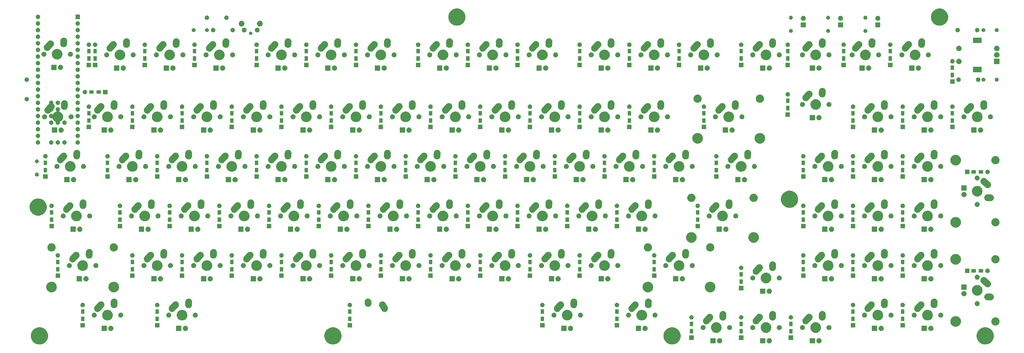
<source format=gbs>
G04 #@! TF.GenerationSoftware,KiCad,Pcbnew,5.1.0-060a0da~80~ubuntu18.04.1*
G04 #@! TF.CreationDate,2019-04-09T20:30:59-05:00*
G04 #@! TF.ProjectId,CBC2,43424332-2e6b-4696-9361-645f70636258,rev?*
G04 #@! TF.SameCoordinates,Original*
G04 #@! TF.FileFunction,Soldermask,Bot*
G04 #@! TF.FilePolarity,Negative*
%FSLAX46Y46*%
G04 Gerber Fmt 4.6, Leading zero omitted, Abs format (unit mm)*
G04 Created by KiCad (PCBNEW 5.1.0-060a0da~80~ubuntu18.04.1) date 2019-04-09 20:30:59*
%MOMM*%
%LPD*%
G04 APERTURE LIST*
%ADD10C,0.100000*%
G04 APERTURE END LIST*
D10*
G36*
X365962865Y-114325855D02*
G01*
X366563608Y-114574691D01*
X366563610Y-114574692D01*
X367104265Y-114935946D01*
X367564054Y-115395735D01*
X367925308Y-115936390D01*
X367925309Y-115936392D01*
X368174145Y-116537135D01*
X368301000Y-117174879D01*
X368301000Y-117825121D01*
X368174145Y-118462865D01*
X368117122Y-118600530D01*
X367925308Y-119063610D01*
X367564054Y-119604265D01*
X367104265Y-120064054D01*
X366563610Y-120425308D01*
X366563609Y-120425309D01*
X366563608Y-120425309D01*
X365962865Y-120674145D01*
X365325121Y-120801000D01*
X364674879Y-120801000D01*
X364037135Y-120674145D01*
X363436392Y-120425309D01*
X363436391Y-120425309D01*
X363436390Y-120425308D01*
X362895735Y-120064054D01*
X362435946Y-119604265D01*
X362074692Y-119063610D01*
X361882878Y-118600530D01*
X361825855Y-118462865D01*
X361699000Y-117825121D01*
X361699000Y-117174879D01*
X361825855Y-116537135D01*
X362074691Y-115936392D01*
X362074692Y-115936390D01*
X362435946Y-115395735D01*
X362895735Y-114935946D01*
X363436390Y-114574692D01*
X363436392Y-114574691D01*
X364037135Y-114325855D01*
X364674879Y-114199000D01*
X365325121Y-114199000D01*
X365962865Y-114325855D01*
X365962865Y-114325855D01*
G37*
G36*
X115962865Y-114325855D02*
G01*
X116563608Y-114574691D01*
X116563610Y-114574692D01*
X117104265Y-114935946D01*
X117564054Y-115395735D01*
X117925308Y-115936390D01*
X117925309Y-115936392D01*
X118174145Y-116537135D01*
X118301000Y-117174879D01*
X118301000Y-117825121D01*
X118174145Y-118462865D01*
X118117122Y-118600530D01*
X117925308Y-119063610D01*
X117564054Y-119604265D01*
X117104265Y-120064054D01*
X116563610Y-120425308D01*
X116563609Y-120425309D01*
X116563608Y-120425309D01*
X115962865Y-120674145D01*
X115325121Y-120801000D01*
X114674879Y-120801000D01*
X114037135Y-120674145D01*
X113436392Y-120425309D01*
X113436391Y-120425309D01*
X113436390Y-120425308D01*
X112895735Y-120064054D01*
X112435946Y-119604265D01*
X112074692Y-119063610D01*
X111882878Y-118600530D01*
X111825855Y-118462865D01*
X111699000Y-117825121D01*
X111699000Y-117174879D01*
X111825855Y-116537135D01*
X112074691Y-115936392D01*
X112074692Y-115936390D01*
X112435946Y-115395735D01*
X112895735Y-114935946D01*
X113436390Y-114574692D01*
X113436392Y-114574691D01*
X114037135Y-114325855D01*
X114674879Y-114199000D01*
X115325121Y-114199000D01*
X115962865Y-114325855D01*
X115962865Y-114325855D01*
G37*
G36*
X3462865Y-114325855D02*
G01*
X4063608Y-114574691D01*
X4063610Y-114574692D01*
X4604265Y-114935946D01*
X5064054Y-115395735D01*
X5425308Y-115936390D01*
X5425309Y-115936392D01*
X5674145Y-116537135D01*
X5801000Y-117174879D01*
X5801000Y-117825121D01*
X5674145Y-118462865D01*
X5617122Y-118600530D01*
X5425308Y-119063610D01*
X5064054Y-119604265D01*
X4604265Y-120064054D01*
X4063610Y-120425308D01*
X4063609Y-120425309D01*
X4063608Y-120425309D01*
X3462865Y-120674145D01*
X2825121Y-120801000D01*
X2174879Y-120801000D01*
X1537135Y-120674145D01*
X936392Y-120425309D01*
X936391Y-120425309D01*
X936390Y-120425308D01*
X395735Y-120064054D01*
X-64054Y-119604265D01*
X-425308Y-119063610D01*
X-617122Y-118600530D01*
X-674145Y-118462865D01*
X-801000Y-117825121D01*
X-801000Y-117174879D01*
X-674145Y-116537135D01*
X-425309Y-115936392D01*
X-425308Y-115936390D01*
X-64054Y-115395735D01*
X395735Y-114935946D01*
X936390Y-114574692D01*
X936392Y-114574691D01*
X1537135Y-114325855D01*
X2174879Y-114199000D01*
X2825121Y-114199000D01*
X3462865Y-114325855D01*
X3462865Y-114325855D01*
G37*
G36*
X245962865Y-114325855D02*
G01*
X246563608Y-114574691D01*
X246563610Y-114574692D01*
X247104265Y-114935946D01*
X247564054Y-115395735D01*
X247925308Y-115936390D01*
X247925309Y-115936392D01*
X248174145Y-116537135D01*
X248301000Y-117174879D01*
X248301000Y-117825121D01*
X248174145Y-118462865D01*
X248117122Y-118600530D01*
X247925308Y-119063610D01*
X247564054Y-119604265D01*
X247104265Y-120064054D01*
X246563610Y-120425308D01*
X246563609Y-120425309D01*
X246563608Y-120425309D01*
X245962865Y-120674145D01*
X245325121Y-120801000D01*
X244674879Y-120801000D01*
X244037135Y-120674145D01*
X243436392Y-120425309D01*
X243436391Y-120425309D01*
X243436390Y-120425308D01*
X242895735Y-120064054D01*
X242435946Y-119604265D01*
X242074692Y-119063610D01*
X241882878Y-118600530D01*
X241825855Y-118462865D01*
X241699000Y-117825121D01*
X241699000Y-117174879D01*
X241825855Y-116537135D01*
X242074691Y-115936392D01*
X242074692Y-115936390D01*
X242435946Y-115395735D01*
X242895735Y-114935946D01*
X243436390Y-114574692D01*
X243436392Y-114574691D01*
X244037135Y-114325855D01*
X244674879Y-114199000D01*
X245325121Y-114199000D01*
X245962865Y-114325855D01*
X245962865Y-114325855D01*
G37*
G36*
X280721000Y-120383500D02*
G01*
X278714000Y-120383500D01*
X278714000Y-118376500D01*
X280721000Y-118376500D01*
X280721000Y-120383500D01*
X280721000Y-120383500D01*
G37*
G36*
X301433925Y-118381988D02*
G01*
X301600210Y-118415063D01*
X301782836Y-118490709D01*
X301947194Y-118600530D01*
X302086970Y-118740306D01*
X302196791Y-118904664D01*
X302272437Y-119087290D01*
X302311000Y-119281164D01*
X302311000Y-119478836D01*
X302272437Y-119672710D01*
X302196791Y-119855336D01*
X302086970Y-120019694D01*
X301947194Y-120159470D01*
X301782836Y-120269291D01*
X301600210Y-120344937D01*
X301433925Y-120378012D01*
X301406337Y-120383500D01*
X301208663Y-120383500D01*
X301181075Y-120378012D01*
X301014790Y-120344937D01*
X300832164Y-120269291D01*
X300667806Y-120159470D01*
X300528030Y-120019694D01*
X300418209Y-119855336D01*
X300342563Y-119672710D01*
X300304000Y-119478836D01*
X300304000Y-119281164D01*
X300342563Y-119087290D01*
X300418209Y-118904664D01*
X300528030Y-118740306D01*
X300667806Y-118600530D01*
X300832164Y-118490709D01*
X301014790Y-118415063D01*
X301181075Y-118381988D01*
X301208663Y-118376500D01*
X301406337Y-118376500D01*
X301433925Y-118381988D01*
X301433925Y-118381988D01*
G37*
G36*
X299771000Y-120383500D02*
G01*
X297764000Y-120383500D01*
X297764000Y-118376500D01*
X299771000Y-118376500D01*
X299771000Y-120383500D01*
X299771000Y-120383500D01*
G37*
G36*
X282383925Y-118381988D02*
G01*
X282550210Y-118415063D01*
X282732836Y-118490709D01*
X282897194Y-118600530D01*
X283036970Y-118740306D01*
X283146791Y-118904664D01*
X283222437Y-119087290D01*
X283261000Y-119281164D01*
X283261000Y-119478836D01*
X283222437Y-119672710D01*
X283146791Y-119855336D01*
X283036970Y-120019694D01*
X282897194Y-120159470D01*
X282732836Y-120269291D01*
X282550210Y-120344937D01*
X282383925Y-120378012D01*
X282356337Y-120383500D01*
X282158663Y-120383500D01*
X282131075Y-120378012D01*
X281964790Y-120344937D01*
X281782164Y-120269291D01*
X281617806Y-120159470D01*
X281478030Y-120019694D01*
X281368209Y-119855336D01*
X281292563Y-119672710D01*
X281254000Y-119478836D01*
X281254000Y-119281164D01*
X281292563Y-119087290D01*
X281368209Y-118904664D01*
X281478030Y-118740306D01*
X281617806Y-118600530D01*
X281782164Y-118490709D01*
X281964790Y-118415063D01*
X282131075Y-118381988D01*
X282158663Y-118376500D01*
X282356337Y-118376500D01*
X282383925Y-118381988D01*
X282383925Y-118381988D01*
G37*
G36*
X263333925Y-118381988D02*
G01*
X263500210Y-118415063D01*
X263682836Y-118490709D01*
X263847194Y-118600530D01*
X263986970Y-118740306D01*
X264096791Y-118904664D01*
X264172437Y-119087290D01*
X264211000Y-119281164D01*
X264211000Y-119478836D01*
X264172437Y-119672710D01*
X264096791Y-119855336D01*
X263986970Y-120019694D01*
X263847194Y-120159470D01*
X263682836Y-120269291D01*
X263500210Y-120344937D01*
X263333925Y-120378012D01*
X263306337Y-120383500D01*
X263108663Y-120383500D01*
X263081075Y-120378012D01*
X262914790Y-120344937D01*
X262732164Y-120269291D01*
X262567806Y-120159470D01*
X262428030Y-120019694D01*
X262318209Y-119855336D01*
X262242563Y-119672710D01*
X262204000Y-119478836D01*
X262204000Y-119281164D01*
X262242563Y-119087290D01*
X262318209Y-118904664D01*
X262428030Y-118740306D01*
X262567806Y-118600530D01*
X262732164Y-118490709D01*
X262914790Y-118415063D01*
X263081075Y-118381988D01*
X263108663Y-118376500D01*
X263306337Y-118376500D01*
X263333925Y-118381988D01*
X263333925Y-118381988D01*
G37*
G36*
X261671000Y-120383500D02*
G01*
X259664000Y-120383500D01*
X259664000Y-118376500D01*
X261671000Y-118376500D01*
X261671000Y-120383500D01*
X261671000Y-120383500D01*
G37*
G36*
X253263500Y-119051000D02*
G01*
X251561500Y-119051000D01*
X251561500Y-117349000D01*
X253263500Y-117349000D01*
X253263500Y-119051000D01*
X253263500Y-119051000D01*
G37*
G36*
X291363500Y-119051000D02*
G01*
X289661500Y-119051000D01*
X289661500Y-117349000D01*
X291363500Y-117349000D01*
X291363500Y-119051000D01*
X291363500Y-119051000D01*
G37*
G36*
X272313500Y-119051000D02*
G01*
X270611500Y-119051000D01*
X270611500Y-117349000D01*
X272313500Y-117349000D01*
X272313500Y-119051000D01*
X272313500Y-119051000D01*
G37*
G36*
X272113500Y-116551000D02*
G01*
X270811500Y-116551000D01*
X270811500Y-114849000D01*
X272113500Y-114849000D01*
X272113500Y-116551000D01*
X272113500Y-116551000D01*
G37*
G36*
X253063500Y-116551000D02*
G01*
X251761500Y-116551000D01*
X251761500Y-114849000D01*
X253063500Y-114849000D01*
X253063500Y-116551000D01*
X253063500Y-116551000D01*
G37*
G36*
X291163500Y-116551000D02*
G01*
X289861500Y-116551000D01*
X289861500Y-114849000D01*
X291163500Y-114849000D01*
X291163500Y-116551000D01*
X291163500Y-116551000D01*
G37*
G36*
X262533974Y-112333684D02*
G01*
X262718002Y-112409911D01*
X262906123Y-112487833D01*
X263241048Y-112711623D01*
X263525877Y-112996452D01*
X263749667Y-113331377D01*
X263772104Y-113385546D01*
X263903816Y-113703526D01*
X263982400Y-114098594D01*
X263982400Y-114501406D01*
X263903816Y-114896474D01*
X263822481Y-115092834D01*
X263749667Y-115268623D01*
X263525877Y-115603548D01*
X263241048Y-115888377D01*
X262906123Y-116112167D01*
X262751974Y-116176017D01*
X262533974Y-116266316D01*
X262138906Y-116344900D01*
X261736094Y-116344900D01*
X261341026Y-116266316D01*
X261123026Y-116176017D01*
X260968877Y-116112167D01*
X260633952Y-115888377D01*
X260349123Y-115603548D01*
X260125333Y-115268623D01*
X260052519Y-115092834D01*
X259971184Y-114896474D01*
X259892600Y-114501406D01*
X259892600Y-114098594D01*
X259971184Y-113703526D01*
X260102896Y-113385546D01*
X260125333Y-113331377D01*
X260349123Y-112996452D01*
X260633952Y-112711623D01*
X260968877Y-112487833D01*
X261156998Y-112409911D01*
X261341026Y-112333684D01*
X261736094Y-112255100D01*
X262138906Y-112255100D01*
X262533974Y-112333684D01*
X262533974Y-112333684D01*
G37*
G36*
X281583974Y-112333684D02*
G01*
X281768002Y-112409911D01*
X281956123Y-112487833D01*
X282291048Y-112711623D01*
X282575877Y-112996452D01*
X282799667Y-113331377D01*
X282822104Y-113385546D01*
X282953816Y-113703526D01*
X283032400Y-114098594D01*
X283032400Y-114501406D01*
X282953816Y-114896474D01*
X282872481Y-115092834D01*
X282799667Y-115268623D01*
X282575877Y-115603548D01*
X282291048Y-115888377D01*
X281956123Y-116112167D01*
X281801974Y-116176017D01*
X281583974Y-116266316D01*
X281188906Y-116344900D01*
X280786094Y-116344900D01*
X280391026Y-116266316D01*
X280173026Y-116176017D01*
X280018877Y-116112167D01*
X279683952Y-115888377D01*
X279399123Y-115603548D01*
X279175333Y-115268623D01*
X279102519Y-115092834D01*
X279021184Y-114896474D01*
X278942600Y-114501406D01*
X278942600Y-114098594D01*
X279021184Y-113703526D01*
X279152896Y-113385546D01*
X279175333Y-113331377D01*
X279399123Y-112996452D01*
X279683952Y-112711623D01*
X280018877Y-112487833D01*
X280206998Y-112409911D01*
X280391026Y-112333684D01*
X280786094Y-112255100D01*
X281188906Y-112255100D01*
X281583974Y-112333684D01*
X281583974Y-112333684D01*
G37*
G36*
X300633974Y-112333684D02*
G01*
X300818002Y-112409911D01*
X301006123Y-112487833D01*
X301341048Y-112711623D01*
X301625877Y-112996452D01*
X301849667Y-113331377D01*
X301872104Y-113385546D01*
X302003816Y-113703526D01*
X302082400Y-114098594D01*
X302082400Y-114501406D01*
X302003816Y-114896474D01*
X301922481Y-115092834D01*
X301849667Y-115268623D01*
X301625877Y-115603548D01*
X301341048Y-115888377D01*
X301006123Y-116112167D01*
X300851974Y-116176017D01*
X300633974Y-116266316D01*
X300238906Y-116344900D01*
X299836094Y-116344900D01*
X299441026Y-116266316D01*
X299223026Y-116176017D01*
X299068877Y-116112167D01*
X298733952Y-115888377D01*
X298449123Y-115603548D01*
X298225333Y-115268623D01*
X298152519Y-115092834D01*
X298071184Y-114896474D01*
X297992600Y-114501406D01*
X297992600Y-114098594D01*
X298071184Y-113703526D01*
X298202896Y-113385546D01*
X298225333Y-113331377D01*
X298449123Y-112996452D01*
X298733952Y-112711623D01*
X299068877Y-112487833D01*
X299256998Y-112409911D01*
X299441026Y-112333684D01*
X299836094Y-112255100D01*
X300238906Y-112255100D01*
X300633974Y-112333684D01*
X300633974Y-112333684D01*
G37*
G36*
X325246425Y-113619488D02*
G01*
X325412710Y-113652563D01*
X325595336Y-113728209D01*
X325759694Y-113838030D01*
X325899470Y-113977806D01*
X326009291Y-114142164D01*
X326084937Y-114324790D01*
X326123500Y-114518664D01*
X326123500Y-114716336D01*
X326084937Y-114910210D01*
X326009291Y-115092836D01*
X325899470Y-115257194D01*
X325759694Y-115396970D01*
X325595336Y-115506791D01*
X325412710Y-115582437D01*
X325246425Y-115615512D01*
X325218837Y-115621000D01*
X325021163Y-115621000D01*
X324993575Y-115615512D01*
X324827290Y-115582437D01*
X324644664Y-115506791D01*
X324480306Y-115396970D01*
X324340530Y-115257194D01*
X324230709Y-115092836D01*
X324155063Y-114910210D01*
X324116500Y-114716336D01*
X324116500Y-114518664D01*
X324155063Y-114324790D01*
X324230709Y-114142164D01*
X324340530Y-113977806D01*
X324480306Y-113838030D01*
X324644664Y-113728209D01*
X324827290Y-113652563D01*
X324993575Y-113619488D01*
X325021163Y-113614000D01*
X325218837Y-113614000D01*
X325246425Y-113619488D01*
X325246425Y-113619488D01*
G37*
G36*
X234758925Y-113619488D02*
G01*
X234925210Y-113652563D01*
X235107836Y-113728209D01*
X235272194Y-113838030D01*
X235411970Y-113977806D01*
X235521791Y-114142164D01*
X235597437Y-114324790D01*
X235636000Y-114518664D01*
X235636000Y-114716336D01*
X235597437Y-114910210D01*
X235521791Y-115092836D01*
X235411970Y-115257194D01*
X235272194Y-115396970D01*
X235107836Y-115506791D01*
X234925210Y-115582437D01*
X234758925Y-115615512D01*
X234731337Y-115621000D01*
X234533663Y-115621000D01*
X234506075Y-115615512D01*
X234339790Y-115582437D01*
X234157164Y-115506791D01*
X233992806Y-115396970D01*
X233853030Y-115257194D01*
X233743209Y-115092836D01*
X233667563Y-114910210D01*
X233629000Y-114716336D01*
X233629000Y-114518664D01*
X233667563Y-114324790D01*
X233743209Y-114142164D01*
X233853030Y-113977806D01*
X233992806Y-113838030D01*
X234157164Y-113728209D01*
X234339790Y-113652563D01*
X234506075Y-113619488D01*
X234533663Y-113614000D01*
X234731337Y-113614000D01*
X234758925Y-113619488D01*
X234758925Y-113619488D01*
G37*
G36*
X233096000Y-115621000D02*
G01*
X231089000Y-115621000D01*
X231089000Y-113614000D01*
X233096000Y-113614000D01*
X233096000Y-115621000D01*
X233096000Y-115621000D01*
G37*
G36*
X206183925Y-113619488D02*
G01*
X206350210Y-113652563D01*
X206532836Y-113728209D01*
X206697194Y-113838030D01*
X206836970Y-113977806D01*
X206946791Y-114142164D01*
X207022437Y-114324790D01*
X207061000Y-114518664D01*
X207061000Y-114716336D01*
X207022437Y-114910210D01*
X206946791Y-115092836D01*
X206836970Y-115257194D01*
X206697194Y-115396970D01*
X206532836Y-115506791D01*
X206350210Y-115582437D01*
X206183925Y-115615512D01*
X206156337Y-115621000D01*
X205958663Y-115621000D01*
X205931075Y-115615512D01*
X205764790Y-115582437D01*
X205582164Y-115506791D01*
X205417806Y-115396970D01*
X205278030Y-115257194D01*
X205168209Y-115092836D01*
X205092563Y-114910210D01*
X205054000Y-114716336D01*
X205054000Y-114518664D01*
X205092563Y-114324790D01*
X205168209Y-114142164D01*
X205278030Y-113977806D01*
X205417806Y-113838030D01*
X205582164Y-113728209D01*
X205764790Y-113652563D01*
X205931075Y-113619488D01*
X205958663Y-113614000D01*
X206156337Y-113614000D01*
X206183925Y-113619488D01*
X206183925Y-113619488D01*
G37*
G36*
X204521000Y-115621000D02*
G01*
X202514000Y-115621000D01*
X202514000Y-113614000D01*
X204521000Y-113614000D01*
X204521000Y-115621000D01*
X204521000Y-115621000D01*
G37*
G36*
X58546425Y-113619488D02*
G01*
X58712710Y-113652563D01*
X58895336Y-113728209D01*
X59059694Y-113838030D01*
X59199470Y-113977806D01*
X59309291Y-114142164D01*
X59384937Y-114324790D01*
X59423500Y-114518664D01*
X59423500Y-114716336D01*
X59384937Y-114910210D01*
X59309291Y-115092836D01*
X59199470Y-115257194D01*
X59059694Y-115396970D01*
X58895336Y-115506791D01*
X58712710Y-115582437D01*
X58546425Y-115615512D01*
X58518837Y-115621000D01*
X58321163Y-115621000D01*
X58293575Y-115615512D01*
X58127290Y-115582437D01*
X57944664Y-115506791D01*
X57780306Y-115396970D01*
X57640530Y-115257194D01*
X57530709Y-115092836D01*
X57455063Y-114910210D01*
X57416500Y-114716336D01*
X57416500Y-114518664D01*
X57455063Y-114324790D01*
X57530709Y-114142164D01*
X57640530Y-113977806D01*
X57780306Y-113838030D01*
X57944664Y-113728209D01*
X58127290Y-113652563D01*
X58293575Y-113619488D01*
X58321163Y-113614000D01*
X58518837Y-113614000D01*
X58546425Y-113619488D01*
X58546425Y-113619488D01*
G37*
G36*
X56883500Y-115621000D02*
G01*
X54876500Y-115621000D01*
X54876500Y-113614000D01*
X56883500Y-113614000D01*
X56883500Y-115621000D01*
X56883500Y-115621000D01*
G37*
G36*
X29971425Y-113619488D02*
G01*
X30137710Y-113652563D01*
X30320336Y-113728209D01*
X30484694Y-113838030D01*
X30624470Y-113977806D01*
X30734291Y-114142164D01*
X30809937Y-114324790D01*
X30848500Y-114518664D01*
X30848500Y-114716336D01*
X30809937Y-114910210D01*
X30734291Y-115092836D01*
X30624470Y-115257194D01*
X30484694Y-115396970D01*
X30320336Y-115506791D01*
X30137710Y-115582437D01*
X29971425Y-115615512D01*
X29943837Y-115621000D01*
X29746163Y-115621000D01*
X29718575Y-115615512D01*
X29552290Y-115582437D01*
X29369664Y-115506791D01*
X29205306Y-115396970D01*
X29065530Y-115257194D01*
X28955709Y-115092836D01*
X28880063Y-114910210D01*
X28841500Y-114716336D01*
X28841500Y-114518664D01*
X28880063Y-114324790D01*
X28955709Y-114142164D01*
X29065530Y-113977806D01*
X29205306Y-113838030D01*
X29369664Y-113728209D01*
X29552290Y-113652563D01*
X29718575Y-113619488D01*
X29746163Y-113614000D01*
X29943837Y-113614000D01*
X29971425Y-113619488D01*
X29971425Y-113619488D01*
G37*
G36*
X28308500Y-115621000D02*
G01*
X26301500Y-115621000D01*
X26301500Y-113614000D01*
X28308500Y-113614000D01*
X28308500Y-115621000D01*
X28308500Y-115621000D01*
G37*
G36*
X344296425Y-113619488D02*
G01*
X344462710Y-113652563D01*
X344645336Y-113728209D01*
X344809694Y-113838030D01*
X344949470Y-113977806D01*
X345059291Y-114142164D01*
X345134937Y-114324790D01*
X345173500Y-114518664D01*
X345173500Y-114716336D01*
X345134937Y-114910210D01*
X345059291Y-115092836D01*
X344949470Y-115257194D01*
X344809694Y-115396970D01*
X344645336Y-115506791D01*
X344462710Y-115582437D01*
X344296425Y-115615512D01*
X344268837Y-115621000D01*
X344071163Y-115621000D01*
X344043575Y-115615512D01*
X343877290Y-115582437D01*
X343694664Y-115506791D01*
X343530306Y-115396970D01*
X343390530Y-115257194D01*
X343280709Y-115092836D01*
X343205063Y-114910210D01*
X343166500Y-114716336D01*
X343166500Y-114518664D01*
X343205063Y-114324790D01*
X343280709Y-114142164D01*
X343390530Y-113977806D01*
X343530306Y-113838030D01*
X343694664Y-113728209D01*
X343877290Y-113652563D01*
X344043575Y-113619488D01*
X344071163Y-113614000D01*
X344268837Y-113614000D01*
X344296425Y-113619488D01*
X344296425Y-113619488D01*
G37*
G36*
X342633500Y-115621000D02*
G01*
X340626500Y-115621000D01*
X340626500Y-113614000D01*
X342633500Y-113614000D01*
X342633500Y-115621000D01*
X342633500Y-115621000D01*
G37*
G36*
X323583500Y-115621000D02*
G01*
X321576500Y-115621000D01*
X321576500Y-113614000D01*
X323583500Y-113614000D01*
X323583500Y-115621000D01*
X323583500Y-115621000D01*
G37*
G36*
X286344895Y-113385546D02*
G01*
X286517966Y-113457234D01*
X286595318Y-113508919D01*
X286673727Y-113561310D01*
X286806190Y-113693773D01*
X286829199Y-113728209D01*
X286910266Y-113849534D01*
X286981954Y-114022605D01*
X287018500Y-114206333D01*
X287018500Y-114393667D01*
X286981954Y-114577395D01*
X286910266Y-114750466D01*
X286910265Y-114750467D01*
X286806190Y-114906227D01*
X286673727Y-115038690D01*
X286595318Y-115091081D01*
X286517966Y-115142766D01*
X286344895Y-115214454D01*
X286161167Y-115251000D01*
X285973833Y-115251000D01*
X285790105Y-115214454D01*
X285617034Y-115142766D01*
X285539682Y-115091081D01*
X285461273Y-115038690D01*
X285328810Y-114906227D01*
X285224735Y-114750467D01*
X285224734Y-114750466D01*
X285153046Y-114577395D01*
X285116500Y-114393667D01*
X285116500Y-114206333D01*
X285153046Y-114022605D01*
X285224734Y-113849534D01*
X285305801Y-113728209D01*
X285328810Y-113693773D01*
X285461273Y-113561310D01*
X285539682Y-113508919D01*
X285617034Y-113457234D01*
X285790105Y-113385546D01*
X285973833Y-113349000D01*
X286161167Y-113349000D01*
X286344895Y-113385546D01*
X286344895Y-113385546D01*
G37*
G36*
X267294895Y-113385546D02*
G01*
X267467966Y-113457234D01*
X267545318Y-113508919D01*
X267623727Y-113561310D01*
X267756190Y-113693773D01*
X267779199Y-113728209D01*
X267860266Y-113849534D01*
X267931954Y-114022605D01*
X267968500Y-114206333D01*
X267968500Y-114393667D01*
X267931954Y-114577395D01*
X267860266Y-114750466D01*
X267860265Y-114750467D01*
X267756190Y-114906227D01*
X267623727Y-115038690D01*
X267545318Y-115091081D01*
X267467966Y-115142766D01*
X267294895Y-115214454D01*
X267111167Y-115251000D01*
X266923833Y-115251000D01*
X266740105Y-115214454D01*
X266567034Y-115142766D01*
X266489682Y-115091081D01*
X266411273Y-115038690D01*
X266278810Y-114906227D01*
X266174735Y-114750467D01*
X266174734Y-114750466D01*
X266103046Y-114577395D01*
X266066500Y-114393667D01*
X266066500Y-114206333D01*
X266103046Y-114022605D01*
X266174734Y-113849534D01*
X266255801Y-113728209D01*
X266278810Y-113693773D01*
X266411273Y-113561310D01*
X266489682Y-113508919D01*
X266567034Y-113457234D01*
X266740105Y-113385546D01*
X266923833Y-113349000D01*
X267111167Y-113349000D01*
X267294895Y-113385546D01*
X267294895Y-113385546D01*
G37*
G36*
X257134895Y-113385546D02*
G01*
X257307966Y-113457234D01*
X257385318Y-113508919D01*
X257463727Y-113561310D01*
X257596190Y-113693773D01*
X257619199Y-113728209D01*
X257700266Y-113849534D01*
X257771954Y-114022605D01*
X257808500Y-114206333D01*
X257808500Y-114393667D01*
X257771954Y-114577395D01*
X257700266Y-114750466D01*
X257700265Y-114750467D01*
X257596190Y-114906227D01*
X257463727Y-115038690D01*
X257385318Y-115091081D01*
X257307966Y-115142766D01*
X257134895Y-115214454D01*
X256951167Y-115251000D01*
X256763833Y-115251000D01*
X256580105Y-115214454D01*
X256407034Y-115142766D01*
X256329682Y-115091081D01*
X256251273Y-115038690D01*
X256118810Y-114906227D01*
X256014735Y-114750467D01*
X256014734Y-114750466D01*
X255943046Y-114577395D01*
X255906500Y-114393667D01*
X255906500Y-114206333D01*
X255943046Y-114022605D01*
X256014734Y-113849534D01*
X256095801Y-113728209D01*
X256118810Y-113693773D01*
X256251273Y-113561310D01*
X256329682Y-113508919D01*
X256407034Y-113457234D01*
X256580105Y-113385546D01*
X256763833Y-113349000D01*
X256951167Y-113349000D01*
X257134895Y-113385546D01*
X257134895Y-113385546D01*
G37*
G36*
X295234895Y-113385546D02*
G01*
X295407966Y-113457234D01*
X295485318Y-113508919D01*
X295563727Y-113561310D01*
X295696190Y-113693773D01*
X295719199Y-113728209D01*
X295800266Y-113849534D01*
X295871954Y-114022605D01*
X295908500Y-114206333D01*
X295908500Y-114393667D01*
X295871954Y-114577395D01*
X295800266Y-114750466D01*
X295800265Y-114750467D01*
X295696190Y-114906227D01*
X295563727Y-115038690D01*
X295485318Y-115091081D01*
X295407966Y-115142766D01*
X295234895Y-115214454D01*
X295051167Y-115251000D01*
X294863833Y-115251000D01*
X294680105Y-115214454D01*
X294507034Y-115142766D01*
X294429682Y-115091081D01*
X294351273Y-115038690D01*
X294218810Y-114906227D01*
X294114735Y-114750467D01*
X294114734Y-114750466D01*
X294043046Y-114577395D01*
X294006500Y-114393667D01*
X294006500Y-114206333D01*
X294043046Y-114022605D01*
X294114734Y-113849534D01*
X294195801Y-113728209D01*
X294218810Y-113693773D01*
X294351273Y-113561310D01*
X294429682Y-113508919D01*
X294507034Y-113457234D01*
X294680105Y-113385546D01*
X294863833Y-113349000D01*
X295051167Y-113349000D01*
X295234895Y-113385546D01*
X295234895Y-113385546D01*
G37*
G36*
X305394895Y-113385546D02*
G01*
X305567966Y-113457234D01*
X305645318Y-113508919D01*
X305723727Y-113561310D01*
X305856190Y-113693773D01*
X305879199Y-113728209D01*
X305960266Y-113849534D01*
X306031954Y-114022605D01*
X306068500Y-114206333D01*
X306068500Y-114393667D01*
X306031954Y-114577395D01*
X305960266Y-114750466D01*
X305960265Y-114750467D01*
X305856190Y-114906227D01*
X305723727Y-115038690D01*
X305645318Y-115091081D01*
X305567966Y-115142766D01*
X305394895Y-115214454D01*
X305211167Y-115251000D01*
X305023833Y-115251000D01*
X304840105Y-115214454D01*
X304667034Y-115142766D01*
X304589682Y-115091081D01*
X304511273Y-115038690D01*
X304378810Y-114906227D01*
X304274735Y-114750467D01*
X304274734Y-114750466D01*
X304203046Y-114577395D01*
X304166500Y-114393667D01*
X304166500Y-114206333D01*
X304203046Y-114022605D01*
X304274734Y-113849534D01*
X304355801Y-113728209D01*
X304378810Y-113693773D01*
X304511273Y-113561310D01*
X304589682Y-113508919D01*
X304667034Y-113457234D01*
X304840105Y-113385546D01*
X305023833Y-113349000D01*
X305211167Y-113349000D01*
X305394895Y-113385546D01*
X305394895Y-113385546D01*
G37*
G36*
X276184895Y-113385546D02*
G01*
X276357966Y-113457234D01*
X276435318Y-113508919D01*
X276513727Y-113561310D01*
X276646190Y-113693773D01*
X276669199Y-113728209D01*
X276750266Y-113849534D01*
X276821954Y-114022605D01*
X276858500Y-114206333D01*
X276858500Y-114393667D01*
X276821954Y-114577395D01*
X276750266Y-114750466D01*
X276750265Y-114750467D01*
X276646190Y-114906227D01*
X276513727Y-115038690D01*
X276435318Y-115091081D01*
X276357966Y-115142766D01*
X276184895Y-115214454D01*
X276001167Y-115251000D01*
X275813833Y-115251000D01*
X275630105Y-115214454D01*
X275457034Y-115142766D01*
X275379682Y-115091081D01*
X275301273Y-115038690D01*
X275168810Y-114906227D01*
X275064735Y-114750467D01*
X275064734Y-114750466D01*
X274993046Y-114577395D01*
X274956500Y-114393667D01*
X274956500Y-114206333D01*
X274993046Y-114022605D01*
X275064734Y-113849534D01*
X275145801Y-113728209D01*
X275168810Y-113693773D01*
X275301273Y-113561310D01*
X275379682Y-113508919D01*
X275457034Y-113457234D01*
X275630105Y-113385546D01*
X275813833Y-113349000D01*
X276001167Y-113349000D01*
X276184895Y-113385546D01*
X276184895Y-113385546D01*
G37*
G36*
X122294750Y-114288500D02*
G01*
X120592750Y-114288500D01*
X120592750Y-112586500D01*
X122294750Y-112586500D01*
X122294750Y-114288500D01*
X122294750Y-114288500D01*
G37*
G36*
X334226000Y-114288500D02*
G01*
X332524000Y-114288500D01*
X332524000Y-112586500D01*
X334226000Y-112586500D01*
X334226000Y-114288500D01*
X334226000Y-114288500D01*
G37*
G36*
X224688500Y-114288500D02*
G01*
X222986500Y-114288500D01*
X222986500Y-112586500D01*
X224688500Y-112586500D01*
X224688500Y-114288500D01*
X224688500Y-114288500D01*
G37*
G36*
X19901000Y-114288500D02*
G01*
X18199000Y-114288500D01*
X18199000Y-112586500D01*
X19901000Y-112586500D01*
X19901000Y-114288500D01*
X19901000Y-114288500D01*
G37*
G36*
X196113500Y-114288500D02*
G01*
X194411500Y-114288500D01*
X194411500Y-112586500D01*
X196113500Y-112586500D01*
X196113500Y-114288500D01*
X196113500Y-114288500D01*
G37*
G36*
X315176000Y-114288500D02*
G01*
X313474000Y-114288500D01*
X313474000Y-112586500D01*
X315176000Y-112586500D01*
X315176000Y-114288500D01*
X315176000Y-114288500D01*
G37*
G36*
X48476000Y-114288500D02*
G01*
X46774000Y-114288500D01*
X46774000Y-112586500D01*
X48476000Y-112586500D01*
X48476000Y-114288500D01*
X48476000Y-114288500D01*
G37*
G36*
X354291474Y-109984184D02*
G01*
X354502143Y-110071446D01*
X354663623Y-110138333D01*
X354998548Y-110362123D01*
X355283377Y-110646952D01*
X355507167Y-110981877D01*
X355564910Y-111121281D01*
X355661316Y-111354026D01*
X355739900Y-111749094D01*
X355739900Y-112151906D01*
X355661316Y-112546974D01*
X355607700Y-112676414D01*
X355507167Y-112919123D01*
X355283377Y-113254048D01*
X354998548Y-113538877D01*
X354663623Y-113762667D01*
X354509474Y-113826517D01*
X354291474Y-113916816D01*
X353896406Y-113995400D01*
X353493594Y-113995400D01*
X353098526Y-113916816D01*
X352880526Y-113826517D01*
X352726377Y-113762667D01*
X352391452Y-113538877D01*
X352106623Y-113254048D01*
X351882833Y-112919123D01*
X351782300Y-112676414D01*
X351728684Y-112546974D01*
X351650100Y-112151906D01*
X351650100Y-111749094D01*
X351728684Y-111354026D01*
X351825090Y-111121281D01*
X351882833Y-110981877D01*
X352106623Y-110646952D01*
X352391452Y-110362123D01*
X352726377Y-110138333D01*
X352887857Y-110071446D01*
X353098526Y-109984184D01*
X353493594Y-109905600D01*
X353896406Y-109905600D01*
X354291474Y-109984184D01*
X354291474Y-109984184D01*
G37*
G36*
X291163500Y-113751000D02*
G01*
X289861500Y-113751000D01*
X289861500Y-112049000D01*
X291163500Y-112049000D01*
X291163500Y-113751000D01*
X291163500Y-113751000D01*
G37*
G36*
X253063500Y-113751000D02*
G01*
X251761500Y-113751000D01*
X251761500Y-112049000D01*
X253063500Y-112049000D01*
X253063500Y-113751000D01*
X253063500Y-113751000D01*
G37*
G36*
X272113500Y-113751000D02*
G01*
X270811500Y-113751000D01*
X270811500Y-112049000D01*
X272113500Y-112049000D01*
X272113500Y-113751000D01*
X272113500Y-113751000D01*
G37*
G36*
X369242267Y-110405763D02*
G01*
X369394411Y-110436026D01*
X369509783Y-110483815D01*
X369681041Y-110554752D01*
X369746600Y-110598557D01*
X369939004Y-110727117D01*
X370158383Y-110946496D01*
X370182024Y-110981878D01*
X370330748Y-111204459D01*
X370374693Y-111310553D01*
X370449474Y-111491089D01*
X370510000Y-111795376D01*
X370510000Y-112105624D01*
X370449474Y-112409911D01*
X370400296Y-112528637D01*
X370330748Y-112696541D01*
X370306362Y-112733037D01*
X370158383Y-112954504D01*
X369939004Y-113173883D01*
X369819028Y-113254048D01*
X369681041Y-113346248D01*
X369586164Y-113385547D01*
X369394411Y-113464974D01*
X369242267Y-113495237D01*
X369090125Y-113525500D01*
X368779875Y-113525500D01*
X368627733Y-113495237D01*
X368475589Y-113464974D01*
X368283836Y-113385547D01*
X368188959Y-113346248D01*
X368050972Y-113254048D01*
X367930996Y-113173883D01*
X367711617Y-112954504D01*
X367563638Y-112733037D01*
X367539252Y-112696541D01*
X367469704Y-112528637D01*
X367420526Y-112409911D01*
X367360000Y-112105624D01*
X367360000Y-111795376D01*
X367420526Y-111491089D01*
X367495307Y-111310553D01*
X367539252Y-111204459D01*
X367687976Y-110981878D01*
X367711617Y-110946496D01*
X367930996Y-110727117D01*
X368123400Y-110598557D01*
X368188959Y-110554752D01*
X368360217Y-110483815D01*
X368475589Y-110436026D01*
X368627733Y-110405763D01*
X368779875Y-110375500D01*
X369090125Y-110375500D01*
X369242267Y-110405763D01*
X369242267Y-110405763D01*
G37*
G36*
X259442278Y-108997944D02*
G01*
X259463484Y-108998879D01*
X259468981Y-108999000D01*
X259565637Y-108999000D01*
X259584607Y-109002773D01*
X259603463Y-109005051D01*
X259622823Y-109005905D01*
X259716838Y-109028954D01*
X259722149Y-109030132D01*
X259816989Y-109048996D01*
X259834864Y-109056400D01*
X259852929Y-109062319D01*
X259871726Y-109066927D01*
X259871730Y-109066928D01*
X259959354Y-109107835D01*
X259964396Y-109110055D01*
X260053756Y-109147069D01*
X260069849Y-109157822D01*
X260086418Y-109167153D01*
X260103944Y-109175335D01*
X260181893Y-109232542D01*
X260186388Y-109235691D01*
X260266837Y-109289445D01*
X260280533Y-109303141D01*
X260294955Y-109315518D01*
X260310548Y-109326962D01*
X260375822Y-109398259D01*
X260379617Y-109402225D01*
X260448055Y-109470663D01*
X260458814Y-109486765D01*
X260470552Y-109501728D01*
X260483601Y-109515981D01*
X260533695Y-109598615D01*
X260536654Y-109603262D01*
X260590433Y-109683748D01*
X260597848Y-109701649D01*
X260606439Y-109718610D01*
X260616455Y-109735133D01*
X260645447Y-109814895D01*
X260649451Y-109825913D01*
X260651442Y-109831039D01*
X260656567Y-109843412D01*
X260688503Y-109920511D01*
X260692285Y-109939527D01*
X260697398Y-109957825D01*
X260704001Y-109975991D01*
X260718650Y-110071446D01*
X260719605Y-110076871D01*
X260738500Y-110171861D01*
X260738500Y-110191250D01*
X260739947Y-110210212D01*
X260742876Y-110229296D01*
X260738621Y-110325771D01*
X260738500Y-110331278D01*
X260738500Y-110428140D01*
X260734716Y-110447164D01*
X260732436Y-110466037D01*
X260731585Y-110485324D01*
X260708593Y-110579109D01*
X260707406Y-110584459D01*
X260688504Y-110679487D01*
X260681078Y-110697415D01*
X260675160Y-110715481D01*
X260670564Y-110734228D01*
X260629722Y-110821715D01*
X260627511Y-110826737D01*
X260590432Y-110916253D01*
X260579651Y-110932388D01*
X260570323Y-110948952D01*
X260562156Y-110966445D01*
X260505029Y-111044285D01*
X260501884Y-111048776D01*
X260448055Y-111129337D01*
X260384638Y-111192754D01*
X260379988Y-111197664D01*
X259053181Y-112676414D01*
X259053176Y-112676419D01*
X258911518Y-112806111D01*
X258911516Y-112806112D01*
X258692368Y-112938964D01*
X258451510Y-113026510D01*
X258198205Y-113065385D01*
X258073362Y-113059879D01*
X257942177Y-113054094D01*
X257693274Y-112993073D01*
X257693270Y-112993072D01*
X257461062Y-112884668D01*
X257461060Y-112884666D01*
X257461057Y-112884665D01*
X257254452Y-112733038D01*
X257081398Y-112544017D01*
X257046923Y-112487148D01*
X256948545Y-112324867D01*
X256860999Y-112084009D01*
X256822124Y-111830704D01*
X256827630Y-111705861D01*
X256833415Y-111574676D01*
X256894436Y-111325773D01*
X256894437Y-111325769D01*
X257002841Y-111093561D01*
X257002843Y-111093559D01*
X257002844Y-111093556D01*
X257116478Y-110938720D01*
X257120828Y-110933872D01*
X258334057Y-109581705D01*
X258401327Y-109506730D01*
X258412218Y-109492704D01*
X258426947Y-109470661D01*
X258490195Y-109407413D01*
X258494845Y-109402503D01*
X258511818Y-109383586D01*
X258511823Y-109383581D01*
X258535884Y-109361552D01*
X258539853Y-109357755D01*
X258608165Y-109289443D01*
X258624222Y-109278714D01*
X258639183Y-109266978D01*
X258653482Y-109253887D01*
X258736276Y-109203696D01*
X258740922Y-109200738D01*
X258821242Y-109147070D01*
X258839098Y-109139674D01*
X258856057Y-109131084D01*
X258872632Y-109121036D01*
X258963607Y-109087969D01*
X258968735Y-109085976D01*
X259058012Y-109048996D01*
X259076971Y-109045225D01*
X259095284Y-109040107D01*
X259100175Y-109038329D01*
X259113489Y-109033490D01*
X259196826Y-109020701D01*
X259209152Y-109018809D01*
X259214576Y-109017854D01*
X259309361Y-108999000D01*
X259328690Y-108999000D01*
X259347652Y-108997553D01*
X259366794Y-108994615D01*
X259442278Y-108997944D01*
X259442278Y-108997944D01*
G37*
G36*
X278492278Y-108997944D02*
G01*
X278513484Y-108998879D01*
X278518981Y-108999000D01*
X278615637Y-108999000D01*
X278634607Y-109002773D01*
X278653463Y-109005051D01*
X278672823Y-109005905D01*
X278766838Y-109028954D01*
X278772149Y-109030132D01*
X278866989Y-109048996D01*
X278884864Y-109056400D01*
X278902929Y-109062319D01*
X278921726Y-109066927D01*
X278921730Y-109066928D01*
X279009354Y-109107835D01*
X279014396Y-109110055D01*
X279103756Y-109147069D01*
X279119849Y-109157822D01*
X279136418Y-109167153D01*
X279153944Y-109175335D01*
X279231893Y-109232542D01*
X279236388Y-109235691D01*
X279316837Y-109289445D01*
X279330533Y-109303141D01*
X279344955Y-109315518D01*
X279360548Y-109326962D01*
X279425822Y-109398259D01*
X279429617Y-109402225D01*
X279498055Y-109470663D01*
X279508814Y-109486765D01*
X279520552Y-109501728D01*
X279533601Y-109515981D01*
X279583695Y-109598615D01*
X279586654Y-109603262D01*
X279640433Y-109683748D01*
X279647848Y-109701649D01*
X279656439Y-109718610D01*
X279666455Y-109735133D01*
X279695447Y-109814895D01*
X279699451Y-109825913D01*
X279701442Y-109831039D01*
X279706567Y-109843412D01*
X279738503Y-109920511D01*
X279742285Y-109939527D01*
X279747398Y-109957825D01*
X279754001Y-109975991D01*
X279768650Y-110071446D01*
X279769605Y-110076871D01*
X279788500Y-110171861D01*
X279788500Y-110191250D01*
X279789947Y-110210212D01*
X279792876Y-110229296D01*
X279788621Y-110325771D01*
X279788500Y-110331278D01*
X279788500Y-110428140D01*
X279784716Y-110447164D01*
X279782436Y-110466037D01*
X279781585Y-110485324D01*
X279758593Y-110579109D01*
X279757406Y-110584459D01*
X279738504Y-110679487D01*
X279731078Y-110697415D01*
X279725160Y-110715481D01*
X279720564Y-110734228D01*
X279679722Y-110821715D01*
X279677511Y-110826737D01*
X279640432Y-110916253D01*
X279629651Y-110932388D01*
X279620323Y-110948952D01*
X279612156Y-110966445D01*
X279555029Y-111044285D01*
X279551884Y-111048776D01*
X279498055Y-111129337D01*
X279434638Y-111192754D01*
X279429988Y-111197664D01*
X278103181Y-112676414D01*
X278103176Y-112676419D01*
X277961518Y-112806111D01*
X277961516Y-112806112D01*
X277742368Y-112938964D01*
X277501510Y-113026510D01*
X277248205Y-113065385D01*
X277123362Y-113059879D01*
X276992177Y-113054094D01*
X276743274Y-112993073D01*
X276743270Y-112993072D01*
X276511062Y-112884668D01*
X276511060Y-112884666D01*
X276511057Y-112884665D01*
X276304452Y-112733038D01*
X276131398Y-112544017D01*
X276096923Y-112487148D01*
X275998545Y-112324867D01*
X275910999Y-112084009D01*
X275872124Y-111830704D01*
X275877630Y-111705861D01*
X275883415Y-111574676D01*
X275944436Y-111325773D01*
X275944437Y-111325769D01*
X276052841Y-111093561D01*
X276052843Y-111093559D01*
X276052844Y-111093556D01*
X276166478Y-110938720D01*
X276170828Y-110933872D01*
X277384057Y-109581705D01*
X277451327Y-109506730D01*
X277462218Y-109492704D01*
X277476947Y-109470661D01*
X277540195Y-109407413D01*
X277544845Y-109402503D01*
X277561818Y-109383586D01*
X277561823Y-109383581D01*
X277585884Y-109361552D01*
X277589853Y-109357755D01*
X277658165Y-109289443D01*
X277674222Y-109278714D01*
X277689183Y-109266978D01*
X277703482Y-109253887D01*
X277786276Y-109203696D01*
X277790922Y-109200738D01*
X277871242Y-109147070D01*
X277889098Y-109139674D01*
X277906057Y-109131084D01*
X277922632Y-109121036D01*
X278013607Y-109087969D01*
X278018735Y-109085976D01*
X278108012Y-109048996D01*
X278126971Y-109045225D01*
X278145284Y-109040107D01*
X278150175Y-109038329D01*
X278163489Y-109033490D01*
X278246826Y-109020701D01*
X278259152Y-109018809D01*
X278264576Y-109017854D01*
X278359361Y-108999000D01*
X278378690Y-108999000D01*
X278397652Y-108997553D01*
X278416794Y-108994615D01*
X278492278Y-108997944D01*
X278492278Y-108997944D01*
G37*
G36*
X297542278Y-108997944D02*
G01*
X297563484Y-108998879D01*
X297568981Y-108999000D01*
X297665637Y-108999000D01*
X297684607Y-109002773D01*
X297703463Y-109005051D01*
X297722823Y-109005905D01*
X297816838Y-109028954D01*
X297822149Y-109030132D01*
X297916989Y-109048996D01*
X297934864Y-109056400D01*
X297952929Y-109062319D01*
X297971726Y-109066927D01*
X297971730Y-109066928D01*
X298059354Y-109107835D01*
X298064396Y-109110055D01*
X298153756Y-109147069D01*
X298169849Y-109157822D01*
X298186418Y-109167153D01*
X298203944Y-109175335D01*
X298281893Y-109232542D01*
X298286388Y-109235691D01*
X298366837Y-109289445D01*
X298380533Y-109303141D01*
X298394955Y-109315518D01*
X298410548Y-109326962D01*
X298475822Y-109398259D01*
X298479617Y-109402225D01*
X298548055Y-109470663D01*
X298558814Y-109486765D01*
X298570552Y-109501728D01*
X298583601Y-109515981D01*
X298633695Y-109598615D01*
X298636654Y-109603262D01*
X298690433Y-109683748D01*
X298697848Y-109701649D01*
X298706439Y-109718610D01*
X298716455Y-109735133D01*
X298745447Y-109814895D01*
X298749451Y-109825913D01*
X298751442Y-109831039D01*
X298756567Y-109843412D01*
X298788503Y-109920511D01*
X298792285Y-109939527D01*
X298797398Y-109957825D01*
X298804001Y-109975991D01*
X298818650Y-110071446D01*
X298819605Y-110076871D01*
X298838500Y-110171861D01*
X298838500Y-110191250D01*
X298839947Y-110210212D01*
X298842876Y-110229296D01*
X298838621Y-110325771D01*
X298838500Y-110331278D01*
X298838500Y-110428140D01*
X298834716Y-110447164D01*
X298832436Y-110466037D01*
X298831585Y-110485324D01*
X298808593Y-110579109D01*
X298807406Y-110584459D01*
X298788504Y-110679487D01*
X298781078Y-110697415D01*
X298775160Y-110715481D01*
X298770564Y-110734228D01*
X298729722Y-110821715D01*
X298727511Y-110826737D01*
X298690432Y-110916253D01*
X298679651Y-110932388D01*
X298670323Y-110948952D01*
X298662156Y-110966445D01*
X298605029Y-111044285D01*
X298601884Y-111048776D01*
X298548055Y-111129337D01*
X298484638Y-111192754D01*
X298479988Y-111197664D01*
X297153181Y-112676414D01*
X297153176Y-112676419D01*
X297011518Y-112806111D01*
X297011516Y-112806112D01*
X296792368Y-112938964D01*
X296551510Y-113026510D01*
X296298205Y-113065385D01*
X296173362Y-113059879D01*
X296042177Y-113054094D01*
X295793274Y-112993073D01*
X295793270Y-112993072D01*
X295561062Y-112884668D01*
X295561060Y-112884666D01*
X295561057Y-112884665D01*
X295354452Y-112733038D01*
X295181398Y-112544017D01*
X295146923Y-112487148D01*
X295048545Y-112324867D01*
X294960999Y-112084009D01*
X294922124Y-111830704D01*
X294927630Y-111705861D01*
X294933415Y-111574676D01*
X294994436Y-111325773D01*
X294994437Y-111325769D01*
X295102841Y-111093561D01*
X295102843Y-111093559D01*
X295102844Y-111093556D01*
X295216478Y-110938720D01*
X295220828Y-110933872D01*
X296434057Y-109581705D01*
X296501327Y-109506730D01*
X296512218Y-109492704D01*
X296526947Y-109470661D01*
X296590195Y-109407413D01*
X296594845Y-109402503D01*
X296611818Y-109383586D01*
X296611823Y-109383581D01*
X296635884Y-109361552D01*
X296639853Y-109357755D01*
X296708165Y-109289443D01*
X296724222Y-109278714D01*
X296739183Y-109266978D01*
X296753482Y-109253887D01*
X296836276Y-109203696D01*
X296840922Y-109200738D01*
X296921242Y-109147070D01*
X296939098Y-109139674D01*
X296956057Y-109131084D01*
X296972632Y-109121036D01*
X297063607Y-109087969D01*
X297068735Y-109085976D01*
X297158012Y-109048996D01*
X297176971Y-109045225D01*
X297195284Y-109040107D01*
X297200175Y-109038329D01*
X297213489Y-109033490D01*
X297296826Y-109020701D01*
X297309152Y-109018809D01*
X297314576Y-109017854D01*
X297409361Y-108999000D01*
X297428690Y-108999000D01*
X297447652Y-108997553D01*
X297466794Y-108994615D01*
X297542278Y-108997944D01*
X297542278Y-108997944D01*
G37*
G36*
X195913500Y-111788500D02*
G01*
X194611500Y-111788500D01*
X194611500Y-110086500D01*
X195913500Y-110086500D01*
X195913500Y-111788500D01*
X195913500Y-111788500D01*
G37*
G36*
X334026000Y-111788500D02*
G01*
X332724000Y-111788500D01*
X332724000Y-110086500D01*
X334026000Y-110086500D01*
X334026000Y-111788500D01*
X334026000Y-111788500D01*
G37*
G36*
X122094750Y-111788500D02*
G01*
X120792750Y-111788500D01*
X120792750Y-110086500D01*
X122094750Y-110086500D01*
X122094750Y-111788500D01*
X122094750Y-111788500D01*
G37*
G36*
X48276000Y-111788500D02*
G01*
X46974000Y-111788500D01*
X46974000Y-110086500D01*
X48276000Y-110086500D01*
X48276000Y-111788500D01*
X48276000Y-111788500D01*
G37*
G36*
X19701000Y-111788500D02*
G01*
X18399000Y-111788500D01*
X18399000Y-110086500D01*
X19701000Y-110086500D01*
X19701000Y-111788500D01*
X19701000Y-111788500D01*
G37*
G36*
X224488500Y-111788500D02*
G01*
X223186500Y-111788500D01*
X223186500Y-110086500D01*
X224488500Y-110086500D01*
X224488500Y-111788500D01*
X224488500Y-111788500D01*
G37*
G36*
X314976000Y-111788500D02*
G01*
X313674000Y-111788500D01*
X313674000Y-110086500D01*
X314976000Y-110086500D01*
X314976000Y-111788500D01*
X314976000Y-111788500D01*
G37*
G36*
X264575476Y-107917277D02*
G01*
X264596160Y-107919000D01*
X264605639Y-107919000D01*
X264711041Y-107939966D01*
X264714698Y-107940637D01*
X264818926Y-107958125D01*
X264818928Y-107958126D01*
X264818929Y-107958126D01*
X264827477Y-107961369D01*
X264847430Y-107967095D01*
X264856987Y-107968996D01*
X264957641Y-108010688D01*
X264961139Y-108012076D01*
X265058541Y-108049027D01*
X265066068Y-108053735D01*
X265084516Y-108063242D01*
X265093755Y-108067069D01*
X265185491Y-108128365D01*
X265188652Y-108130408D01*
X265275811Y-108184924D01*
X265282097Y-108190842D01*
X265298335Y-108203764D01*
X265306837Y-108209445D01*
X265385737Y-108288345D01*
X265388438Y-108290965D01*
X265462399Y-108360601D01*
X265467279Y-108367449D01*
X265480686Y-108383294D01*
X265488055Y-108390663D01*
X265550627Y-108484309D01*
X265552758Y-108487397D01*
X265611127Y-108569302D01*
X265614502Y-108576804D01*
X265624559Y-108594956D01*
X265630431Y-108603744D01*
X265673851Y-108708570D01*
X265675318Y-108711967D01*
X265714392Y-108798810D01*
X265716283Y-108803013D01*
X265718096Y-108810882D01*
X265724419Y-108830649D01*
X265728503Y-108840510D01*
X265750750Y-108952353D01*
X265751540Y-108956033D01*
X265773823Y-109052741D01*
X265774063Y-109060721D01*
X265776408Y-109081344D01*
X265778500Y-109091861D01*
X265778500Y-109206181D01*
X265778557Y-109209944D01*
X265779604Y-109244714D01*
X265778788Y-109256679D01*
X265778500Y-109265161D01*
X265778500Y-109348139D01*
X265771019Y-109385749D01*
X265768907Y-109401626D01*
X265743433Y-109775295D01*
X265738789Y-109843412D01*
X265738500Y-109851914D01*
X265738500Y-109928139D01*
X265719159Y-110025373D01*
X265718496Y-110028980D01*
X265718452Y-110029241D01*
X265716767Y-110053687D01*
X265719115Y-110074406D01*
X265738500Y-110171861D01*
X265738500Y-110428139D01*
X265688504Y-110679487D01*
X265624057Y-110835075D01*
X265590431Y-110916255D01*
X265448053Y-111129339D01*
X265266839Y-111310553D01*
X265053755Y-111452931D01*
X265053754Y-111452932D01*
X265053753Y-111452932D01*
X264816987Y-111551004D01*
X264565639Y-111601000D01*
X264309361Y-111601000D01*
X264058013Y-111551004D01*
X263821247Y-111452932D01*
X263821246Y-111452932D01*
X263821245Y-111452931D01*
X263608161Y-111310553D01*
X263426947Y-111129339D01*
X263284569Y-110916255D01*
X263250943Y-110835075D01*
X263186496Y-110679487D01*
X263136500Y-110428139D01*
X263136500Y-110171860D01*
X263155275Y-110077469D01*
X263157677Y-110053083D01*
X263154486Y-110025019D01*
X263141177Y-109967259D01*
X263140937Y-109959275D01*
X263138592Y-109938656D01*
X263136500Y-109928139D01*
X263136500Y-109813847D01*
X263136443Y-109810084D01*
X263135395Y-109775295D01*
X263136211Y-109763328D01*
X263136500Y-109754826D01*
X263136500Y-109671861D01*
X263143980Y-109634256D01*
X263146093Y-109618372D01*
X263162099Y-109383586D01*
X263176211Y-109176579D01*
X263176500Y-109168085D01*
X263176500Y-109091861D01*
X263195842Y-108994624D01*
X263196513Y-108990968D01*
X263215412Y-108878329D01*
X263215412Y-108878328D01*
X263215413Y-108878324D01*
X263219206Y-108868327D01*
X263224932Y-108848375D01*
X263226496Y-108840513D01*
X263264548Y-108748648D01*
X263265918Y-108745194D01*
X263306312Y-108638717D01*
X263311955Y-108629695D01*
X263321461Y-108611247D01*
X263324567Y-108603748D01*
X263380132Y-108520589D01*
X263382175Y-108517429D01*
X263442212Y-108421443D01*
X263449425Y-108413782D01*
X263462350Y-108397540D01*
X263466945Y-108390663D01*
X263538258Y-108319350D01*
X263540878Y-108316649D01*
X263617888Y-108234856D01*
X263626330Y-108228840D01*
X263642175Y-108215433D01*
X263648161Y-108209447D01*
X263732885Y-108152836D01*
X263735982Y-108150698D01*
X263776021Y-108122165D01*
X263826589Y-108086128D01*
X263835865Y-108081954D01*
X263854021Y-108071896D01*
X263861246Y-108067068D01*
X263956530Y-108027600D01*
X263959947Y-108026125D01*
X264060296Y-107980973D01*
X264060298Y-107980973D01*
X264060299Y-107980972D01*
X264069983Y-107978741D01*
X264089748Y-107972419D01*
X264098012Y-107968996D01*
X264200517Y-107948607D01*
X264204173Y-107947822D01*
X264310028Y-107923432D01*
X264319715Y-107923140D01*
X264340334Y-107920796D01*
X264349363Y-107919000D01*
X264455328Y-107919000D01*
X264459091Y-107918943D01*
X264566183Y-107915718D01*
X264566185Y-107915718D01*
X264575476Y-107917277D01*
X264575476Y-107917277D01*
G37*
G36*
X302675476Y-107917277D02*
G01*
X302696160Y-107919000D01*
X302705639Y-107919000D01*
X302811041Y-107939966D01*
X302814698Y-107940637D01*
X302918926Y-107958125D01*
X302918928Y-107958126D01*
X302918929Y-107958126D01*
X302927477Y-107961369D01*
X302947430Y-107967095D01*
X302956987Y-107968996D01*
X303057641Y-108010688D01*
X303061139Y-108012076D01*
X303158541Y-108049027D01*
X303166068Y-108053735D01*
X303184516Y-108063242D01*
X303193755Y-108067069D01*
X303285491Y-108128365D01*
X303288652Y-108130408D01*
X303375811Y-108184924D01*
X303382097Y-108190842D01*
X303398335Y-108203764D01*
X303406837Y-108209445D01*
X303485737Y-108288345D01*
X303488438Y-108290965D01*
X303562399Y-108360601D01*
X303567279Y-108367449D01*
X303580686Y-108383294D01*
X303588055Y-108390663D01*
X303650627Y-108484309D01*
X303652758Y-108487397D01*
X303711127Y-108569302D01*
X303714502Y-108576804D01*
X303724559Y-108594956D01*
X303730431Y-108603744D01*
X303773851Y-108708570D01*
X303775318Y-108711967D01*
X303814392Y-108798810D01*
X303816283Y-108803013D01*
X303818096Y-108810882D01*
X303824419Y-108830649D01*
X303828503Y-108840510D01*
X303850750Y-108952353D01*
X303851540Y-108956033D01*
X303873823Y-109052741D01*
X303874063Y-109060721D01*
X303876408Y-109081344D01*
X303878500Y-109091861D01*
X303878500Y-109206181D01*
X303878557Y-109209944D01*
X303879604Y-109244714D01*
X303878788Y-109256679D01*
X303878500Y-109265161D01*
X303878500Y-109348139D01*
X303871019Y-109385749D01*
X303868907Y-109401626D01*
X303843433Y-109775295D01*
X303838789Y-109843412D01*
X303838500Y-109851914D01*
X303838500Y-109928139D01*
X303819159Y-110025373D01*
X303818496Y-110028980D01*
X303818452Y-110029241D01*
X303816767Y-110053687D01*
X303819115Y-110074406D01*
X303838500Y-110171861D01*
X303838500Y-110428139D01*
X303788504Y-110679487D01*
X303724057Y-110835075D01*
X303690431Y-110916255D01*
X303548053Y-111129339D01*
X303366839Y-111310553D01*
X303153755Y-111452931D01*
X303153754Y-111452932D01*
X303153753Y-111452932D01*
X302916987Y-111551004D01*
X302665639Y-111601000D01*
X302409361Y-111601000D01*
X302158013Y-111551004D01*
X301921247Y-111452932D01*
X301921246Y-111452932D01*
X301921245Y-111452931D01*
X301708161Y-111310553D01*
X301526947Y-111129339D01*
X301384569Y-110916255D01*
X301350943Y-110835075D01*
X301286496Y-110679487D01*
X301236500Y-110428139D01*
X301236500Y-110171860D01*
X301255275Y-110077469D01*
X301257677Y-110053083D01*
X301254486Y-110025019D01*
X301241177Y-109967259D01*
X301240937Y-109959275D01*
X301238592Y-109938656D01*
X301236500Y-109928139D01*
X301236500Y-109813847D01*
X301236443Y-109810084D01*
X301235395Y-109775295D01*
X301236211Y-109763328D01*
X301236500Y-109754826D01*
X301236500Y-109671861D01*
X301243980Y-109634256D01*
X301246093Y-109618372D01*
X301262099Y-109383586D01*
X301276211Y-109176579D01*
X301276500Y-109168085D01*
X301276500Y-109091861D01*
X301295842Y-108994624D01*
X301296513Y-108990968D01*
X301315412Y-108878329D01*
X301315412Y-108878328D01*
X301315413Y-108878324D01*
X301319206Y-108868327D01*
X301324932Y-108848375D01*
X301326496Y-108840513D01*
X301364548Y-108748648D01*
X301365918Y-108745194D01*
X301406312Y-108638717D01*
X301411955Y-108629695D01*
X301421461Y-108611247D01*
X301424567Y-108603748D01*
X301480132Y-108520589D01*
X301482175Y-108517429D01*
X301542212Y-108421443D01*
X301549425Y-108413782D01*
X301562350Y-108397540D01*
X301566945Y-108390663D01*
X301638258Y-108319350D01*
X301640878Y-108316649D01*
X301717888Y-108234856D01*
X301726330Y-108228840D01*
X301742175Y-108215433D01*
X301748161Y-108209447D01*
X301832885Y-108152836D01*
X301835982Y-108150698D01*
X301876021Y-108122165D01*
X301926589Y-108086128D01*
X301935865Y-108081954D01*
X301954021Y-108071896D01*
X301961246Y-108067068D01*
X302056530Y-108027600D01*
X302059947Y-108026125D01*
X302160296Y-107980973D01*
X302160298Y-107980973D01*
X302160299Y-107980972D01*
X302169983Y-107978741D01*
X302189748Y-107972419D01*
X302198012Y-107968996D01*
X302300517Y-107948607D01*
X302304173Y-107947822D01*
X302410028Y-107923432D01*
X302419715Y-107923140D01*
X302440334Y-107920796D01*
X302449363Y-107919000D01*
X302555328Y-107919000D01*
X302559091Y-107918943D01*
X302666183Y-107915718D01*
X302666185Y-107915718D01*
X302675476Y-107917277D01*
X302675476Y-107917277D01*
G37*
G36*
X283625476Y-107917277D02*
G01*
X283646160Y-107919000D01*
X283655639Y-107919000D01*
X283761041Y-107939966D01*
X283764698Y-107940637D01*
X283868926Y-107958125D01*
X283868928Y-107958126D01*
X283868929Y-107958126D01*
X283877477Y-107961369D01*
X283897430Y-107967095D01*
X283906987Y-107968996D01*
X284007641Y-108010688D01*
X284011139Y-108012076D01*
X284108541Y-108049027D01*
X284116068Y-108053735D01*
X284134516Y-108063242D01*
X284143755Y-108067069D01*
X284235491Y-108128365D01*
X284238652Y-108130408D01*
X284325811Y-108184924D01*
X284332097Y-108190842D01*
X284348335Y-108203764D01*
X284356837Y-108209445D01*
X284435737Y-108288345D01*
X284438438Y-108290965D01*
X284512399Y-108360601D01*
X284517279Y-108367449D01*
X284530686Y-108383294D01*
X284538055Y-108390663D01*
X284600627Y-108484309D01*
X284602758Y-108487397D01*
X284661127Y-108569302D01*
X284664502Y-108576804D01*
X284674559Y-108594956D01*
X284680431Y-108603744D01*
X284723851Y-108708570D01*
X284725318Y-108711967D01*
X284764392Y-108798810D01*
X284766283Y-108803013D01*
X284768096Y-108810882D01*
X284774419Y-108830649D01*
X284778503Y-108840510D01*
X284800750Y-108952353D01*
X284801540Y-108956033D01*
X284823823Y-109052741D01*
X284824063Y-109060721D01*
X284826408Y-109081344D01*
X284828500Y-109091861D01*
X284828500Y-109206181D01*
X284828557Y-109209944D01*
X284829604Y-109244714D01*
X284828788Y-109256679D01*
X284828500Y-109265161D01*
X284828500Y-109348139D01*
X284821019Y-109385749D01*
X284818907Y-109401626D01*
X284793433Y-109775295D01*
X284788789Y-109843412D01*
X284788500Y-109851914D01*
X284788500Y-109928139D01*
X284769159Y-110025373D01*
X284768496Y-110028980D01*
X284768452Y-110029241D01*
X284766767Y-110053687D01*
X284769115Y-110074406D01*
X284788500Y-110171861D01*
X284788500Y-110428139D01*
X284738504Y-110679487D01*
X284674057Y-110835075D01*
X284640431Y-110916255D01*
X284498053Y-111129339D01*
X284316839Y-111310553D01*
X284103755Y-111452931D01*
X284103754Y-111452932D01*
X284103753Y-111452932D01*
X283866987Y-111551004D01*
X283615639Y-111601000D01*
X283359361Y-111601000D01*
X283108013Y-111551004D01*
X282871247Y-111452932D01*
X282871246Y-111452932D01*
X282871245Y-111452931D01*
X282658161Y-111310553D01*
X282476947Y-111129339D01*
X282334569Y-110916255D01*
X282300943Y-110835075D01*
X282236496Y-110679487D01*
X282186500Y-110428139D01*
X282186500Y-110171860D01*
X282205275Y-110077469D01*
X282207677Y-110053083D01*
X282204486Y-110025019D01*
X282191177Y-109967259D01*
X282190937Y-109959275D01*
X282188592Y-109938656D01*
X282186500Y-109928139D01*
X282186500Y-109813847D01*
X282186443Y-109810084D01*
X282185395Y-109775295D01*
X282186211Y-109763328D01*
X282186500Y-109754826D01*
X282186500Y-109671861D01*
X282193980Y-109634256D01*
X282196093Y-109618372D01*
X282212099Y-109383586D01*
X282226211Y-109176579D01*
X282226500Y-109168085D01*
X282226500Y-109091861D01*
X282245842Y-108994624D01*
X282246513Y-108990968D01*
X282265412Y-108878329D01*
X282265412Y-108878328D01*
X282265413Y-108878324D01*
X282269206Y-108868327D01*
X282274932Y-108848375D01*
X282276496Y-108840513D01*
X282314548Y-108748648D01*
X282315918Y-108745194D01*
X282356312Y-108638717D01*
X282361955Y-108629695D01*
X282371461Y-108611247D01*
X282374567Y-108603748D01*
X282430132Y-108520589D01*
X282432175Y-108517429D01*
X282492212Y-108421443D01*
X282499425Y-108413782D01*
X282512350Y-108397540D01*
X282516945Y-108390663D01*
X282588258Y-108319350D01*
X282590878Y-108316649D01*
X282667888Y-108234856D01*
X282676330Y-108228840D01*
X282692175Y-108215433D01*
X282698161Y-108209447D01*
X282782885Y-108152836D01*
X282785982Y-108150698D01*
X282826021Y-108122165D01*
X282876589Y-108086128D01*
X282885865Y-108081954D01*
X282904021Y-108071896D01*
X282911246Y-108067068D01*
X283006530Y-108027600D01*
X283009947Y-108026125D01*
X283110296Y-107980973D01*
X283110298Y-107980973D01*
X283110299Y-107980972D01*
X283119983Y-107978741D01*
X283139748Y-107972419D01*
X283148012Y-107968996D01*
X283250517Y-107948607D01*
X283254173Y-107947822D01*
X283360028Y-107923432D01*
X283369715Y-107923140D01*
X283390334Y-107920796D01*
X283399363Y-107919000D01*
X283505328Y-107919000D01*
X283509091Y-107918943D01*
X283616183Y-107915718D01*
X283616185Y-107915718D01*
X283625476Y-107917277D01*
X283625476Y-107917277D01*
G37*
G36*
X324446474Y-107571184D02*
G01*
X324664474Y-107661483D01*
X324818623Y-107725333D01*
X325153548Y-107949123D01*
X325438377Y-108233952D01*
X325662167Y-108568877D01*
X325694555Y-108647069D01*
X325816316Y-108941026D01*
X325894900Y-109336094D01*
X325894900Y-109738906D01*
X325816316Y-110133974D01*
X325740842Y-110316184D01*
X325662167Y-110506123D01*
X325438377Y-110841048D01*
X325153548Y-111125877D01*
X324818623Y-111349667D01*
X324664474Y-111413517D01*
X324446474Y-111503816D01*
X324051406Y-111582400D01*
X323648594Y-111582400D01*
X323253526Y-111503816D01*
X323035526Y-111413517D01*
X322881377Y-111349667D01*
X322546452Y-111125877D01*
X322261623Y-110841048D01*
X322037833Y-110506123D01*
X321959158Y-110316184D01*
X321883684Y-110133974D01*
X321805100Y-109738906D01*
X321805100Y-109336094D01*
X321883684Y-108941026D01*
X322005445Y-108647069D01*
X322037833Y-108568877D01*
X322261623Y-108233952D01*
X322546452Y-107949123D01*
X322881377Y-107725333D01*
X323035526Y-107661483D01*
X323253526Y-107571184D01*
X323648594Y-107492600D01*
X324051406Y-107492600D01*
X324446474Y-107571184D01*
X324446474Y-107571184D01*
G37*
G36*
X29171474Y-107571184D02*
G01*
X29389474Y-107661483D01*
X29543623Y-107725333D01*
X29878548Y-107949123D01*
X30163377Y-108233952D01*
X30387167Y-108568877D01*
X30419555Y-108647069D01*
X30541316Y-108941026D01*
X30619900Y-109336094D01*
X30619900Y-109738906D01*
X30541316Y-110133974D01*
X30465842Y-110316184D01*
X30387167Y-110506123D01*
X30163377Y-110841048D01*
X29878548Y-111125877D01*
X29543623Y-111349667D01*
X29389474Y-111413517D01*
X29171474Y-111503816D01*
X28776406Y-111582400D01*
X28373594Y-111582400D01*
X27978526Y-111503816D01*
X27760526Y-111413517D01*
X27606377Y-111349667D01*
X27271452Y-111125877D01*
X26986623Y-110841048D01*
X26762833Y-110506123D01*
X26684158Y-110316184D01*
X26608684Y-110133974D01*
X26530100Y-109738906D01*
X26530100Y-109336094D01*
X26608684Y-108941026D01*
X26730445Y-108647069D01*
X26762833Y-108568877D01*
X26986623Y-108233952D01*
X27271452Y-107949123D01*
X27606377Y-107725333D01*
X27760526Y-107661483D01*
X27978526Y-107571184D01*
X28373594Y-107492600D01*
X28776406Y-107492600D01*
X29171474Y-107571184D01*
X29171474Y-107571184D01*
G37*
G36*
X343496474Y-107571184D02*
G01*
X343714474Y-107661483D01*
X343868623Y-107725333D01*
X344203548Y-107949123D01*
X344488377Y-108233952D01*
X344712167Y-108568877D01*
X344744555Y-108647069D01*
X344866316Y-108941026D01*
X344944900Y-109336094D01*
X344944900Y-109738906D01*
X344866316Y-110133974D01*
X344790842Y-110316184D01*
X344712167Y-110506123D01*
X344488377Y-110841048D01*
X344203548Y-111125877D01*
X343868623Y-111349667D01*
X343714474Y-111413517D01*
X343496474Y-111503816D01*
X343101406Y-111582400D01*
X342698594Y-111582400D01*
X342303526Y-111503816D01*
X342085526Y-111413517D01*
X341931377Y-111349667D01*
X341596452Y-111125877D01*
X341311623Y-110841048D01*
X341087833Y-110506123D01*
X341009158Y-110316184D01*
X340933684Y-110133974D01*
X340855100Y-109738906D01*
X340855100Y-109336094D01*
X340933684Y-108941026D01*
X341055445Y-108647069D01*
X341087833Y-108568877D01*
X341311623Y-108233952D01*
X341596452Y-107949123D01*
X341931377Y-107725333D01*
X342085526Y-107661483D01*
X342303526Y-107571184D01*
X342698594Y-107492600D01*
X343101406Y-107492600D01*
X343496474Y-107571184D01*
X343496474Y-107571184D01*
G37*
G36*
X233958974Y-107571184D02*
G01*
X234176974Y-107661483D01*
X234331123Y-107725333D01*
X234666048Y-107949123D01*
X234950877Y-108233952D01*
X235174667Y-108568877D01*
X235207055Y-108647069D01*
X235328816Y-108941026D01*
X235407400Y-109336094D01*
X235407400Y-109738906D01*
X235328816Y-110133974D01*
X235253342Y-110316184D01*
X235174667Y-110506123D01*
X234950877Y-110841048D01*
X234666048Y-111125877D01*
X234331123Y-111349667D01*
X234176974Y-111413517D01*
X233958974Y-111503816D01*
X233563906Y-111582400D01*
X233161094Y-111582400D01*
X232766026Y-111503816D01*
X232548026Y-111413517D01*
X232393877Y-111349667D01*
X232058952Y-111125877D01*
X231774123Y-110841048D01*
X231550333Y-110506123D01*
X231471658Y-110316184D01*
X231396184Y-110133974D01*
X231317600Y-109738906D01*
X231317600Y-109336094D01*
X231396184Y-108941026D01*
X231517945Y-108647069D01*
X231550333Y-108568877D01*
X231774123Y-108233952D01*
X232058952Y-107949123D01*
X232393877Y-107725333D01*
X232548026Y-107661483D01*
X232766026Y-107571184D01*
X233161094Y-107492600D01*
X233563906Y-107492600D01*
X233958974Y-107571184D01*
X233958974Y-107571184D01*
G37*
G36*
X57746474Y-107571184D02*
G01*
X57964474Y-107661483D01*
X58118623Y-107725333D01*
X58453548Y-107949123D01*
X58738377Y-108233952D01*
X58962167Y-108568877D01*
X58994555Y-108647069D01*
X59116316Y-108941026D01*
X59194900Y-109336094D01*
X59194900Y-109738906D01*
X59116316Y-110133974D01*
X59040842Y-110316184D01*
X58962167Y-110506123D01*
X58738377Y-110841048D01*
X58453548Y-111125877D01*
X58118623Y-111349667D01*
X57964474Y-111413517D01*
X57746474Y-111503816D01*
X57351406Y-111582400D01*
X56948594Y-111582400D01*
X56553526Y-111503816D01*
X56335526Y-111413517D01*
X56181377Y-111349667D01*
X55846452Y-111125877D01*
X55561623Y-110841048D01*
X55337833Y-110506123D01*
X55259158Y-110316184D01*
X55183684Y-110133974D01*
X55105100Y-109738906D01*
X55105100Y-109336094D01*
X55183684Y-108941026D01*
X55305445Y-108647069D01*
X55337833Y-108568877D01*
X55561623Y-108233952D01*
X55846452Y-107949123D01*
X56181377Y-107725333D01*
X56335526Y-107661483D01*
X56553526Y-107571184D01*
X56948594Y-107492600D01*
X57351406Y-107492600D01*
X57746474Y-107571184D01*
X57746474Y-107571184D01*
G37*
G36*
X205383974Y-107571184D02*
G01*
X205601974Y-107661483D01*
X205756123Y-107725333D01*
X206091048Y-107949123D01*
X206375877Y-108233952D01*
X206599667Y-108568877D01*
X206632055Y-108647069D01*
X206753816Y-108941026D01*
X206832400Y-109336094D01*
X206832400Y-109738906D01*
X206753816Y-110133974D01*
X206678342Y-110316184D01*
X206599667Y-110506123D01*
X206375877Y-110841048D01*
X206091048Y-111125877D01*
X205756123Y-111349667D01*
X205601974Y-111413517D01*
X205383974Y-111503816D01*
X204988906Y-111582400D01*
X204586094Y-111582400D01*
X204191026Y-111503816D01*
X203973026Y-111413517D01*
X203818877Y-111349667D01*
X203483952Y-111125877D01*
X203199123Y-110841048D01*
X202975333Y-110506123D01*
X202896658Y-110316184D01*
X202821184Y-110133974D01*
X202742600Y-109738906D01*
X202742600Y-109336094D01*
X202821184Y-108941026D01*
X202942945Y-108647069D01*
X202975333Y-108568877D01*
X203199123Y-108233952D01*
X203483952Y-107949123D01*
X203818877Y-107725333D01*
X203973026Y-107661483D01*
X204191026Y-107571184D01*
X204586094Y-107492600D01*
X204988906Y-107492600D01*
X205383974Y-107571184D01*
X205383974Y-107571184D01*
G37*
G36*
X252660728Y-109581703D02*
G01*
X252815600Y-109645853D01*
X252954981Y-109738985D01*
X253073515Y-109857519D01*
X253166647Y-109996900D01*
X253230797Y-110151772D01*
X253263500Y-110316184D01*
X253263500Y-110483816D01*
X253230797Y-110648228D01*
X253166647Y-110803100D01*
X253073515Y-110942481D01*
X252954981Y-111061015D01*
X252815600Y-111154147D01*
X252660728Y-111218297D01*
X252496316Y-111251000D01*
X252328684Y-111251000D01*
X252164272Y-111218297D01*
X252009400Y-111154147D01*
X251870019Y-111061015D01*
X251751485Y-110942481D01*
X251658353Y-110803100D01*
X251594203Y-110648228D01*
X251561500Y-110483816D01*
X251561500Y-110316184D01*
X251594203Y-110151772D01*
X251658353Y-109996900D01*
X251751485Y-109857519D01*
X251870019Y-109738985D01*
X252009400Y-109645853D01*
X252164272Y-109581703D01*
X252328684Y-109549000D01*
X252496316Y-109549000D01*
X252660728Y-109581703D01*
X252660728Y-109581703D01*
G37*
G36*
X271710728Y-109581703D02*
G01*
X271865600Y-109645853D01*
X272004981Y-109738985D01*
X272123515Y-109857519D01*
X272216647Y-109996900D01*
X272280797Y-110151772D01*
X272313500Y-110316184D01*
X272313500Y-110483816D01*
X272280797Y-110648228D01*
X272216647Y-110803100D01*
X272123515Y-110942481D01*
X272004981Y-111061015D01*
X271865600Y-111154147D01*
X271710728Y-111218297D01*
X271546316Y-111251000D01*
X271378684Y-111251000D01*
X271214272Y-111218297D01*
X271059400Y-111154147D01*
X270920019Y-111061015D01*
X270801485Y-110942481D01*
X270708353Y-110803100D01*
X270644203Y-110648228D01*
X270611500Y-110483816D01*
X270611500Y-110316184D01*
X270644203Y-110151772D01*
X270708353Y-109996900D01*
X270801485Y-109857519D01*
X270920019Y-109738985D01*
X271059400Y-109645853D01*
X271214272Y-109581703D01*
X271378684Y-109549000D01*
X271546316Y-109549000D01*
X271710728Y-109581703D01*
X271710728Y-109581703D01*
G37*
G36*
X290760728Y-109581703D02*
G01*
X290915600Y-109645853D01*
X291054981Y-109738985D01*
X291173515Y-109857519D01*
X291266647Y-109996900D01*
X291330797Y-110151772D01*
X291363500Y-110316184D01*
X291363500Y-110483816D01*
X291330797Y-110648228D01*
X291266647Y-110803100D01*
X291173515Y-110942481D01*
X291054981Y-111061015D01*
X290915600Y-111154147D01*
X290760728Y-111218297D01*
X290596316Y-111251000D01*
X290428684Y-111251000D01*
X290264272Y-111218297D01*
X290109400Y-111154147D01*
X289970019Y-111061015D01*
X289851485Y-110942481D01*
X289758353Y-110803100D01*
X289694203Y-110648228D01*
X289661500Y-110483816D01*
X289661500Y-110316184D01*
X289694203Y-110151772D01*
X289758353Y-109996900D01*
X289851485Y-109857519D01*
X289970019Y-109738985D01*
X290109400Y-109645853D01*
X290264272Y-109581703D01*
X290428684Y-109549000D01*
X290596316Y-109549000D01*
X290760728Y-109581703D01*
X290760728Y-109581703D01*
G37*
G36*
X348257395Y-108623046D02*
G01*
X348430466Y-108694734D01*
X348505919Y-108745150D01*
X348586227Y-108798810D01*
X348718690Y-108931273D01*
X348766465Y-109002773D01*
X348822766Y-109087034D01*
X348894454Y-109260105D01*
X348931000Y-109443833D01*
X348931000Y-109631167D01*
X348894454Y-109814895D01*
X348822766Y-109987966D01*
X348822765Y-109987967D01*
X348718690Y-110143727D01*
X348586227Y-110276190D01*
X348526371Y-110316184D01*
X348430466Y-110380266D01*
X348257395Y-110451954D01*
X348073667Y-110488500D01*
X347886333Y-110488500D01*
X347702605Y-110451954D01*
X347529534Y-110380266D01*
X347433629Y-110316184D01*
X347373773Y-110276190D01*
X347241310Y-110143727D01*
X347137235Y-109987967D01*
X347137234Y-109987966D01*
X347065546Y-109814895D01*
X347029000Y-109631167D01*
X347029000Y-109443833D01*
X347065546Y-109260105D01*
X347137234Y-109087034D01*
X347193535Y-109002773D01*
X347241310Y-108931273D01*
X347373773Y-108798810D01*
X347454081Y-108745150D01*
X347529534Y-108694734D01*
X347702605Y-108623046D01*
X347886333Y-108586500D01*
X348073667Y-108586500D01*
X348257395Y-108623046D01*
X348257395Y-108623046D01*
G37*
G36*
X62507395Y-108623046D02*
G01*
X62680466Y-108694734D01*
X62755919Y-108745150D01*
X62836227Y-108798810D01*
X62968690Y-108931273D01*
X63016465Y-109002773D01*
X63072766Y-109087034D01*
X63144454Y-109260105D01*
X63181000Y-109443833D01*
X63181000Y-109631167D01*
X63144454Y-109814895D01*
X63072766Y-109987966D01*
X63072765Y-109987967D01*
X62968690Y-110143727D01*
X62836227Y-110276190D01*
X62776371Y-110316184D01*
X62680466Y-110380266D01*
X62507395Y-110451954D01*
X62323667Y-110488500D01*
X62136333Y-110488500D01*
X61952605Y-110451954D01*
X61779534Y-110380266D01*
X61683629Y-110316184D01*
X61623773Y-110276190D01*
X61491310Y-110143727D01*
X61387235Y-109987967D01*
X61387234Y-109987966D01*
X61315546Y-109814895D01*
X61279000Y-109631167D01*
X61279000Y-109443833D01*
X61315546Y-109260105D01*
X61387234Y-109087034D01*
X61443535Y-109002773D01*
X61491310Y-108931273D01*
X61623773Y-108798810D01*
X61704081Y-108745150D01*
X61779534Y-108694734D01*
X61952605Y-108623046D01*
X62136333Y-108586500D01*
X62323667Y-108586500D01*
X62507395Y-108623046D01*
X62507395Y-108623046D01*
G37*
G36*
X52347395Y-108623046D02*
G01*
X52520466Y-108694734D01*
X52595919Y-108745150D01*
X52676227Y-108798810D01*
X52808690Y-108931273D01*
X52856465Y-109002773D01*
X52912766Y-109087034D01*
X52984454Y-109260105D01*
X53021000Y-109443833D01*
X53021000Y-109631167D01*
X52984454Y-109814895D01*
X52912766Y-109987966D01*
X52912765Y-109987967D01*
X52808690Y-110143727D01*
X52676227Y-110276190D01*
X52616371Y-110316184D01*
X52520466Y-110380266D01*
X52347395Y-110451954D01*
X52163667Y-110488500D01*
X51976333Y-110488500D01*
X51792605Y-110451954D01*
X51619534Y-110380266D01*
X51523629Y-110316184D01*
X51463773Y-110276190D01*
X51331310Y-110143727D01*
X51227235Y-109987967D01*
X51227234Y-109987966D01*
X51155546Y-109814895D01*
X51119000Y-109631167D01*
X51119000Y-109443833D01*
X51155546Y-109260105D01*
X51227234Y-109087034D01*
X51283535Y-109002773D01*
X51331310Y-108931273D01*
X51463773Y-108798810D01*
X51544081Y-108745150D01*
X51619534Y-108694734D01*
X51792605Y-108623046D01*
X51976333Y-108586500D01*
X52163667Y-108586500D01*
X52347395Y-108623046D01*
X52347395Y-108623046D01*
G37*
G36*
X228559895Y-108623046D02*
G01*
X228732966Y-108694734D01*
X228808419Y-108745150D01*
X228888727Y-108798810D01*
X229021190Y-108931273D01*
X229068965Y-109002773D01*
X229125266Y-109087034D01*
X229196954Y-109260105D01*
X229233500Y-109443833D01*
X229233500Y-109631167D01*
X229196954Y-109814895D01*
X229125266Y-109987966D01*
X229125265Y-109987967D01*
X229021190Y-110143727D01*
X228888727Y-110276190D01*
X228828871Y-110316184D01*
X228732966Y-110380266D01*
X228559895Y-110451954D01*
X228376167Y-110488500D01*
X228188833Y-110488500D01*
X228005105Y-110451954D01*
X227832034Y-110380266D01*
X227736129Y-110316184D01*
X227676273Y-110276190D01*
X227543810Y-110143727D01*
X227439735Y-109987967D01*
X227439734Y-109987966D01*
X227368046Y-109814895D01*
X227331500Y-109631167D01*
X227331500Y-109443833D01*
X227368046Y-109260105D01*
X227439734Y-109087034D01*
X227496035Y-109002773D01*
X227543810Y-108931273D01*
X227676273Y-108798810D01*
X227756581Y-108745150D01*
X227832034Y-108694734D01*
X228005105Y-108623046D01*
X228188833Y-108586500D01*
X228376167Y-108586500D01*
X228559895Y-108623046D01*
X228559895Y-108623046D01*
G37*
G36*
X238719895Y-108623046D02*
G01*
X238892966Y-108694734D01*
X238968419Y-108745150D01*
X239048727Y-108798810D01*
X239181190Y-108931273D01*
X239228965Y-109002773D01*
X239285266Y-109087034D01*
X239356954Y-109260105D01*
X239393500Y-109443833D01*
X239393500Y-109631167D01*
X239356954Y-109814895D01*
X239285266Y-109987966D01*
X239285265Y-109987967D01*
X239181190Y-110143727D01*
X239048727Y-110276190D01*
X238988871Y-110316184D01*
X238892966Y-110380266D01*
X238719895Y-110451954D01*
X238536167Y-110488500D01*
X238348833Y-110488500D01*
X238165105Y-110451954D01*
X237992034Y-110380266D01*
X237896129Y-110316184D01*
X237836273Y-110276190D01*
X237703810Y-110143727D01*
X237599735Y-109987967D01*
X237599734Y-109987966D01*
X237528046Y-109814895D01*
X237491500Y-109631167D01*
X237491500Y-109443833D01*
X237528046Y-109260105D01*
X237599734Y-109087034D01*
X237656035Y-109002773D01*
X237703810Y-108931273D01*
X237836273Y-108798810D01*
X237916581Y-108745150D01*
X237992034Y-108694734D01*
X238165105Y-108623046D01*
X238348833Y-108586500D01*
X238536167Y-108586500D01*
X238719895Y-108623046D01*
X238719895Y-108623046D01*
G37*
G36*
X23772395Y-108623046D02*
G01*
X23945466Y-108694734D01*
X24020919Y-108745150D01*
X24101227Y-108798810D01*
X24233690Y-108931273D01*
X24281465Y-109002773D01*
X24337766Y-109087034D01*
X24409454Y-109260105D01*
X24446000Y-109443833D01*
X24446000Y-109631167D01*
X24409454Y-109814895D01*
X24337766Y-109987966D01*
X24337765Y-109987967D01*
X24233690Y-110143727D01*
X24101227Y-110276190D01*
X24041371Y-110316184D01*
X23945466Y-110380266D01*
X23772395Y-110451954D01*
X23588667Y-110488500D01*
X23401333Y-110488500D01*
X23217605Y-110451954D01*
X23044534Y-110380266D01*
X22948629Y-110316184D01*
X22888773Y-110276190D01*
X22756310Y-110143727D01*
X22652235Y-109987967D01*
X22652234Y-109987966D01*
X22580546Y-109814895D01*
X22544000Y-109631167D01*
X22544000Y-109443833D01*
X22580546Y-109260105D01*
X22652234Y-109087034D01*
X22708535Y-109002773D01*
X22756310Y-108931273D01*
X22888773Y-108798810D01*
X22969081Y-108745150D01*
X23044534Y-108694734D01*
X23217605Y-108623046D01*
X23401333Y-108586500D01*
X23588667Y-108586500D01*
X23772395Y-108623046D01*
X23772395Y-108623046D01*
G37*
G36*
X338097395Y-108623046D02*
G01*
X338270466Y-108694734D01*
X338345919Y-108745150D01*
X338426227Y-108798810D01*
X338558690Y-108931273D01*
X338606465Y-109002773D01*
X338662766Y-109087034D01*
X338734454Y-109260105D01*
X338771000Y-109443833D01*
X338771000Y-109631167D01*
X338734454Y-109814895D01*
X338662766Y-109987966D01*
X338662765Y-109987967D01*
X338558690Y-110143727D01*
X338426227Y-110276190D01*
X338366371Y-110316184D01*
X338270466Y-110380266D01*
X338097395Y-110451954D01*
X337913667Y-110488500D01*
X337726333Y-110488500D01*
X337542605Y-110451954D01*
X337369534Y-110380266D01*
X337273629Y-110316184D01*
X337213773Y-110276190D01*
X337081310Y-110143727D01*
X336977235Y-109987967D01*
X336977234Y-109987966D01*
X336905546Y-109814895D01*
X336869000Y-109631167D01*
X336869000Y-109443833D01*
X336905546Y-109260105D01*
X336977234Y-109087034D01*
X337033535Y-109002773D01*
X337081310Y-108931273D01*
X337213773Y-108798810D01*
X337294081Y-108745150D01*
X337369534Y-108694734D01*
X337542605Y-108623046D01*
X337726333Y-108586500D01*
X337913667Y-108586500D01*
X338097395Y-108623046D01*
X338097395Y-108623046D01*
G37*
G36*
X33932395Y-108623046D02*
G01*
X34105466Y-108694734D01*
X34180919Y-108745150D01*
X34261227Y-108798810D01*
X34393690Y-108931273D01*
X34441465Y-109002773D01*
X34497766Y-109087034D01*
X34569454Y-109260105D01*
X34606000Y-109443833D01*
X34606000Y-109631167D01*
X34569454Y-109814895D01*
X34497766Y-109987966D01*
X34497765Y-109987967D01*
X34393690Y-110143727D01*
X34261227Y-110276190D01*
X34201371Y-110316184D01*
X34105466Y-110380266D01*
X33932395Y-110451954D01*
X33748667Y-110488500D01*
X33561333Y-110488500D01*
X33377605Y-110451954D01*
X33204534Y-110380266D01*
X33108629Y-110316184D01*
X33048773Y-110276190D01*
X32916310Y-110143727D01*
X32812235Y-109987967D01*
X32812234Y-109987966D01*
X32740546Y-109814895D01*
X32704000Y-109631167D01*
X32704000Y-109443833D01*
X32740546Y-109260105D01*
X32812234Y-109087034D01*
X32868535Y-109002773D01*
X32916310Y-108931273D01*
X33048773Y-108798810D01*
X33129081Y-108745150D01*
X33204534Y-108694734D01*
X33377605Y-108623046D01*
X33561333Y-108586500D01*
X33748667Y-108586500D01*
X33932395Y-108623046D01*
X33932395Y-108623046D01*
G37*
G36*
X319047395Y-108623046D02*
G01*
X319220466Y-108694734D01*
X319295919Y-108745150D01*
X319376227Y-108798810D01*
X319508690Y-108931273D01*
X319556465Y-109002773D01*
X319612766Y-109087034D01*
X319684454Y-109260105D01*
X319721000Y-109443833D01*
X319721000Y-109631167D01*
X319684454Y-109814895D01*
X319612766Y-109987966D01*
X319612765Y-109987967D01*
X319508690Y-110143727D01*
X319376227Y-110276190D01*
X319316371Y-110316184D01*
X319220466Y-110380266D01*
X319047395Y-110451954D01*
X318863667Y-110488500D01*
X318676333Y-110488500D01*
X318492605Y-110451954D01*
X318319534Y-110380266D01*
X318223629Y-110316184D01*
X318163773Y-110276190D01*
X318031310Y-110143727D01*
X317927235Y-109987967D01*
X317927234Y-109987966D01*
X317855546Y-109814895D01*
X317819000Y-109631167D01*
X317819000Y-109443833D01*
X317855546Y-109260105D01*
X317927234Y-109087034D01*
X317983535Y-109002773D01*
X318031310Y-108931273D01*
X318163773Y-108798810D01*
X318244081Y-108745150D01*
X318319534Y-108694734D01*
X318492605Y-108623046D01*
X318676333Y-108586500D01*
X318863667Y-108586500D01*
X319047395Y-108623046D01*
X319047395Y-108623046D01*
G37*
G36*
X329207395Y-108623046D02*
G01*
X329380466Y-108694734D01*
X329455919Y-108745150D01*
X329536227Y-108798810D01*
X329668690Y-108931273D01*
X329716465Y-109002773D01*
X329772766Y-109087034D01*
X329844454Y-109260105D01*
X329881000Y-109443833D01*
X329881000Y-109631167D01*
X329844454Y-109814895D01*
X329772766Y-109987966D01*
X329772765Y-109987967D01*
X329668690Y-110143727D01*
X329536227Y-110276190D01*
X329476371Y-110316184D01*
X329380466Y-110380266D01*
X329207395Y-110451954D01*
X329023667Y-110488500D01*
X328836333Y-110488500D01*
X328652605Y-110451954D01*
X328479534Y-110380266D01*
X328383629Y-110316184D01*
X328323773Y-110276190D01*
X328191310Y-110143727D01*
X328087235Y-109987967D01*
X328087234Y-109987966D01*
X328015546Y-109814895D01*
X327979000Y-109631167D01*
X327979000Y-109443833D01*
X328015546Y-109260105D01*
X328087234Y-109087034D01*
X328143535Y-109002773D01*
X328191310Y-108931273D01*
X328323773Y-108798810D01*
X328404081Y-108745150D01*
X328479534Y-108694734D01*
X328652605Y-108623046D01*
X328836333Y-108586500D01*
X329023667Y-108586500D01*
X329207395Y-108623046D01*
X329207395Y-108623046D01*
G37*
G36*
X199984895Y-108623046D02*
G01*
X200157966Y-108694734D01*
X200233419Y-108745150D01*
X200313727Y-108798810D01*
X200446190Y-108931273D01*
X200493965Y-109002773D01*
X200550266Y-109087034D01*
X200621954Y-109260105D01*
X200658500Y-109443833D01*
X200658500Y-109631167D01*
X200621954Y-109814895D01*
X200550266Y-109987966D01*
X200550265Y-109987967D01*
X200446190Y-110143727D01*
X200313727Y-110276190D01*
X200253871Y-110316184D01*
X200157966Y-110380266D01*
X199984895Y-110451954D01*
X199801167Y-110488500D01*
X199613833Y-110488500D01*
X199430105Y-110451954D01*
X199257034Y-110380266D01*
X199161129Y-110316184D01*
X199101273Y-110276190D01*
X198968810Y-110143727D01*
X198864735Y-109987967D01*
X198864734Y-109987966D01*
X198793046Y-109814895D01*
X198756500Y-109631167D01*
X198756500Y-109443833D01*
X198793046Y-109260105D01*
X198864734Y-109087034D01*
X198921035Y-109002773D01*
X198968810Y-108931273D01*
X199101273Y-108798810D01*
X199181581Y-108745150D01*
X199257034Y-108694734D01*
X199430105Y-108623046D01*
X199613833Y-108586500D01*
X199801167Y-108586500D01*
X199984895Y-108623046D01*
X199984895Y-108623046D01*
G37*
G36*
X210144895Y-108623046D02*
G01*
X210317966Y-108694734D01*
X210393419Y-108745150D01*
X210473727Y-108798810D01*
X210606190Y-108931273D01*
X210653965Y-109002773D01*
X210710266Y-109087034D01*
X210781954Y-109260105D01*
X210818500Y-109443833D01*
X210818500Y-109631167D01*
X210781954Y-109814895D01*
X210710266Y-109987966D01*
X210710265Y-109987967D01*
X210606190Y-110143727D01*
X210473727Y-110276190D01*
X210413871Y-110316184D01*
X210317966Y-110380266D01*
X210144895Y-110451954D01*
X209961167Y-110488500D01*
X209773833Y-110488500D01*
X209590105Y-110451954D01*
X209417034Y-110380266D01*
X209321129Y-110316184D01*
X209261273Y-110276190D01*
X209128810Y-110143727D01*
X209024735Y-109987967D01*
X209024734Y-109987966D01*
X208953046Y-109814895D01*
X208916500Y-109631167D01*
X208916500Y-109443833D01*
X208953046Y-109260105D01*
X209024734Y-109087034D01*
X209081035Y-109002773D01*
X209128810Y-108931273D01*
X209261273Y-108798810D01*
X209341581Y-108745150D01*
X209417034Y-108694734D01*
X209590105Y-108623046D01*
X209773833Y-108586500D01*
X209961167Y-108586500D01*
X210144895Y-108623046D01*
X210144895Y-108623046D01*
G37*
G36*
X314976000Y-108988500D02*
G01*
X313674000Y-108988500D01*
X313674000Y-107286500D01*
X314976000Y-107286500D01*
X314976000Y-108988500D01*
X314976000Y-108988500D01*
G37*
G36*
X334026000Y-108988500D02*
G01*
X332724000Y-108988500D01*
X332724000Y-107286500D01*
X334026000Y-107286500D01*
X334026000Y-108988500D01*
X334026000Y-108988500D01*
G37*
G36*
X224488500Y-108988500D02*
G01*
X223186500Y-108988500D01*
X223186500Y-107286500D01*
X224488500Y-107286500D01*
X224488500Y-108988500D01*
X224488500Y-108988500D01*
G37*
G36*
X195913500Y-108988500D02*
G01*
X194611500Y-108988500D01*
X194611500Y-107286500D01*
X195913500Y-107286500D01*
X195913500Y-108988500D01*
X195913500Y-108988500D01*
G37*
G36*
X122094750Y-108988500D02*
G01*
X120792750Y-108988500D01*
X120792750Y-107286500D01*
X122094750Y-107286500D01*
X122094750Y-108988500D01*
X122094750Y-108988500D01*
G37*
G36*
X48276000Y-108988500D02*
G01*
X46974000Y-108988500D01*
X46974000Y-107286500D01*
X48276000Y-107286500D01*
X48276000Y-108988500D01*
X48276000Y-108988500D01*
G37*
G36*
X19701000Y-108988500D02*
G01*
X18399000Y-108988500D01*
X18399000Y-107286500D01*
X19701000Y-107286500D01*
X19701000Y-108988500D01*
X19701000Y-108988500D01*
G37*
G36*
X54654778Y-104235444D02*
G01*
X54675984Y-104236379D01*
X54681481Y-104236500D01*
X54778137Y-104236500D01*
X54797107Y-104240273D01*
X54815963Y-104242551D01*
X54835323Y-104243405D01*
X54929338Y-104266454D01*
X54934649Y-104267632D01*
X55029489Y-104286496D01*
X55047364Y-104293900D01*
X55065429Y-104299819D01*
X55084226Y-104304427D01*
X55084230Y-104304428D01*
X55171854Y-104345335D01*
X55176896Y-104347555D01*
X55266256Y-104384569D01*
X55282349Y-104395322D01*
X55298918Y-104404653D01*
X55316444Y-104412835D01*
X55394393Y-104470042D01*
X55398888Y-104473191D01*
X55479337Y-104526945D01*
X55493033Y-104540641D01*
X55507455Y-104553018D01*
X55523048Y-104564462D01*
X55588322Y-104635759D01*
X55592117Y-104639725D01*
X55660555Y-104708163D01*
X55671314Y-104724265D01*
X55683052Y-104739228D01*
X55696101Y-104753481D01*
X55746195Y-104836115D01*
X55749154Y-104840762D01*
X55802933Y-104921248D01*
X55810348Y-104939149D01*
X55818939Y-104956110D01*
X55828955Y-104972633D01*
X55857566Y-105051347D01*
X55861951Y-105063413D01*
X55863942Y-105068539D01*
X55869067Y-105080912D01*
X55901003Y-105158011D01*
X55904785Y-105177027D01*
X55909898Y-105195325D01*
X55916501Y-105213491D01*
X55931150Y-105308946D01*
X55932105Y-105314371D01*
X55951000Y-105409361D01*
X55951000Y-105428750D01*
X55952447Y-105447712D01*
X55955376Y-105466796D01*
X55951121Y-105563271D01*
X55951000Y-105568778D01*
X55951000Y-105665640D01*
X55947216Y-105684664D01*
X55944936Y-105703537D01*
X55944085Y-105722824D01*
X55921093Y-105816609D01*
X55919906Y-105821959D01*
X55901004Y-105916987D01*
X55893578Y-105934915D01*
X55887660Y-105952981D01*
X55883064Y-105971728D01*
X55842222Y-106059215D01*
X55840011Y-106064237D01*
X55802932Y-106153753D01*
X55792151Y-106169888D01*
X55782823Y-106186452D01*
X55774656Y-106203945D01*
X55717529Y-106281785D01*
X55714384Y-106286276D01*
X55660555Y-106366837D01*
X55597138Y-106430254D01*
X55592488Y-106435164D01*
X54265681Y-107913914D01*
X54265676Y-107913919D01*
X54124018Y-108043611D01*
X54091635Y-108063242D01*
X53904868Y-108176464D01*
X53664010Y-108264010D01*
X53410705Y-108302885D01*
X53285862Y-108297379D01*
X53154677Y-108291594D01*
X52905774Y-108230573D01*
X52905770Y-108230572D01*
X52673562Y-108122168D01*
X52673560Y-108122166D01*
X52673557Y-108122165D01*
X52466952Y-107970538D01*
X52293898Y-107781517D01*
X52235417Y-107685049D01*
X52161045Y-107562367D01*
X52073499Y-107321509D01*
X52034624Y-107068204D01*
X52040130Y-106943361D01*
X52045915Y-106812176D01*
X52106936Y-106563273D01*
X52106937Y-106563269D01*
X52215341Y-106331061D01*
X52215343Y-106331059D01*
X52215344Y-106331056D01*
X52328978Y-106176220D01*
X52333328Y-106171372D01*
X53546557Y-104819205D01*
X53613827Y-104744230D01*
X53624718Y-104730204D01*
X53639447Y-104708161D01*
X53702695Y-104644913D01*
X53707345Y-104640003D01*
X53724318Y-104621086D01*
X53724323Y-104621081D01*
X53748384Y-104599052D01*
X53752353Y-104595255D01*
X53820665Y-104526943D01*
X53836722Y-104516214D01*
X53851683Y-104504478D01*
X53865982Y-104491387D01*
X53948776Y-104441196D01*
X53953422Y-104438238D01*
X54033742Y-104384570D01*
X54051598Y-104377174D01*
X54068557Y-104368584D01*
X54085132Y-104358536D01*
X54176107Y-104325469D01*
X54181235Y-104323476D01*
X54270512Y-104286496D01*
X54289471Y-104282725D01*
X54307784Y-104277607D01*
X54312675Y-104275829D01*
X54325989Y-104270990D01*
X54409326Y-104258201D01*
X54421652Y-104256309D01*
X54427076Y-104255354D01*
X54521861Y-104236500D01*
X54541190Y-104236500D01*
X54560152Y-104235053D01*
X54579294Y-104232115D01*
X54654778Y-104235444D01*
X54654778Y-104235444D01*
G37*
G36*
X230867278Y-104235444D02*
G01*
X230888484Y-104236379D01*
X230893981Y-104236500D01*
X230990637Y-104236500D01*
X231009607Y-104240273D01*
X231028463Y-104242551D01*
X231047823Y-104243405D01*
X231141838Y-104266454D01*
X231147149Y-104267632D01*
X231241989Y-104286496D01*
X231259864Y-104293900D01*
X231277929Y-104299819D01*
X231296726Y-104304427D01*
X231296730Y-104304428D01*
X231384354Y-104345335D01*
X231389396Y-104347555D01*
X231478756Y-104384569D01*
X231494849Y-104395322D01*
X231511418Y-104404653D01*
X231528944Y-104412835D01*
X231606893Y-104470042D01*
X231611388Y-104473191D01*
X231691837Y-104526945D01*
X231705533Y-104540641D01*
X231719955Y-104553018D01*
X231735548Y-104564462D01*
X231800822Y-104635759D01*
X231804617Y-104639725D01*
X231873055Y-104708163D01*
X231883814Y-104724265D01*
X231895552Y-104739228D01*
X231908601Y-104753481D01*
X231958695Y-104836115D01*
X231961654Y-104840762D01*
X232015433Y-104921248D01*
X232022848Y-104939149D01*
X232031439Y-104956110D01*
X232041455Y-104972633D01*
X232070066Y-105051347D01*
X232074451Y-105063413D01*
X232076442Y-105068539D01*
X232081567Y-105080912D01*
X232113503Y-105158011D01*
X232117285Y-105177027D01*
X232122398Y-105195325D01*
X232129001Y-105213491D01*
X232143650Y-105308946D01*
X232144605Y-105314371D01*
X232163500Y-105409361D01*
X232163500Y-105428750D01*
X232164947Y-105447712D01*
X232167876Y-105466796D01*
X232163621Y-105563271D01*
X232163500Y-105568778D01*
X232163500Y-105665640D01*
X232159716Y-105684664D01*
X232157436Y-105703537D01*
X232156585Y-105722824D01*
X232133593Y-105816609D01*
X232132406Y-105821959D01*
X232113504Y-105916987D01*
X232106078Y-105934915D01*
X232100160Y-105952981D01*
X232095564Y-105971728D01*
X232054722Y-106059215D01*
X232052511Y-106064237D01*
X232015432Y-106153753D01*
X232004651Y-106169888D01*
X231995323Y-106186452D01*
X231987156Y-106203945D01*
X231930029Y-106281785D01*
X231926884Y-106286276D01*
X231873055Y-106366837D01*
X231809638Y-106430254D01*
X231804988Y-106435164D01*
X230478181Y-107913914D01*
X230478176Y-107913919D01*
X230336518Y-108043611D01*
X230304135Y-108063242D01*
X230117368Y-108176464D01*
X229876510Y-108264010D01*
X229623205Y-108302885D01*
X229498362Y-108297379D01*
X229367177Y-108291594D01*
X229118274Y-108230573D01*
X229118270Y-108230572D01*
X228886062Y-108122168D01*
X228886060Y-108122166D01*
X228886057Y-108122165D01*
X228679452Y-107970538D01*
X228506398Y-107781517D01*
X228447917Y-107685049D01*
X228373545Y-107562367D01*
X228285999Y-107321509D01*
X228247124Y-107068204D01*
X228252630Y-106943361D01*
X228258415Y-106812176D01*
X228319436Y-106563273D01*
X228319437Y-106563269D01*
X228427841Y-106331061D01*
X228427843Y-106331059D01*
X228427844Y-106331056D01*
X228541478Y-106176220D01*
X228545828Y-106171372D01*
X229759057Y-104819205D01*
X229826327Y-104744230D01*
X229837218Y-104730204D01*
X229851947Y-104708161D01*
X229915195Y-104644913D01*
X229919845Y-104640003D01*
X229936818Y-104621086D01*
X229936823Y-104621081D01*
X229960884Y-104599052D01*
X229964853Y-104595255D01*
X230033165Y-104526943D01*
X230049222Y-104516214D01*
X230064183Y-104504478D01*
X230078482Y-104491387D01*
X230161276Y-104441196D01*
X230165922Y-104438238D01*
X230246242Y-104384570D01*
X230264098Y-104377174D01*
X230281057Y-104368584D01*
X230297632Y-104358536D01*
X230388607Y-104325469D01*
X230393735Y-104323476D01*
X230483012Y-104286496D01*
X230501971Y-104282725D01*
X230520284Y-104277607D01*
X230525175Y-104275829D01*
X230538489Y-104270990D01*
X230621826Y-104258201D01*
X230634152Y-104256309D01*
X230639576Y-104255354D01*
X230734361Y-104236500D01*
X230753690Y-104236500D01*
X230772652Y-104235053D01*
X230791794Y-104232115D01*
X230867278Y-104235444D01*
X230867278Y-104235444D01*
G37*
G36*
X26079778Y-104235444D02*
G01*
X26100984Y-104236379D01*
X26106481Y-104236500D01*
X26203137Y-104236500D01*
X26222107Y-104240273D01*
X26240963Y-104242551D01*
X26260323Y-104243405D01*
X26354338Y-104266454D01*
X26359649Y-104267632D01*
X26454489Y-104286496D01*
X26472364Y-104293900D01*
X26490429Y-104299819D01*
X26509226Y-104304427D01*
X26509230Y-104304428D01*
X26596854Y-104345335D01*
X26601896Y-104347555D01*
X26691256Y-104384569D01*
X26707349Y-104395322D01*
X26723918Y-104404653D01*
X26741444Y-104412835D01*
X26819393Y-104470042D01*
X26823888Y-104473191D01*
X26904337Y-104526945D01*
X26918033Y-104540641D01*
X26932455Y-104553018D01*
X26948048Y-104564462D01*
X27013322Y-104635759D01*
X27017117Y-104639725D01*
X27085555Y-104708163D01*
X27096314Y-104724265D01*
X27108052Y-104739228D01*
X27121101Y-104753481D01*
X27171195Y-104836115D01*
X27174154Y-104840762D01*
X27227933Y-104921248D01*
X27235348Y-104939149D01*
X27243939Y-104956110D01*
X27253955Y-104972633D01*
X27282566Y-105051347D01*
X27286951Y-105063413D01*
X27288942Y-105068539D01*
X27294067Y-105080912D01*
X27326003Y-105158011D01*
X27329785Y-105177027D01*
X27334898Y-105195325D01*
X27341501Y-105213491D01*
X27356150Y-105308946D01*
X27357105Y-105314371D01*
X27376000Y-105409361D01*
X27376000Y-105428750D01*
X27377447Y-105447712D01*
X27380376Y-105466796D01*
X27376121Y-105563271D01*
X27376000Y-105568778D01*
X27376000Y-105665640D01*
X27372216Y-105684664D01*
X27369936Y-105703537D01*
X27369085Y-105722824D01*
X27346093Y-105816609D01*
X27344906Y-105821959D01*
X27326004Y-105916987D01*
X27318578Y-105934915D01*
X27312660Y-105952981D01*
X27308064Y-105971728D01*
X27267222Y-106059215D01*
X27265011Y-106064237D01*
X27227932Y-106153753D01*
X27217151Y-106169888D01*
X27207823Y-106186452D01*
X27199656Y-106203945D01*
X27142529Y-106281785D01*
X27139384Y-106286276D01*
X27085555Y-106366837D01*
X27022138Y-106430254D01*
X27017488Y-106435164D01*
X25690681Y-107913914D01*
X25690676Y-107913919D01*
X25549018Y-108043611D01*
X25516635Y-108063242D01*
X25329868Y-108176464D01*
X25089010Y-108264010D01*
X24835705Y-108302885D01*
X24710862Y-108297379D01*
X24579677Y-108291594D01*
X24330774Y-108230573D01*
X24330770Y-108230572D01*
X24098562Y-108122168D01*
X24098560Y-108122166D01*
X24098557Y-108122165D01*
X23891952Y-107970538D01*
X23718898Y-107781517D01*
X23660417Y-107685049D01*
X23586045Y-107562367D01*
X23498499Y-107321509D01*
X23459624Y-107068204D01*
X23465130Y-106943361D01*
X23470915Y-106812176D01*
X23531936Y-106563273D01*
X23531937Y-106563269D01*
X23640341Y-106331061D01*
X23640343Y-106331059D01*
X23640344Y-106331056D01*
X23753978Y-106176220D01*
X23758328Y-106171372D01*
X24971557Y-104819205D01*
X25038827Y-104744230D01*
X25049718Y-104730204D01*
X25064447Y-104708161D01*
X25127695Y-104644913D01*
X25132345Y-104640003D01*
X25149318Y-104621086D01*
X25149323Y-104621081D01*
X25173384Y-104599052D01*
X25177353Y-104595255D01*
X25245665Y-104526943D01*
X25261722Y-104516214D01*
X25276683Y-104504478D01*
X25290982Y-104491387D01*
X25373776Y-104441196D01*
X25378422Y-104438238D01*
X25458742Y-104384570D01*
X25476598Y-104377174D01*
X25493557Y-104368584D01*
X25510132Y-104358536D01*
X25601107Y-104325469D01*
X25606235Y-104323476D01*
X25695512Y-104286496D01*
X25714471Y-104282725D01*
X25732784Y-104277607D01*
X25737675Y-104275829D01*
X25750989Y-104270990D01*
X25834326Y-104258201D01*
X25846652Y-104256309D01*
X25852076Y-104255354D01*
X25946861Y-104236500D01*
X25966190Y-104236500D01*
X25985152Y-104235053D01*
X26004294Y-104232115D01*
X26079778Y-104235444D01*
X26079778Y-104235444D01*
G37*
G36*
X321354778Y-104235444D02*
G01*
X321375984Y-104236379D01*
X321381481Y-104236500D01*
X321478137Y-104236500D01*
X321497107Y-104240273D01*
X321515963Y-104242551D01*
X321535323Y-104243405D01*
X321629338Y-104266454D01*
X321634649Y-104267632D01*
X321729489Y-104286496D01*
X321747364Y-104293900D01*
X321765429Y-104299819D01*
X321784226Y-104304427D01*
X321784230Y-104304428D01*
X321871854Y-104345335D01*
X321876896Y-104347555D01*
X321966256Y-104384569D01*
X321982349Y-104395322D01*
X321998918Y-104404653D01*
X322016444Y-104412835D01*
X322094393Y-104470042D01*
X322098888Y-104473191D01*
X322179337Y-104526945D01*
X322193033Y-104540641D01*
X322207455Y-104553018D01*
X322223048Y-104564462D01*
X322288322Y-104635759D01*
X322292117Y-104639725D01*
X322360555Y-104708163D01*
X322371314Y-104724265D01*
X322383052Y-104739228D01*
X322396101Y-104753481D01*
X322446195Y-104836115D01*
X322449154Y-104840762D01*
X322502933Y-104921248D01*
X322510348Y-104939149D01*
X322518939Y-104956110D01*
X322528955Y-104972633D01*
X322557566Y-105051347D01*
X322561951Y-105063413D01*
X322563942Y-105068539D01*
X322569067Y-105080912D01*
X322601003Y-105158011D01*
X322604785Y-105177027D01*
X322609898Y-105195325D01*
X322616501Y-105213491D01*
X322631150Y-105308946D01*
X322632105Y-105314371D01*
X322651000Y-105409361D01*
X322651000Y-105428750D01*
X322652447Y-105447712D01*
X322655376Y-105466796D01*
X322651121Y-105563271D01*
X322651000Y-105568778D01*
X322651000Y-105665640D01*
X322647216Y-105684664D01*
X322644936Y-105703537D01*
X322644085Y-105722824D01*
X322621093Y-105816609D01*
X322619906Y-105821959D01*
X322601004Y-105916987D01*
X322593578Y-105934915D01*
X322587660Y-105952981D01*
X322583064Y-105971728D01*
X322542222Y-106059215D01*
X322540011Y-106064237D01*
X322502932Y-106153753D01*
X322492151Y-106169888D01*
X322482823Y-106186452D01*
X322474656Y-106203945D01*
X322417529Y-106281785D01*
X322414384Y-106286276D01*
X322360555Y-106366837D01*
X322297138Y-106430254D01*
X322292488Y-106435164D01*
X320965681Y-107913914D01*
X320965676Y-107913919D01*
X320824018Y-108043611D01*
X320791635Y-108063242D01*
X320604868Y-108176464D01*
X320364010Y-108264010D01*
X320110705Y-108302885D01*
X319985862Y-108297379D01*
X319854677Y-108291594D01*
X319605774Y-108230573D01*
X319605770Y-108230572D01*
X319373562Y-108122168D01*
X319373560Y-108122166D01*
X319373557Y-108122165D01*
X319166952Y-107970538D01*
X318993898Y-107781517D01*
X318935417Y-107685049D01*
X318861045Y-107562367D01*
X318773499Y-107321509D01*
X318734624Y-107068204D01*
X318740130Y-106943361D01*
X318745915Y-106812176D01*
X318806936Y-106563273D01*
X318806937Y-106563269D01*
X318915341Y-106331061D01*
X318915343Y-106331059D01*
X318915344Y-106331056D01*
X319028978Y-106176220D01*
X319033328Y-106171372D01*
X320246557Y-104819205D01*
X320313827Y-104744230D01*
X320324718Y-104730204D01*
X320339447Y-104708161D01*
X320402695Y-104644913D01*
X320407345Y-104640003D01*
X320424318Y-104621086D01*
X320424323Y-104621081D01*
X320448384Y-104599052D01*
X320452353Y-104595255D01*
X320520665Y-104526943D01*
X320536722Y-104516214D01*
X320551683Y-104504478D01*
X320565982Y-104491387D01*
X320648776Y-104441196D01*
X320653422Y-104438238D01*
X320733742Y-104384570D01*
X320751598Y-104377174D01*
X320768557Y-104368584D01*
X320785132Y-104358536D01*
X320876107Y-104325469D01*
X320881235Y-104323476D01*
X320970512Y-104286496D01*
X320989471Y-104282725D01*
X321007784Y-104277607D01*
X321012675Y-104275829D01*
X321025989Y-104270990D01*
X321109326Y-104258201D01*
X321121652Y-104256309D01*
X321127076Y-104255354D01*
X321221861Y-104236500D01*
X321241190Y-104236500D01*
X321260152Y-104235053D01*
X321279294Y-104232115D01*
X321354778Y-104235444D01*
X321354778Y-104235444D01*
G37*
G36*
X340404778Y-104235444D02*
G01*
X340425984Y-104236379D01*
X340431481Y-104236500D01*
X340528137Y-104236500D01*
X340547107Y-104240273D01*
X340565963Y-104242551D01*
X340585323Y-104243405D01*
X340679338Y-104266454D01*
X340684649Y-104267632D01*
X340779489Y-104286496D01*
X340797364Y-104293900D01*
X340815429Y-104299819D01*
X340834226Y-104304427D01*
X340834230Y-104304428D01*
X340921854Y-104345335D01*
X340926896Y-104347555D01*
X341016256Y-104384569D01*
X341032349Y-104395322D01*
X341048918Y-104404653D01*
X341066444Y-104412835D01*
X341144393Y-104470042D01*
X341148888Y-104473191D01*
X341229337Y-104526945D01*
X341243033Y-104540641D01*
X341257455Y-104553018D01*
X341273048Y-104564462D01*
X341338322Y-104635759D01*
X341342117Y-104639725D01*
X341410555Y-104708163D01*
X341421314Y-104724265D01*
X341433052Y-104739228D01*
X341446101Y-104753481D01*
X341496195Y-104836115D01*
X341499154Y-104840762D01*
X341552933Y-104921248D01*
X341560348Y-104939149D01*
X341568939Y-104956110D01*
X341578955Y-104972633D01*
X341607566Y-105051347D01*
X341611951Y-105063413D01*
X341613942Y-105068539D01*
X341619067Y-105080912D01*
X341651003Y-105158011D01*
X341654785Y-105177027D01*
X341659898Y-105195325D01*
X341666501Y-105213491D01*
X341681150Y-105308946D01*
X341682105Y-105314371D01*
X341701000Y-105409361D01*
X341701000Y-105428750D01*
X341702447Y-105447712D01*
X341705376Y-105466796D01*
X341701121Y-105563271D01*
X341701000Y-105568778D01*
X341701000Y-105665640D01*
X341697216Y-105684664D01*
X341694936Y-105703537D01*
X341694085Y-105722824D01*
X341671093Y-105816609D01*
X341669906Y-105821959D01*
X341651004Y-105916987D01*
X341643578Y-105934915D01*
X341637660Y-105952981D01*
X341633064Y-105971728D01*
X341592222Y-106059215D01*
X341590011Y-106064237D01*
X341552932Y-106153753D01*
X341542151Y-106169888D01*
X341532823Y-106186452D01*
X341524656Y-106203945D01*
X341467529Y-106281785D01*
X341464384Y-106286276D01*
X341410555Y-106366837D01*
X341347138Y-106430254D01*
X341342488Y-106435164D01*
X340015681Y-107913914D01*
X340015676Y-107913919D01*
X339874018Y-108043611D01*
X339841635Y-108063242D01*
X339654868Y-108176464D01*
X339414010Y-108264010D01*
X339160705Y-108302885D01*
X339035862Y-108297379D01*
X338904677Y-108291594D01*
X338655774Y-108230573D01*
X338655770Y-108230572D01*
X338423562Y-108122168D01*
X338423560Y-108122166D01*
X338423557Y-108122165D01*
X338216952Y-107970538D01*
X338043898Y-107781517D01*
X337985417Y-107685049D01*
X337911045Y-107562367D01*
X337823499Y-107321509D01*
X337784624Y-107068204D01*
X337790130Y-106943361D01*
X337795915Y-106812176D01*
X337856936Y-106563273D01*
X337856937Y-106563269D01*
X337965341Y-106331061D01*
X337965343Y-106331059D01*
X337965344Y-106331056D01*
X338078978Y-106176220D01*
X338083328Y-106171372D01*
X339296557Y-104819205D01*
X339363827Y-104744230D01*
X339374718Y-104730204D01*
X339389447Y-104708161D01*
X339452695Y-104644913D01*
X339457345Y-104640003D01*
X339474318Y-104621086D01*
X339474323Y-104621081D01*
X339498384Y-104599052D01*
X339502353Y-104595255D01*
X339570665Y-104526943D01*
X339586722Y-104516214D01*
X339601683Y-104504478D01*
X339615982Y-104491387D01*
X339698776Y-104441196D01*
X339703422Y-104438238D01*
X339783742Y-104384570D01*
X339801598Y-104377174D01*
X339818557Y-104368584D01*
X339835132Y-104358536D01*
X339926107Y-104325469D01*
X339931235Y-104323476D01*
X340020512Y-104286496D01*
X340039471Y-104282725D01*
X340057784Y-104277607D01*
X340062675Y-104275829D01*
X340075989Y-104270990D01*
X340159326Y-104258201D01*
X340171652Y-104256309D01*
X340177076Y-104255354D01*
X340271861Y-104236500D01*
X340291190Y-104236500D01*
X340310152Y-104235053D01*
X340329294Y-104232115D01*
X340404778Y-104235444D01*
X340404778Y-104235444D01*
G37*
G36*
X202292278Y-104235444D02*
G01*
X202313484Y-104236379D01*
X202318981Y-104236500D01*
X202415637Y-104236500D01*
X202434607Y-104240273D01*
X202453463Y-104242551D01*
X202472823Y-104243405D01*
X202566838Y-104266454D01*
X202572149Y-104267632D01*
X202666989Y-104286496D01*
X202684864Y-104293900D01*
X202702929Y-104299819D01*
X202721726Y-104304427D01*
X202721730Y-104304428D01*
X202809354Y-104345335D01*
X202814396Y-104347555D01*
X202903756Y-104384569D01*
X202919849Y-104395322D01*
X202936418Y-104404653D01*
X202953944Y-104412835D01*
X203031893Y-104470042D01*
X203036388Y-104473191D01*
X203116837Y-104526945D01*
X203130533Y-104540641D01*
X203144955Y-104553018D01*
X203160548Y-104564462D01*
X203225822Y-104635759D01*
X203229617Y-104639725D01*
X203298055Y-104708163D01*
X203308814Y-104724265D01*
X203320552Y-104739228D01*
X203333601Y-104753481D01*
X203383695Y-104836115D01*
X203386654Y-104840762D01*
X203440433Y-104921248D01*
X203447848Y-104939149D01*
X203456439Y-104956110D01*
X203466455Y-104972633D01*
X203495066Y-105051347D01*
X203499451Y-105063413D01*
X203501442Y-105068539D01*
X203506567Y-105080912D01*
X203538503Y-105158011D01*
X203542285Y-105177027D01*
X203547398Y-105195325D01*
X203554001Y-105213491D01*
X203568650Y-105308946D01*
X203569605Y-105314371D01*
X203588500Y-105409361D01*
X203588500Y-105428750D01*
X203589947Y-105447712D01*
X203592876Y-105466796D01*
X203588621Y-105563271D01*
X203588500Y-105568778D01*
X203588500Y-105665640D01*
X203584716Y-105684664D01*
X203582436Y-105703537D01*
X203581585Y-105722824D01*
X203558593Y-105816609D01*
X203557406Y-105821959D01*
X203538504Y-105916987D01*
X203531078Y-105934915D01*
X203525160Y-105952981D01*
X203520564Y-105971728D01*
X203479722Y-106059215D01*
X203477511Y-106064237D01*
X203440432Y-106153753D01*
X203429651Y-106169888D01*
X203420323Y-106186452D01*
X203412156Y-106203945D01*
X203355029Y-106281785D01*
X203351884Y-106286276D01*
X203298055Y-106366837D01*
X203234638Y-106430254D01*
X203229988Y-106435164D01*
X201903181Y-107913914D01*
X201903176Y-107913919D01*
X201761518Y-108043611D01*
X201729135Y-108063242D01*
X201542368Y-108176464D01*
X201301510Y-108264010D01*
X201048205Y-108302885D01*
X200923362Y-108297379D01*
X200792177Y-108291594D01*
X200543274Y-108230573D01*
X200543270Y-108230572D01*
X200311062Y-108122168D01*
X200311060Y-108122166D01*
X200311057Y-108122165D01*
X200104452Y-107970538D01*
X199931398Y-107781517D01*
X199872917Y-107685049D01*
X199798545Y-107562367D01*
X199710999Y-107321509D01*
X199672124Y-107068204D01*
X199677630Y-106943361D01*
X199683415Y-106812176D01*
X199744436Y-106563273D01*
X199744437Y-106563269D01*
X199852841Y-106331061D01*
X199852843Y-106331059D01*
X199852844Y-106331056D01*
X199966478Y-106176220D01*
X199970828Y-106171372D01*
X201184057Y-104819205D01*
X201251327Y-104744230D01*
X201262218Y-104730204D01*
X201276947Y-104708161D01*
X201340195Y-104644913D01*
X201344845Y-104640003D01*
X201361818Y-104621086D01*
X201361823Y-104621081D01*
X201385884Y-104599052D01*
X201389853Y-104595255D01*
X201458165Y-104526943D01*
X201474222Y-104516214D01*
X201489183Y-104504478D01*
X201503482Y-104491387D01*
X201586276Y-104441196D01*
X201590922Y-104438238D01*
X201671242Y-104384570D01*
X201689098Y-104377174D01*
X201706057Y-104368584D01*
X201722632Y-104358536D01*
X201813607Y-104325469D01*
X201818735Y-104323476D01*
X201908012Y-104286496D01*
X201926971Y-104282725D01*
X201945284Y-104277607D01*
X201950175Y-104275829D01*
X201963489Y-104270990D01*
X202046826Y-104258201D01*
X202059152Y-104256309D01*
X202064576Y-104255354D01*
X202159361Y-104236500D01*
X202178690Y-104236500D01*
X202197652Y-104235053D01*
X202216794Y-104232115D01*
X202292278Y-104235444D01*
X202292278Y-104235444D01*
G37*
G36*
X134148590Y-104247980D02*
G01*
X134327539Y-104280580D01*
X134543296Y-104365897D01*
X134565858Y-104374818D01*
X134565859Y-104374819D01*
X134565860Y-104374819D01*
X134781213Y-104513737D01*
X134965327Y-104692001D01*
X134965329Y-104692003D01*
X135074596Y-104849951D01*
X135947563Y-106421589D01*
X136023916Y-106597820D01*
X136077963Y-106848331D01*
X136082101Y-107104572D01*
X136068769Y-107177747D01*
X136036169Y-107356696D01*
X135941930Y-107595017D01*
X135803012Y-107810370D01*
X135659951Y-107958126D01*
X135624746Y-107994486D01*
X135579035Y-108026108D01*
X135413989Y-108140285D01*
X135330484Y-108176464D01*
X135178836Y-108242167D01*
X134928325Y-108296214D01*
X134672084Y-108300352D01*
X134598909Y-108287020D01*
X134419960Y-108254420D01*
X134181639Y-108160182D01*
X133966287Y-108021263D01*
X133782173Y-107842999D01*
X133782171Y-107842997D01*
X133672904Y-107685049D01*
X132799937Y-106113410D01*
X132723584Y-105937179D01*
X132669537Y-105686668D01*
X132665399Y-105430428D01*
X132686992Y-105311906D01*
X132711331Y-105178304D01*
X132805570Y-104939983D01*
X132944488Y-104724630D01*
X133122752Y-104540516D01*
X133122754Y-104540514D01*
X133257290Y-104447444D01*
X133333511Y-104394715D01*
X133484350Y-104329363D01*
X133568664Y-104292833D01*
X133819175Y-104238786D01*
X134075415Y-104234648D01*
X134148590Y-104247980D01*
X134148590Y-104247980D01*
G37*
G36*
X59787976Y-103154777D02*
G01*
X59808660Y-103156500D01*
X59818139Y-103156500D01*
X59923541Y-103177466D01*
X59927198Y-103178137D01*
X60031426Y-103195625D01*
X60031428Y-103195626D01*
X60031429Y-103195626D01*
X60039977Y-103198869D01*
X60059930Y-103204595D01*
X60069487Y-103206496D01*
X60170141Y-103248188D01*
X60173639Y-103249576D01*
X60271041Y-103286527D01*
X60278568Y-103291235D01*
X60297017Y-103300742D01*
X60306255Y-103304569D01*
X60335812Y-103324318D01*
X60397991Y-103365865D01*
X60401152Y-103367908D01*
X60488311Y-103422424D01*
X60494597Y-103428342D01*
X60510835Y-103441264D01*
X60519337Y-103446945D01*
X60598237Y-103525845D01*
X60600938Y-103528465D01*
X60674899Y-103598101D01*
X60679779Y-103604949D01*
X60693186Y-103620794D01*
X60700555Y-103628163D01*
X60763127Y-103721809D01*
X60765258Y-103724897D01*
X60823627Y-103806802D01*
X60827002Y-103814304D01*
X60837059Y-103832456D01*
X60842931Y-103841244D01*
X60886351Y-103946070D01*
X60887818Y-103949467D01*
X60922679Y-104026947D01*
X60928783Y-104040513D01*
X60930596Y-104048382D01*
X60936919Y-104068149D01*
X60941003Y-104078010D01*
X60963250Y-104189853D01*
X60964040Y-104193533D01*
X60986323Y-104290241D01*
X60986563Y-104298221D01*
X60988908Y-104318844D01*
X60991000Y-104329361D01*
X60991000Y-104443681D01*
X60991057Y-104447444D01*
X60992104Y-104482214D01*
X60991288Y-104494179D01*
X60991000Y-104502661D01*
X60991000Y-104585639D01*
X60983519Y-104623249D01*
X60981407Y-104639126D01*
X60955933Y-105012795D01*
X60951289Y-105080912D01*
X60951000Y-105089414D01*
X60951000Y-105165639D01*
X60931659Y-105262873D01*
X60930996Y-105266480D01*
X60930952Y-105266741D01*
X60929267Y-105291187D01*
X60931615Y-105311906D01*
X60951000Y-105409361D01*
X60951000Y-105665639D01*
X60901004Y-105916987D01*
X60802932Y-106153753D01*
X60802931Y-106153755D01*
X60660553Y-106366839D01*
X60479339Y-106548053D01*
X60266255Y-106690431D01*
X60266254Y-106690432D01*
X60266253Y-106690432D01*
X60029487Y-106788504D01*
X59778139Y-106838500D01*
X59521861Y-106838500D01*
X59270513Y-106788504D01*
X59033747Y-106690432D01*
X59033746Y-106690432D01*
X59033745Y-106690431D01*
X58820661Y-106548053D01*
X58639447Y-106366839D01*
X58497069Y-106153755D01*
X58497068Y-106153753D01*
X58398996Y-105916987D01*
X58349000Y-105665639D01*
X58349000Y-105409360D01*
X58367775Y-105314969D01*
X58370177Y-105290583D01*
X58366986Y-105262519D01*
X58353677Y-105204759D01*
X58353437Y-105196775D01*
X58351092Y-105176156D01*
X58349000Y-105165639D01*
X58349000Y-105051347D01*
X58348943Y-105047584D01*
X58347895Y-105012795D01*
X58348711Y-105000828D01*
X58349000Y-104992326D01*
X58349000Y-104909361D01*
X58356480Y-104871756D01*
X58358593Y-104855872D01*
X58374599Y-104621086D01*
X58388711Y-104414079D01*
X58389000Y-104405585D01*
X58389000Y-104329361D01*
X58408342Y-104232124D01*
X58409013Y-104228468D01*
X58427912Y-104115829D01*
X58427912Y-104115828D01*
X58427913Y-104115824D01*
X58431706Y-104105827D01*
X58437432Y-104085875D01*
X58438996Y-104078013D01*
X58477048Y-103986148D01*
X58478418Y-103982694D01*
X58518812Y-103876217D01*
X58524455Y-103867195D01*
X58533961Y-103848747D01*
X58537067Y-103841248D01*
X58570129Y-103791767D01*
X58592632Y-103758089D01*
X58594675Y-103754929D01*
X58654712Y-103658943D01*
X58661925Y-103651282D01*
X58674850Y-103635040D01*
X58679445Y-103628163D01*
X58750758Y-103556850D01*
X58753378Y-103554149D01*
X58830388Y-103472356D01*
X58838830Y-103466340D01*
X58854675Y-103452933D01*
X58860661Y-103446947D01*
X58945385Y-103390336D01*
X58948482Y-103388198D01*
X58979821Y-103365865D01*
X59039089Y-103323628D01*
X59048365Y-103319454D01*
X59066521Y-103309396D01*
X59073746Y-103304568D01*
X59169030Y-103265100D01*
X59172447Y-103263625D01*
X59272796Y-103218473D01*
X59272798Y-103218473D01*
X59272799Y-103218472D01*
X59282483Y-103216241D01*
X59302248Y-103209919D01*
X59310512Y-103206496D01*
X59413017Y-103186107D01*
X59416673Y-103185322D01*
X59522528Y-103160932D01*
X59532215Y-103160640D01*
X59552834Y-103158296D01*
X59561863Y-103156500D01*
X59667828Y-103156500D01*
X59671591Y-103156443D01*
X59778683Y-103153218D01*
X59778685Y-103153218D01*
X59787976Y-103154777D01*
X59787976Y-103154777D01*
G37*
G36*
X207425476Y-103154777D02*
G01*
X207446160Y-103156500D01*
X207455639Y-103156500D01*
X207561041Y-103177466D01*
X207564698Y-103178137D01*
X207668926Y-103195625D01*
X207668928Y-103195626D01*
X207668929Y-103195626D01*
X207677477Y-103198869D01*
X207697430Y-103204595D01*
X207706987Y-103206496D01*
X207807641Y-103248188D01*
X207811139Y-103249576D01*
X207908541Y-103286527D01*
X207916068Y-103291235D01*
X207934517Y-103300742D01*
X207943755Y-103304569D01*
X207973312Y-103324318D01*
X208035491Y-103365865D01*
X208038652Y-103367908D01*
X208125811Y-103422424D01*
X208132097Y-103428342D01*
X208148335Y-103441264D01*
X208156837Y-103446945D01*
X208235737Y-103525845D01*
X208238438Y-103528465D01*
X208312399Y-103598101D01*
X208317279Y-103604949D01*
X208330686Y-103620794D01*
X208338055Y-103628163D01*
X208400627Y-103721809D01*
X208402758Y-103724897D01*
X208461127Y-103806802D01*
X208464502Y-103814304D01*
X208474559Y-103832456D01*
X208480431Y-103841244D01*
X208523851Y-103946070D01*
X208525318Y-103949467D01*
X208560179Y-104026947D01*
X208566283Y-104040513D01*
X208568096Y-104048382D01*
X208574419Y-104068149D01*
X208578503Y-104078010D01*
X208600750Y-104189853D01*
X208601540Y-104193533D01*
X208623823Y-104290241D01*
X208624063Y-104298221D01*
X208626408Y-104318844D01*
X208628500Y-104329361D01*
X208628500Y-104443681D01*
X208628557Y-104447444D01*
X208629604Y-104482214D01*
X208628788Y-104494179D01*
X208628500Y-104502661D01*
X208628500Y-104585639D01*
X208621019Y-104623249D01*
X208618907Y-104639126D01*
X208593433Y-105012795D01*
X208588789Y-105080912D01*
X208588500Y-105089414D01*
X208588500Y-105165639D01*
X208569159Y-105262873D01*
X208568496Y-105266480D01*
X208568452Y-105266741D01*
X208566767Y-105291187D01*
X208569115Y-105311906D01*
X208588500Y-105409361D01*
X208588500Y-105665639D01*
X208538504Y-105916987D01*
X208440432Y-106153753D01*
X208440431Y-106153755D01*
X208298053Y-106366839D01*
X208116839Y-106548053D01*
X207903755Y-106690431D01*
X207903754Y-106690432D01*
X207903753Y-106690432D01*
X207666987Y-106788504D01*
X207415639Y-106838500D01*
X207159361Y-106838500D01*
X206908013Y-106788504D01*
X206671247Y-106690432D01*
X206671246Y-106690432D01*
X206671245Y-106690431D01*
X206458161Y-106548053D01*
X206276947Y-106366839D01*
X206134569Y-106153755D01*
X206134568Y-106153753D01*
X206036496Y-105916987D01*
X205986500Y-105665639D01*
X205986500Y-105409360D01*
X206005275Y-105314969D01*
X206007677Y-105290583D01*
X206004486Y-105262519D01*
X205991177Y-105204759D01*
X205990937Y-105196775D01*
X205988592Y-105176156D01*
X205986500Y-105165639D01*
X205986500Y-105051347D01*
X205986443Y-105047584D01*
X205985395Y-105012795D01*
X205986211Y-105000828D01*
X205986500Y-104992326D01*
X205986500Y-104909361D01*
X205993980Y-104871756D01*
X205996093Y-104855872D01*
X206012099Y-104621086D01*
X206026211Y-104414079D01*
X206026500Y-104405585D01*
X206026500Y-104329361D01*
X206045842Y-104232124D01*
X206046513Y-104228468D01*
X206065412Y-104115829D01*
X206065412Y-104115828D01*
X206065413Y-104115824D01*
X206069206Y-104105827D01*
X206074932Y-104085875D01*
X206076496Y-104078013D01*
X206114548Y-103986148D01*
X206115918Y-103982694D01*
X206156312Y-103876217D01*
X206161955Y-103867195D01*
X206171461Y-103848747D01*
X206174567Y-103841248D01*
X206207629Y-103791767D01*
X206230132Y-103758089D01*
X206232175Y-103754929D01*
X206292212Y-103658943D01*
X206299425Y-103651282D01*
X206312350Y-103635040D01*
X206316945Y-103628163D01*
X206388258Y-103556850D01*
X206390878Y-103554149D01*
X206467888Y-103472356D01*
X206476330Y-103466340D01*
X206492175Y-103452933D01*
X206498161Y-103446947D01*
X206582885Y-103390336D01*
X206585982Y-103388198D01*
X206617321Y-103365865D01*
X206676589Y-103323628D01*
X206685865Y-103319454D01*
X206704021Y-103309396D01*
X206711246Y-103304568D01*
X206806530Y-103265100D01*
X206809947Y-103263625D01*
X206910296Y-103218473D01*
X206910298Y-103218473D01*
X206910299Y-103218472D01*
X206919983Y-103216241D01*
X206939748Y-103209919D01*
X206948012Y-103206496D01*
X207050517Y-103186107D01*
X207054173Y-103185322D01*
X207160028Y-103160932D01*
X207169715Y-103160640D01*
X207190334Y-103158296D01*
X207199363Y-103156500D01*
X207305328Y-103156500D01*
X207309091Y-103156443D01*
X207416183Y-103153218D01*
X207416185Y-103153218D01*
X207425476Y-103154777D01*
X207425476Y-103154777D01*
G37*
G36*
X31212976Y-103154777D02*
G01*
X31233660Y-103156500D01*
X31243139Y-103156500D01*
X31348541Y-103177466D01*
X31352198Y-103178137D01*
X31456426Y-103195625D01*
X31456428Y-103195626D01*
X31456429Y-103195626D01*
X31464977Y-103198869D01*
X31484930Y-103204595D01*
X31494487Y-103206496D01*
X31595141Y-103248188D01*
X31598639Y-103249576D01*
X31696041Y-103286527D01*
X31703568Y-103291235D01*
X31722017Y-103300742D01*
X31731255Y-103304569D01*
X31760812Y-103324318D01*
X31822991Y-103365865D01*
X31826152Y-103367908D01*
X31913311Y-103422424D01*
X31919597Y-103428342D01*
X31935835Y-103441264D01*
X31944337Y-103446945D01*
X32023237Y-103525845D01*
X32025938Y-103528465D01*
X32099899Y-103598101D01*
X32104779Y-103604949D01*
X32118186Y-103620794D01*
X32125555Y-103628163D01*
X32188127Y-103721809D01*
X32190258Y-103724897D01*
X32248627Y-103806802D01*
X32252002Y-103814304D01*
X32262059Y-103832456D01*
X32267931Y-103841244D01*
X32311351Y-103946070D01*
X32312818Y-103949467D01*
X32347679Y-104026947D01*
X32353783Y-104040513D01*
X32355596Y-104048382D01*
X32361919Y-104068149D01*
X32366003Y-104078010D01*
X32388250Y-104189853D01*
X32389040Y-104193533D01*
X32411323Y-104290241D01*
X32411563Y-104298221D01*
X32413908Y-104318844D01*
X32416000Y-104329361D01*
X32416000Y-104443681D01*
X32416057Y-104447444D01*
X32417104Y-104482214D01*
X32416288Y-104494179D01*
X32416000Y-104502661D01*
X32416000Y-104585639D01*
X32408519Y-104623249D01*
X32406407Y-104639126D01*
X32380933Y-105012795D01*
X32376289Y-105080912D01*
X32376000Y-105089414D01*
X32376000Y-105165639D01*
X32356659Y-105262873D01*
X32355996Y-105266480D01*
X32355952Y-105266741D01*
X32354267Y-105291187D01*
X32356615Y-105311906D01*
X32376000Y-105409361D01*
X32376000Y-105665639D01*
X32326004Y-105916987D01*
X32227932Y-106153753D01*
X32227931Y-106153755D01*
X32085553Y-106366839D01*
X31904339Y-106548053D01*
X31691255Y-106690431D01*
X31691254Y-106690432D01*
X31691253Y-106690432D01*
X31454487Y-106788504D01*
X31203139Y-106838500D01*
X30946861Y-106838500D01*
X30695513Y-106788504D01*
X30458747Y-106690432D01*
X30458746Y-106690432D01*
X30458745Y-106690431D01*
X30245661Y-106548053D01*
X30064447Y-106366839D01*
X29922069Y-106153755D01*
X29922068Y-106153753D01*
X29823996Y-105916987D01*
X29774000Y-105665639D01*
X29774000Y-105409360D01*
X29792775Y-105314969D01*
X29795177Y-105290583D01*
X29791986Y-105262519D01*
X29778677Y-105204759D01*
X29778437Y-105196775D01*
X29776092Y-105176156D01*
X29774000Y-105165639D01*
X29774000Y-105051347D01*
X29773943Y-105047584D01*
X29772895Y-105012795D01*
X29773711Y-105000828D01*
X29774000Y-104992326D01*
X29774000Y-104909361D01*
X29781480Y-104871756D01*
X29783593Y-104855872D01*
X29799599Y-104621086D01*
X29813711Y-104414079D01*
X29814000Y-104405585D01*
X29814000Y-104329361D01*
X29833342Y-104232124D01*
X29834013Y-104228468D01*
X29852912Y-104115829D01*
X29852912Y-104115828D01*
X29852913Y-104115824D01*
X29856706Y-104105827D01*
X29862432Y-104085875D01*
X29863996Y-104078013D01*
X29902048Y-103986148D01*
X29903418Y-103982694D01*
X29943812Y-103876217D01*
X29949455Y-103867195D01*
X29958961Y-103848747D01*
X29962067Y-103841248D01*
X29995129Y-103791767D01*
X30017632Y-103758089D01*
X30019675Y-103754929D01*
X30079712Y-103658943D01*
X30086925Y-103651282D01*
X30099850Y-103635040D01*
X30104445Y-103628163D01*
X30175758Y-103556850D01*
X30178378Y-103554149D01*
X30255388Y-103472356D01*
X30263830Y-103466340D01*
X30279675Y-103452933D01*
X30285661Y-103446947D01*
X30370385Y-103390336D01*
X30373482Y-103388198D01*
X30404821Y-103365865D01*
X30464089Y-103323628D01*
X30473365Y-103319454D01*
X30491521Y-103309396D01*
X30498746Y-103304568D01*
X30594030Y-103265100D01*
X30597447Y-103263625D01*
X30697796Y-103218473D01*
X30697798Y-103218473D01*
X30697799Y-103218472D01*
X30707483Y-103216241D01*
X30727248Y-103209919D01*
X30735512Y-103206496D01*
X30838017Y-103186107D01*
X30841673Y-103185322D01*
X30947528Y-103160932D01*
X30957215Y-103160640D01*
X30977834Y-103158296D01*
X30986863Y-103156500D01*
X31092828Y-103156500D01*
X31096591Y-103156443D01*
X31203683Y-103153218D01*
X31203685Y-103153218D01*
X31212976Y-103154777D01*
X31212976Y-103154777D01*
G37*
G36*
X236000476Y-103154777D02*
G01*
X236021160Y-103156500D01*
X236030639Y-103156500D01*
X236136041Y-103177466D01*
X236139698Y-103178137D01*
X236243926Y-103195625D01*
X236243928Y-103195626D01*
X236243929Y-103195626D01*
X236252477Y-103198869D01*
X236272430Y-103204595D01*
X236281987Y-103206496D01*
X236382641Y-103248188D01*
X236386139Y-103249576D01*
X236483541Y-103286527D01*
X236491068Y-103291235D01*
X236509517Y-103300742D01*
X236518755Y-103304569D01*
X236548312Y-103324318D01*
X236610491Y-103365865D01*
X236613652Y-103367908D01*
X236700811Y-103422424D01*
X236707097Y-103428342D01*
X236723335Y-103441264D01*
X236731837Y-103446945D01*
X236810737Y-103525845D01*
X236813438Y-103528465D01*
X236887399Y-103598101D01*
X236892279Y-103604949D01*
X236905686Y-103620794D01*
X236913055Y-103628163D01*
X236975627Y-103721809D01*
X236977758Y-103724897D01*
X237036127Y-103806802D01*
X237039502Y-103814304D01*
X237049559Y-103832456D01*
X237055431Y-103841244D01*
X237098851Y-103946070D01*
X237100318Y-103949467D01*
X237135179Y-104026947D01*
X237141283Y-104040513D01*
X237143096Y-104048382D01*
X237149419Y-104068149D01*
X237153503Y-104078010D01*
X237175750Y-104189853D01*
X237176540Y-104193533D01*
X237198823Y-104290241D01*
X237199063Y-104298221D01*
X237201408Y-104318844D01*
X237203500Y-104329361D01*
X237203500Y-104443681D01*
X237203557Y-104447444D01*
X237204604Y-104482214D01*
X237203788Y-104494179D01*
X237203500Y-104502661D01*
X237203500Y-104585639D01*
X237196019Y-104623249D01*
X237193907Y-104639126D01*
X237168433Y-105012795D01*
X237163789Y-105080912D01*
X237163500Y-105089414D01*
X237163500Y-105165639D01*
X237144159Y-105262873D01*
X237143496Y-105266480D01*
X237143452Y-105266741D01*
X237141767Y-105291187D01*
X237144115Y-105311906D01*
X237163500Y-105409361D01*
X237163500Y-105665639D01*
X237113504Y-105916987D01*
X237015432Y-106153753D01*
X237015431Y-106153755D01*
X236873053Y-106366839D01*
X236691839Y-106548053D01*
X236478755Y-106690431D01*
X236478754Y-106690432D01*
X236478753Y-106690432D01*
X236241987Y-106788504D01*
X235990639Y-106838500D01*
X235734361Y-106838500D01*
X235483013Y-106788504D01*
X235246247Y-106690432D01*
X235246246Y-106690432D01*
X235246245Y-106690431D01*
X235033161Y-106548053D01*
X234851947Y-106366839D01*
X234709569Y-106153755D01*
X234709568Y-106153753D01*
X234611496Y-105916987D01*
X234561500Y-105665639D01*
X234561500Y-105409360D01*
X234580275Y-105314969D01*
X234582677Y-105290583D01*
X234579486Y-105262519D01*
X234566177Y-105204759D01*
X234565937Y-105196775D01*
X234563592Y-105176156D01*
X234561500Y-105165639D01*
X234561500Y-105051347D01*
X234561443Y-105047584D01*
X234560395Y-105012795D01*
X234561211Y-105000828D01*
X234561500Y-104992326D01*
X234561500Y-104909361D01*
X234568980Y-104871756D01*
X234571093Y-104855872D01*
X234587099Y-104621086D01*
X234601211Y-104414079D01*
X234601500Y-104405585D01*
X234601500Y-104329361D01*
X234620842Y-104232124D01*
X234621513Y-104228468D01*
X234640412Y-104115829D01*
X234640412Y-104115828D01*
X234640413Y-104115824D01*
X234644206Y-104105827D01*
X234649932Y-104085875D01*
X234651496Y-104078013D01*
X234689548Y-103986148D01*
X234690918Y-103982694D01*
X234731312Y-103876217D01*
X234736955Y-103867195D01*
X234746461Y-103848747D01*
X234749567Y-103841248D01*
X234782629Y-103791767D01*
X234805132Y-103758089D01*
X234807175Y-103754929D01*
X234867212Y-103658943D01*
X234874425Y-103651282D01*
X234887350Y-103635040D01*
X234891945Y-103628163D01*
X234963258Y-103556850D01*
X234965878Y-103554149D01*
X235042888Y-103472356D01*
X235051330Y-103466340D01*
X235067175Y-103452933D01*
X235073161Y-103446947D01*
X235157885Y-103390336D01*
X235160982Y-103388198D01*
X235192321Y-103365865D01*
X235251589Y-103323628D01*
X235260865Y-103319454D01*
X235279021Y-103309396D01*
X235286246Y-103304568D01*
X235381530Y-103265100D01*
X235384947Y-103263625D01*
X235485296Y-103218473D01*
X235485298Y-103218473D01*
X235485299Y-103218472D01*
X235494983Y-103216241D01*
X235514748Y-103209919D01*
X235523012Y-103206496D01*
X235625517Y-103186107D01*
X235629173Y-103185322D01*
X235735028Y-103160932D01*
X235744715Y-103160640D01*
X235765334Y-103158296D01*
X235774363Y-103156500D01*
X235880328Y-103156500D01*
X235884091Y-103156443D01*
X235991183Y-103153218D01*
X235991185Y-103153218D01*
X236000476Y-103154777D01*
X236000476Y-103154777D01*
G37*
G36*
X326487976Y-103154777D02*
G01*
X326508660Y-103156500D01*
X326518139Y-103156500D01*
X326623541Y-103177466D01*
X326627198Y-103178137D01*
X326731426Y-103195625D01*
X326731428Y-103195626D01*
X326731429Y-103195626D01*
X326739977Y-103198869D01*
X326759930Y-103204595D01*
X326769487Y-103206496D01*
X326870141Y-103248188D01*
X326873639Y-103249576D01*
X326971041Y-103286527D01*
X326978568Y-103291235D01*
X326997017Y-103300742D01*
X327006255Y-103304569D01*
X327035812Y-103324318D01*
X327097991Y-103365865D01*
X327101152Y-103367908D01*
X327188311Y-103422424D01*
X327194597Y-103428342D01*
X327210835Y-103441264D01*
X327219337Y-103446945D01*
X327298237Y-103525845D01*
X327300938Y-103528465D01*
X327374899Y-103598101D01*
X327379779Y-103604949D01*
X327393186Y-103620794D01*
X327400555Y-103628163D01*
X327463127Y-103721809D01*
X327465258Y-103724897D01*
X327523627Y-103806802D01*
X327527002Y-103814304D01*
X327537059Y-103832456D01*
X327542931Y-103841244D01*
X327586351Y-103946070D01*
X327587818Y-103949467D01*
X327622679Y-104026947D01*
X327628783Y-104040513D01*
X327630596Y-104048382D01*
X327636919Y-104068149D01*
X327641003Y-104078010D01*
X327663250Y-104189853D01*
X327664040Y-104193533D01*
X327686323Y-104290241D01*
X327686563Y-104298221D01*
X327688908Y-104318844D01*
X327691000Y-104329361D01*
X327691000Y-104443681D01*
X327691057Y-104447444D01*
X327692104Y-104482214D01*
X327691288Y-104494179D01*
X327691000Y-104502661D01*
X327691000Y-104585639D01*
X327683519Y-104623249D01*
X327681407Y-104639126D01*
X327655933Y-105012795D01*
X327651289Y-105080912D01*
X327651000Y-105089414D01*
X327651000Y-105165639D01*
X327631659Y-105262873D01*
X327630996Y-105266480D01*
X327630952Y-105266741D01*
X327629267Y-105291187D01*
X327631615Y-105311906D01*
X327651000Y-105409361D01*
X327651000Y-105665639D01*
X327601004Y-105916987D01*
X327502932Y-106153753D01*
X327502931Y-106153755D01*
X327360553Y-106366839D01*
X327179339Y-106548053D01*
X326966255Y-106690431D01*
X326966254Y-106690432D01*
X326966253Y-106690432D01*
X326729487Y-106788504D01*
X326478139Y-106838500D01*
X326221861Y-106838500D01*
X325970513Y-106788504D01*
X325733747Y-106690432D01*
X325733746Y-106690432D01*
X325733745Y-106690431D01*
X325520661Y-106548053D01*
X325339447Y-106366839D01*
X325197069Y-106153755D01*
X325197068Y-106153753D01*
X325098996Y-105916987D01*
X325049000Y-105665639D01*
X325049000Y-105409360D01*
X325067775Y-105314969D01*
X325070177Y-105290583D01*
X325066986Y-105262519D01*
X325053677Y-105204759D01*
X325053437Y-105196775D01*
X325051092Y-105176156D01*
X325049000Y-105165639D01*
X325049000Y-105051347D01*
X325048943Y-105047584D01*
X325047895Y-105012795D01*
X325048711Y-105000828D01*
X325049000Y-104992326D01*
X325049000Y-104909361D01*
X325056480Y-104871756D01*
X325058593Y-104855872D01*
X325074599Y-104621086D01*
X325088711Y-104414079D01*
X325089000Y-104405585D01*
X325089000Y-104329361D01*
X325108342Y-104232124D01*
X325109013Y-104228468D01*
X325127912Y-104115829D01*
X325127912Y-104115828D01*
X325127913Y-104115824D01*
X325131706Y-104105827D01*
X325137432Y-104085875D01*
X325138996Y-104078013D01*
X325177048Y-103986148D01*
X325178418Y-103982694D01*
X325218812Y-103876217D01*
X325224455Y-103867195D01*
X325233961Y-103848747D01*
X325237067Y-103841248D01*
X325270129Y-103791767D01*
X325292632Y-103758089D01*
X325294675Y-103754929D01*
X325354712Y-103658943D01*
X325361925Y-103651282D01*
X325374850Y-103635040D01*
X325379445Y-103628163D01*
X325450758Y-103556850D01*
X325453378Y-103554149D01*
X325530388Y-103472356D01*
X325538830Y-103466340D01*
X325554675Y-103452933D01*
X325560661Y-103446947D01*
X325645385Y-103390336D01*
X325648482Y-103388198D01*
X325679821Y-103365865D01*
X325739089Y-103323628D01*
X325748365Y-103319454D01*
X325766521Y-103309396D01*
X325773746Y-103304568D01*
X325869030Y-103265100D01*
X325872447Y-103263625D01*
X325972796Y-103218473D01*
X325972798Y-103218473D01*
X325972799Y-103218472D01*
X325982483Y-103216241D01*
X326002248Y-103209919D01*
X326010512Y-103206496D01*
X326113017Y-103186107D01*
X326116673Y-103185322D01*
X326222528Y-103160932D01*
X326232215Y-103160640D01*
X326252834Y-103158296D01*
X326261863Y-103156500D01*
X326367828Y-103156500D01*
X326371591Y-103156443D01*
X326478683Y-103153218D01*
X326478685Y-103153218D01*
X326487976Y-103154777D01*
X326487976Y-103154777D01*
G37*
G36*
X345537976Y-103154777D02*
G01*
X345558660Y-103156500D01*
X345568139Y-103156500D01*
X345673541Y-103177466D01*
X345677198Y-103178137D01*
X345781426Y-103195625D01*
X345781428Y-103195626D01*
X345781429Y-103195626D01*
X345789977Y-103198869D01*
X345809930Y-103204595D01*
X345819487Y-103206496D01*
X345920141Y-103248188D01*
X345923639Y-103249576D01*
X346021041Y-103286527D01*
X346028568Y-103291235D01*
X346047017Y-103300742D01*
X346056255Y-103304569D01*
X346085812Y-103324318D01*
X346147991Y-103365865D01*
X346151152Y-103367908D01*
X346238311Y-103422424D01*
X346244597Y-103428342D01*
X346260835Y-103441264D01*
X346269337Y-103446945D01*
X346348237Y-103525845D01*
X346350938Y-103528465D01*
X346424899Y-103598101D01*
X346429779Y-103604949D01*
X346443186Y-103620794D01*
X346450555Y-103628163D01*
X346513127Y-103721809D01*
X346515258Y-103724897D01*
X346573627Y-103806802D01*
X346577002Y-103814304D01*
X346587059Y-103832456D01*
X346592931Y-103841244D01*
X346636351Y-103946070D01*
X346637818Y-103949467D01*
X346672679Y-104026947D01*
X346678783Y-104040513D01*
X346680596Y-104048382D01*
X346686919Y-104068149D01*
X346691003Y-104078010D01*
X346713250Y-104189853D01*
X346714040Y-104193533D01*
X346736323Y-104290241D01*
X346736563Y-104298221D01*
X346738908Y-104318844D01*
X346741000Y-104329361D01*
X346741000Y-104443681D01*
X346741057Y-104447444D01*
X346742104Y-104482214D01*
X346741288Y-104494179D01*
X346741000Y-104502661D01*
X346741000Y-104585639D01*
X346733519Y-104623249D01*
X346731407Y-104639126D01*
X346705933Y-105012795D01*
X346701289Y-105080912D01*
X346701000Y-105089414D01*
X346701000Y-105165639D01*
X346681659Y-105262873D01*
X346680996Y-105266480D01*
X346680952Y-105266741D01*
X346679267Y-105291187D01*
X346681615Y-105311906D01*
X346701000Y-105409361D01*
X346701000Y-105665639D01*
X346651004Y-105916987D01*
X346552932Y-106153753D01*
X346552931Y-106153755D01*
X346410553Y-106366839D01*
X346229339Y-106548053D01*
X346016255Y-106690431D01*
X346016254Y-106690432D01*
X346016253Y-106690432D01*
X345779487Y-106788504D01*
X345528139Y-106838500D01*
X345271861Y-106838500D01*
X345020513Y-106788504D01*
X344783747Y-106690432D01*
X344783746Y-106690432D01*
X344783745Y-106690431D01*
X344570661Y-106548053D01*
X344389447Y-106366839D01*
X344247069Y-106153755D01*
X344247068Y-106153753D01*
X344148996Y-105916987D01*
X344099000Y-105665639D01*
X344099000Y-105409360D01*
X344117775Y-105314969D01*
X344120177Y-105290583D01*
X344116986Y-105262519D01*
X344103677Y-105204759D01*
X344103437Y-105196775D01*
X344101092Y-105176156D01*
X344099000Y-105165639D01*
X344099000Y-105051347D01*
X344098943Y-105047584D01*
X344097895Y-105012795D01*
X344098711Y-105000828D01*
X344099000Y-104992326D01*
X344099000Y-104909361D01*
X344106480Y-104871756D01*
X344108593Y-104855872D01*
X344124599Y-104621086D01*
X344138711Y-104414079D01*
X344139000Y-104405585D01*
X344139000Y-104329361D01*
X344158342Y-104232124D01*
X344159013Y-104228468D01*
X344177912Y-104115829D01*
X344177912Y-104115828D01*
X344177913Y-104115824D01*
X344181706Y-104105827D01*
X344187432Y-104085875D01*
X344188996Y-104078013D01*
X344227048Y-103986148D01*
X344228418Y-103982694D01*
X344268812Y-103876217D01*
X344274455Y-103867195D01*
X344283961Y-103848747D01*
X344287067Y-103841248D01*
X344320129Y-103791767D01*
X344342632Y-103758089D01*
X344344675Y-103754929D01*
X344404712Y-103658943D01*
X344411925Y-103651282D01*
X344424850Y-103635040D01*
X344429445Y-103628163D01*
X344500758Y-103556850D01*
X344503378Y-103554149D01*
X344580388Y-103472356D01*
X344588830Y-103466340D01*
X344604675Y-103452933D01*
X344610661Y-103446947D01*
X344695385Y-103390336D01*
X344698482Y-103388198D01*
X344729821Y-103365865D01*
X344789089Y-103323628D01*
X344798365Y-103319454D01*
X344816521Y-103309396D01*
X344823746Y-103304568D01*
X344919030Y-103265100D01*
X344922447Y-103263625D01*
X345022796Y-103218473D01*
X345022798Y-103218473D01*
X345022799Y-103218472D01*
X345032483Y-103216241D01*
X345052248Y-103209919D01*
X345060512Y-103206496D01*
X345163017Y-103186107D01*
X345166673Y-103185322D01*
X345272528Y-103160932D01*
X345282215Y-103160640D01*
X345302834Y-103158296D01*
X345311863Y-103156500D01*
X345417828Y-103156500D01*
X345421591Y-103156443D01*
X345528683Y-103153218D01*
X345528685Y-103153218D01*
X345537976Y-103154777D01*
X345537976Y-103154777D01*
G37*
G36*
X195510728Y-104819203D02*
G01*
X195665600Y-104883353D01*
X195804981Y-104976485D01*
X195923515Y-105095019D01*
X196016647Y-105234400D01*
X196080797Y-105389272D01*
X196113500Y-105553684D01*
X196113500Y-105721316D01*
X196080797Y-105885728D01*
X196016647Y-106040600D01*
X195923515Y-106179981D01*
X195804981Y-106298515D01*
X195665600Y-106391647D01*
X195510728Y-106455797D01*
X195346316Y-106488500D01*
X195178684Y-106488500D01*
X195014272Y-106455797D01*
X194859400Y-106391647D01*
X194720019Y-106298515D01*
X194601485Y-106179981D01*
X194508353Y-106040600D01*
X194444203Y-105885728D01*
X194411500Y-105721316D01*
X194411500Y-105553684D01*
X194444203Y-105389272D01*
X194508353Y-105234400D01*
X194601485Y-105095019D01*
X194720019Y-104976485D01*
X194859400Y-104883353D01*
X195014272Y-104819203D01*
X195178684Y-104786500D01*
X195346316Y-104786500D01*
X195510728Y-104819203D01*
X195510728Y-104819203D01*
G37*
G36*
X121691978Y-104819203D02*
G01*
X121846850Y-104883353D01*
X121986231Y-104976485D01*
X122104765Y-105095019D01*
X122197897Y-105234400D01*
X122262047Y-105389272D01*
X122294750Y-105553684D01*
X122294750Y-105721316D01*
X122262047Y-105885728D01*
X122197897Y-106040600D01*
X122104765Y-106179981D01*
X121986231Y-106298515D01*
X121846850Y-106391647D01*
X121691978Y-106455797D01*
X121527566Y-106488500D01*
X121359934Y-106488500D01*
X121195522Y-106455797D01*
X121040650Y-106391647D01*
X120901269Y-106298515D01*
X120782735Y-106179981D01*
X120689603Y-106040600D01*
X120625453Y-105885728D01*
X120592750Y-105721316D01*
X120592750Y-105553684D01*
X120625453Y-105389272D01*
X120689603Y-105234400D01*
X120782735Y-105095019D01*
X120901269Y-104976485D01*
X121040650Y-104883353D01*
X121195522Y-104819203D01*
X121359934Y-104786500D01*
X121527566Y-104786500D01*
X121691978Y-104819203D01*
X121691978Y-104819203D01*
G37*
G36*
X224085728Y-104819203D02*
G01*
X224240600Y-104883353D01*
X224379981Y-104976485D01*
X224498515Y-105095019D01*
X224591647Y-105234400D01*
X224655797Y-105389272D01*
X224688500Y-105553684D01*
X224688500Y-105721316D01*
X224655797Y-105885728D01*
X224591647Y-106040600D01*
X224498515Y-106179981D01*
X224379981Y-106298515D01*
X224240600Y-106391647D01*
X224085728Y-106455797D01*
X223921316Y-106488500D01*
X223753684Y-106488500D01*
X223589272Y-106455797D01*
X223434400Y-106391647D01*
X223295019Y-106298515D01*
X223176485Y-106179981D01*
X223083353Y-106040600D01*
X223019203Y-105885728D01*
X222986500Y-105721316D01*
X222986500Y-105553684D01*
X223019203Y-105389272D01*
X223083353Y-105234400D01*
X223176485Y-105095019D01*
X223295019Y-104976485D01*
X223434400Y-104883353D01*
X223589272Y-104819203D01*
X223753684Y-104786500D01*
X223921316Y-104786500D01*
X224085728Y-104819203D01*
X224085728Y-104819203D01*
G37*
G36*
X47873228Y-104819203D02*
G01*
X48028100Y-104883353D01*
X48167481Y-104976485D01*
X48286015Y-105095019D01*
X48379147Y-105234400D01*
X48443297Y-105389272D01*
X48476000Y-105553684D01*
X48476000Y-105721316D01*
X48443297Y-105885728D01*
X48379147Y-106040600D01*
X48286015Y-106179981D01*
X48167481Y-106298515D01*
X48028100Y-106391647D01*
X47873228Y-106455797D01*
X47708816Y-106488500D01*
X47541184Y-106488500D01*
X47376772Y-106455797D01*
X47221900Y-106391647D01*
X47082519Y-106298515D01*
X46963985Y-106179981D01*
X46870853Y-106040600D01*
X46806703Y-105885728D01*
X46774000Y-105721316D01*
X46774000Y-105553684D01*
X46806703Y-105389272D01*
X46870853Y-105234400D01*
X46963985Y-105095019D01*
X47082519Y-104976485D01*
X47221900Y-104883353D01*
X47376772Y-104819203D01*
X47541184Y-104786500D01*
X47708816Y-104786500D01*
X47873228Y-104819203D01*
X47873228Y-104819203D01*
G37*
G36*
X19298228Y-104819203D02*
G01*
X19453100Y-104883353D01*
X19592481Y-104976485D01*
X19711015Y-105095019D01*
X19804147Y-105234400D01*
X19868297Y-105389272D01*
X19901000Y-105553684D01*
X19901000Y-105721316D01*
X19868297Y-105885728D01*
X19804147Y-106040600D01*
X19711015Y-106179981D01*
X19592481Y-106298515D01*
X19453100Y-106391647D01*
X19298228Y-106455797D01*
X19133816Y-106488500D01*
X18966184Y-106488500D01*
X18801772Y-106455797D01*
X18646900Y-106391647D01*
X18507519Y-106298515D01*
X18388985Y-106179981D01*
X18295853Y-106040600D01*
X18231703Y-105885728D01*
X18199000Y-105721316D01*
X18199000Y-105553684D01*
X18231703Y-105389272D01*
X18295853Y-105234400D01*
X18388985Y-105095019D01*
X18507519Y-104976485D01*
X18646900Y-104883353D01*
X18801772Y-104819203D01*
X18966184Y-104786500D01*
X19133816Y-104786500D01*
X19298228Y-104819203D01*
X19298228Y-104819203D01*
G37*
G36*
X314573228Y-104819203D02*
G01*
X314728100Y-104883353D01*
X314867481Y-104976485D01*
X314986015Y-105095019D01*
X315079147Y-105234400D01*
X315143297Y-105389272D01*
X315176000Y-105553684D01*
X315176000Y-105721316D01*
X315143297Y-105885728D01*
X315079147Y-106040600D01*
X314986015Y-106179981D01*
X314867481Y-106298515D01*
X314728100Y-106391647D01*
X314573228Y-106455797D01*
X314408816Y-106488500D01*
X314241184Y-106488500D01*
X314076772Y-106455797D01*
X313921900Y-106391647D01*
X313782519Y-106298515D01*
X313663985Y-106179981D01*
X313570853Y-106040600D01*
X313506703Y-105885728D01*
X313474000Y-105721316D01*
X313474000Y-105553684D01*
X313506703Y-105389272D01*
X313570853Y-105234400D01*
X313663985Y-105095019D01*
X313782519Y-104976485D01*
X313921900Y-104883353D01*
X314076772Y-104819203D01*
X314241184Y-104786500D01*
X314408816Y-104786500D01*
X314573228Y-104819203D01*
X314573228Y-104819203D01*
G37*
G36*
X333623228Y-104819203D02*
G01*
X333778100Y-104883353D01*
X333917481Y-104976485D01*
X334036015Y-105095019D01*
X334129147Y-105234400D01*
X334193297Y-105389272D01*
X334226000Y-105553684D01*
X334226000Y-105721316D01*
X334193297Y-105885728D01*
X334129147Y-106040600D01*
X334036015Y-106179981D01*
X333917481Y-106298515D01*
X333778100Y-106391647D01*
X333623228Y-106455797D01*
X333458816Y-106488500D01*
X333291184Y-106488500D01*
X333126772Y-106455797D01*
X332971900Y-106391647D01*
X332832519Y-106298515D01*
X332713985Y-106179981D01*
X332620853Y-106040600D01*
X332556703Y-105885728D01*
X332524000Y-105721316D01*
X332524000Y-105553684D01*
X332556703Y-105389272D01*
X332620853Y-105234400D01*
X332713985Y-105095019D01*
X332832519Y-104976485D01*
X332971900Y-104883353D01*
X333126772Y-104819203D01*
X333291184Y-104786500D01*
X333458816Y-104786500D01*
X333623228Y-104819203D01*
X333623228Y-104819203D01*
G37*
G36*
X128596271Y-103161620D02*
G01*
X128833328Y-103216241D01*
X128846001Y-103219161D01*
X129079708Y-103324316D01*
X129116888Y-103350812D01*
X129288410Y-103473044D01*
X129434455Y-103628161D01*
X129464085Y-103659631D01*
X129599985Y-103876905D01*
X129690885Y-104116517D01*
X129722666Y-104305929D01*
X129745579Y-104642033D01*
X129770808Y-105012106D01*
X129765026Y-105204072D01*
X129707486Y-105453799D01*
X129707485Y-105453803D01*
X129602330Y-105687510D01*
X129578239Y-105721315D01*
X129453602Y-105896212D01*
X129300245Y-106040600D01*
X129267015Y-106071887D01*
X129049741Y-106207787D01*
X128810129Y-106298687D01*
X128557388Y-106341094D01*
X128557384Y-106341094D01*
X128301229Y-106333380D01*
X128051503Y-106275840D01*
X128051499Y-106275839D01*
X127817792Y-106170684D01*
X127737423Y-106113410D01*
X127609090Y-106021956D01*
X127433415Y-105835369D01*
X127363021Y-105722824D01*
X127297515Y-105618095D01*
X127206615Y-105378483D01*
X127174834Y-105189071D01*
X127174013Y-105177027D01*
X127126692Y-104482892D01*
X127132474Y-104290928D01*
X127190014Y-104041201D01*
X127190015Y-104041197D01*
X127295170Y-103807490D01*
X127354022Y-103724907D01*
X127443898Y-103598788D01*
X127630485Y-103423113D01*
X127682888Y-103390336D01*
X127847759Y-103287213D01*
X128087371Y-103196313D01*
X128340112Y-103153906D01*
X128340116Y-103153906D01*
X128596271Y-103161620D01*
X128596271Y-103161620D01*
G37*
G36*
X362227395Y-104178046D02*
G01*
X362400466Y-104249734D01*
X362464968Y-104292833D01*
X362556227Y-104353810D01*
X362688690Y-104486273D01*
X362724934Y-104540516D01*
X362792766Y-104642034D01*
X362864454Y-104815105D01*
X362901000Y-104998833D01*
X362901000Y-105186167D01*
X362864454Y-105369895D01*
X362792766Y-105542966D01*
X362775519Y-105568778D01*
X362688690Y-105698727D01*
X362556227Y-105831190D01*
X362548943Y-105836057D01*
X362400466Y-105935266D01*
X362227395Y-106006954D01*
X362043667Y-106043500D01*
X361856333Y-106043500D01*
X361672605Y-106006954D01*
X361499534Y-105935266D01*
X361351057Y-105836057D01*
X361343773Y-105831190D01*
X361211310Y-105698727D01*
X361124481Y-105568778D01*
X361107234Y-105542966D01*
X361035546Y-105369895D01*
X360999000Y-105186167D01*
X360999000Y-104998833D01*
X361035546Y-104815105D01*
X361107234Y-104642034D01*
X361175066Y-104540516D01*
X361211310Y-104486273D01*
X361343773Y-104353810D01*
X361435032Y-104292833D01*
X361499534Y-104249734D01*
X361672605Y-104178046D01*
X361856333Y-104141500D01*
X362043667Y-104141500D01*
X362227395Y-104178046D01*
X362227395Y-104178046D01*
G37*
G36*
X366486672Y-101211211D02*
G01*
X366495174Y-101211500D01*
X366578139Y-101211500D01*
X366615744Y-101218980D01*
X366631628Y-101221093D01*
X366840595Y-101235339D01*
X367073421Y-101251211D01*
X367081915Y-101251500D01*
X367158139Y-101251500D01*
X367255376Y-101270842D01*
X367259032Y-101271513D01*
X367371671Y-101290412D01*
X367371672Y-101290412D01*
X367371676Y-101290413D01*
X367381673Y-101294206D01*
X367401625Y-101299932D01*
X367409487Y-101301496D01*
X367501352Y-101339548D01*
X367504806Y-101340918D01*
X367611283Y-101381312D01*
X367620305Y-101386955D01*
X367638753Y-101396461D01*
X367646252Y-101399567D01*
X367729411Y-101455132D01*
X367732571Y-101457175D01*
X367828557Y-101517212D01*
X367836218Y-101524425D01*
X367852460Y-101537350D01*
X367859337Y-101541945D01*
X367930650Y-101613258D01*
X367933351Y-101615878D01*
X368015144Y-101692888D01*
X368021160Y-101701330D01*
X368034567Y-101717175D01*
X368040553Y-101723161D01*
X368097164Y-101807885D01*
X368099302Y-101810982D01*
X368163872Y-101901589D01*
X368163872Y-101901590D01*
X368168044Y-101910862D01*
X368178104Y-101929021D01*
X368182932Y-101936246D01*
X368222400Y-102031530D01*
X368223875Y-102034947D01*
X368269027Y-102135296D01*
X368269028Y-102135299D01*
X368271259Y-102144983D01*
X368277581Y-102164748D01*
X368281004Y-102173012D01*
X368301393Y-102275517D01*
X368302178Y-102279173D01*
X368326568Y-102385028D01*
X368326860Y-102394715D01*
X368329204Y-102415334D01*
X368331000Y-102424363D01*
X368331000Y-102530328D01*
X368331057Y-102534091D01*
X368334282Y-102641183D01*
X368332723Y-102650476D01*
X368331000Y-102671160D01*
X368331000Y-102680639D01*
X368310034Y-102786041D01*
X368309363Y-102789698D01*
X368292200Y-102891987D01*
X368291874Y-102893929D01*
X368288631Y-102902477D01*
X368282905Y-102922430D01*
X368281004Y-102931987D01*
X368239312Y-103032641D01*
X368237924Y-103036139D01*
X368200973Y-103133541D01*
X368196265Y-103141068D01*
X368186758Y-103159516D01*
X368182931Y-103168755D01*
X368158984Y-103204595D01*
X368121635Y-103260491D01*
X368119592Y-103263652D01*
X368065076Y-103350811D01*
X368059158Y-103357097D01*
X368046236Y-103373335D01*
X368040555Y-103381837D01*
X367961655Y-103460737D01*
X367959035Y-103463438D01*
X367889399Y-103537399D01*
X367882551Y-103542279D01*
X367866706Y-103555686D01*
X367859337Y-103563055D01*
X367765691Y-103625627D01*
X367762603Y-103627758D01*
X367680698Y-103686127D01*
X367673192Y-103689504D01*
X367655044Y-103699559D01*
X367646256Y-103705431D01*
X367541430Y-103748851D01*
X367538033Y-103750318D01*
X367446990Y-103791282D01*
X367446988Y-103791282D01*
X367446987Y-103791283D01*
X367439118Y-103793096D01*
X367419351Y-103799419D01*
X367409490Y-103803503D01*
X367297647Y-103825750D01*
X367293979Y-103826538D01*
X367268292Y-103832456D01*
X367197259Y-103848823D01*
X367196478Y-103848846D01*
X367189276Y-103849063D01*
X367168656Y-103851408D01*
X367158139Y-103853500D01*
X367043819Y-103853500D01*
X367040056Y-103853557D01*
X367005294Y-103854604D01*
X367005286Y-103854604D01*
X366993321Y-103853788D01*
X366984839Y-103853500D01*
X366901861Y-103853500D01*
X366864251Y-103846019D01*
X366848374Y-103843907D01*
X366406578Y-103813789D01*
X366398086Y-103813500D01*
X366321861Y-103813500D01*
X366224627Y-103794159D01*
X366221030Y-103793498D01*
X366220755Y-103793452D01*
X366196313Y-103791767D01*
X366175594Y-103794115D01*
X366078139Y-103813500D01*
X365821861Y-103813500D01*
X365570513Y-103763504D01*
X365333747Y-103665432D01*
X365333746Y-103665432D01*
X365333745Y-103665431D01*
X365120661Y-103523053D01*
X364939447Y-103341839D01*
X364797069Y-103128755D01*
X364757257Y-103032641D01*
X364698996Y-102891987D01*
X364649000Y-102640639D01*
X364649000Y-102384361D01*
X364698996Y-102133013D01*
X364797068Y-101896247D01*
X364939447Y-101683161D01*
X365120661Y-101501947D01*
X365273884Y-101399567D01*
X365333745Y-101359569D01*
X365333747Y-101359568D01*
X365570513Y-101261496D01*
X365821861Y-101211500D01*
X366078140Y-101211500D01*
X366172531Y-101230275D01*
X366196917Y-101232677D01*
X366224977Y-101229486D01*
X366282741Y-101216177D01*
X366290725Y-101215937D01*
X366311344Y-101213592D01*
X366321861Y-101211500D01*
X366436153Y-101211500D01*
X366439916Y-101211443D01*
X366474705Y-101210395D01*
X366486672Y-101211211D01*
X366486672Y-101211211D01*
G37*
G36*
X356996425Y-100284488D02*
G01*
X357162710Y-100317563D01*
X357345336Y-100393209D01*
X357509694Y-100503030D01*
X357649470Y-100642806D01*
X357759291Y-100807164D01*
X357834937Y-100989790D01*
X357873500Y-101183664D01*
X357873500Y-101381336D01*
X357834937Y-101575210D01*
X357759291Y-101757836D01*
X357649470Y-101922194D01*
X357509694Y-102061970D01*
X357345336Y-102171791D01*
X357162710Y-102247437D01*
X357003038Y-102279197D01*
X356968837Y-102286000D01*
X356771163Y-102286000D01*
X356736962Y-102279197D01*
X356577290Y-102247437D01*
X356394664Y-102171791D01*
X356230306Y-102061970D01*
X356090530Y-101922194D01*
X355980709Y-101757836D01*
X355905063Y-101575210D01*
X355866500Y-101381336D01*
X355866500Y-101183664D01*
X355905063Y-100989790D01*
X355980709Y-100807164D01*
X356090530Y-100642806D01*
X356230306Y-100503030D01*
X356394664Y-100393209D01*
X356577290Y-100317563D01*
X356743575Y-100284488D01*
X356771163Y-100279000D01*
X356968837Y-100279000D01*
X356996425Y-100284488D01*
X356996425Y-100284488D01*
G37*
G36*
X362546474Y-98046184D02*
G01*
X362745818Y-98128755D01*
X362918623Y-98200333D01*
X363253548Y-98424123D01*
X363538377Y-98708952D01*
X363762167Y-99043877D01*
X363762167Y-99043878D01*
X363916316Y-99416026D01*
X363994900Y-99811094D01*
X363994900Y-100213906D01*
X363916316Y-100608974D01*
X363910626Y-100622710D01*
X363762167Y-100981123D01*
X363538377Y-101316048D01*
X363253548Y-101600877D01*
X362918623Y-101824667D01*
X362764474Y-101888517D01*
X362546474Y-101978816D01*
X362151406Y-102057400D01*
X361748594Y-102057400D01*
X361353526Y-101978816D01*
X361135526Y-101888517D01*
X360981377Y-101824667D01*
X360646452Y-101600877D01*
X360361623Y-101316048D01*
X360137833Y-100981123D01*
X359989374Y-100622710D01*
X359983684Y-100608974D01*
X359905100Y-100213906D01*
X359905100Y-99811094D01*
X359983684Y-99416026D01*
X360137833Y-99043878D01*
X360137833Y-99043877D01*
X360361623Y-98708952D01*
X360646452Y-98424123D01*
X360981377Y-98200333D01*
X361154182Y-98128755D01*
X361353526Y-98046184D01*
X361748594Y-97967600D01*
X362151406Y-97967600D01*
X362546474Y-98046184D01*
X362546474Y-98046184D01*
G37*
G36*
X282383925Y-99331988D02*
G01*
X282550210Y-99365063D01*
X282732836Y-99440709D01*
X282897194Y-99550530D01*
X283036970Y-99690306D01*
X283146791Y-99854664D01*
X283222437Y-100037290D01*
X283261000Y-100231164D01*
X283261000Y-100428836D01*
X283222437Y-100622710D01*
X283146791Y-100805336D01*
X283036970Y-100969694D01*
X282897194Y-101109470D01*
X282732836Y-101219291D01*
X282550210Y-101294937D01*
X282383925Y-101328012D01*
X282356337Y-101333500D01*
X282158663Y-101333500D01*
X282131075Y-101328012D01*
X281964790Y-101294937D01*
X281782164Y-101219291D01*
X281617806Y-101109470D01*
X281478030Y-100969694D01*
X281368209Y-100805336D01*
X281292563Y-100622710D01*
X281254000Y-100428836D01*
X281254000Y-100231164D01*
X281292563Y-100037290D01*
X281368209Y-99854664D01*
X281478030Y-99690306D01*
X281617806Y-99550530D01*
X281782164Y-99440709D01*
X281964790Y-99365063D01*
X282131075Y-99331988D01*
X282158663Y-99326500D01*
X282356337Y-99326500D01*
X282383925Y-99331988D01*
X282383925Y-99331988D01*
G37*
G36*
X280721000Y-101333500D02*
G01*
X278714000Y-101333500D01*
X278714000Y-99326500D01*
X280721000Y-99326500D01*
X280721000Y-101333500D01*
X280721000Y-101333500D01*
G37*
G36*
X260184474Y-96776184D02*
G01*
X260402474Y-96866483D01*
X260556623Y-96930333D01*
X260891548Y-97154123D01*
X261176377Y-97438952D01*
X261400167Y-97773877D01*
X261449090Y-97891988D01*
X261554316Y-98146026D01*
X261632900Y-98541094D01*
X261632900Y-98943906D01*
X261554316Y-99338974D01*
X261543509Y-99365064D01*
X261400167Y-99711123D01*
X261176377Y-100046048D01*
X260891548Y-100330877D01*
X260556623Y-100554667D01*
X260425514Y-100608974D01*
X260184474Y-100708816D01*
X259789406Y-100787400D01*
X259386594Y-100787400D01*
X258991526Y-100708816D01*
X258750486Y-100608974D01*
X258619377Y-100554667D01*
X258284452Y-100330877D01*
X257999623Y-100046048D01*
X257775833Y-99711123D01*
X257632491Y-99365064D01*
X257621684Y-99338974D01*
X257543100Y-98943906D01*
X257543100Y-98541094D01*
X257621684Y-98146026D01*
X257726910Y-97891988D01*
X257775833Y-97773877D01*
X257999623Y-97438952D01*
X258284452Y-97154123D01*
X258619377Y-96930333D01*
X258773526Y-96866483D01*
X258991526Y-96776184D01*
X259386594Y-96697600D01*
X259789406Y-96697600D01*
X260184474Y-96776184D01*
X260184474Y-96776184D01*
G37*
G36*
X236308474Y-96776184D02*
G01*
X236526474Y-96866483D01*
X236680623Y-96930333D01*
X237015548Y-97154123D01*
X237300377Y-97438952D01*
X237524167Y-97773877D01*
X237573090Y-97891988D01*
X237678316Y-98146026D01*
X237756900Y-98541094D01*
X237756900Y-98943906D01*
X237678316Y-99338974D01*
X237667509Y-99365064D01*
X237524167Y-99711123D01*
X237300377Y-100046048D01*
X237015548Y-100330877D01*
X236680623Y-100554667D01*
X236549514Y-100608974D01*
X236308474Y-100708816D01*
X235913406Y-100787400D01*
X235510594Y-100787400D01*
X235115526Y-100708816D01*
X234874486Y-100608974D01*
X234743377Y-100554667D01*
X234408452Y-100330877D01*
X234123623Y-100046048D01*
X233899833Y-99711123D01*
X233756491Y-99365064D01*
X233745684Y-99338974D01*
X233667100Y-98943906D01*
X233667100Y-98541094D01*
X233745684Y-98146026D01*
X233850910Y-97891988D01*
X233899833Y-97773877D01*
X234123623Y-97438952D01*
X234408452Y-97154123D01*
X234743377Y-96930333D01*
X234897526Y-96866483D01*
X235115526Y-96776184D01*
X235510594Y-96697600D01*
X235913406Y-96697600D01*
X236308474Y-96776184D01*
X236308474Y-96776184D01*
G37*
G36*
X7708474Y-96776184D02*
G01*
X7926474Y-96866483D01*
X8080623Y-96930333D01*
X8415548Y-97154123D01*
X8700377Y-97438952D01*
X8924167Y-97773877D01*
X8973090Y-97891988D01*
X9078316Y-98146026D01*
X9156900Y-98541094D01*
X9156900Y-98943906D01*
X9078316Y-99338974D01*
X9067509Y-99365064D01*
X8924167Y-99711123D01*
X8700377Y-100046048D01*
X8415548Y-100330877D01*
X8080623Y-100554667D01*
X7949514Y-100608974D01*
X7708474Y-100708816D01*
X7313406Y-100787400D01*
X6910594Y-100787400D01*
X6515526Y-100708816D01*
X6274486Y-100608974D01*
X6143377Y-100554667D01*
X5808452Y-100330877D01*
X5523623Y-100046048D01*
X5299833Y-99711123D01*
X5156491Y-99365064D01*
X5145684Y-99338974D01*
X5067100Y-98943906D01*
X5067100Y-98541094D01*
X5145684Y-98146026D01*
X5250910Y-97891988D01*
X5299833Y-97773877D01*
X5523623Y-97438952D01*
X5808452Y-97154123D01*
X6143377Y-96930333D01*
X6297526Y-96866483D01*
X6515526Y-96776184D01*
X6910594Y-96697600D01*
X7313406Y-96697600D01*
X7708474Y-96776184D01*
X7708474Y-96776184D01*
G37*
G36*
X31584474Y-96776184D02*
G01*
X31802474Y-96866483D01*
X31956623Y-96930333D01*
X32291548Y-97154123D01*
X32576377Y-97438952D01*
X32800167Y-97773877D01*
X32849090Y-97891988D01*
X32954316Y-98146026D01*
X33032900Y-98541094D01*
X33032900Y-98943906D01*
X32954316Y-99338974D01*
X32943509Y-99365064D01*
X32800167Y-99711123D01*
X32576377Y-100046048D01*
X32291548Y-100330877D01*
X31956623Y-100554667D01*
X31825514Y-100608974D01*
X31584474Y-100708816D01*
X31189406Y-100787400D01*
X30786594Y-100787400D01*
X30391526Y-100708816D01*
X30150486Y-100608974D01*
X30019377Y-100554667D01*
X29684452Y-100330877D01*
X29399623Y-100046048D01*
X29175833Y-99711123D01*
X29032491Y-99365064D01*
X29021684Y-99338974D01*
X28943100Y-98943906D01*
X28943100Y-98541094D01*
X29021684Y-98146026D01*
X29126910Y-97891988D01*
X29175833Y-97773877D01*
X29399623Y-97438952D01*
X29684452Y-97154123D01*
X30019377Y-96930333D01*
X30173526Y-96866483D01*
X30391526Y-96776184D01*
X30786594Y-96697600D01*
X31189406Y-96697600D01*
X31584474Y-96776184D01*
X31584474Y-96776184D01*
G37*
G36*
X272313500Y-100001000D02*
G01*
X270611500Y-100001000D01*
X270611500Y-98299000D01*
X272313500Y-98299000D01*
X272313500Y-100001000D01*
X272313500Y-100001000D01*
G37*
G36*
X357873500Y-99746000D02*
G01*
X355866500Y-99746000D01*
X355866500Y-97739000D01*
X357873500Y-97739000D01*
X357873500Y-99746000D01*
X357873500Y-99746000D01*
G37*
G36*
X364544139Y-94902630D02*
G01*
X364675324Y-94908415D01*
X364924227Y-94969436D01*
X364924231Y-94969437D01*
X365156439Y-95077841D01*
X365156441Y-95077843D01*
X365156444Y-95077844D01*
X365311280Y-95191478D01*
X365311284Y-95191481D01*
X365311286Y-95191483D01*
X366743269Y-96476327D01*
X366757296Y-96487218D01*
X366779339Y-96501947D01*
X366842587Y-96565195D01*
X366847497Y-96569845D01*
X366866414Y-96586818D01*
X366888437Y-96610873D01*
X366892245Y-96614853D01*
X366960557Y-96683165D01*
X366971286Y-96699222D01*
X366983022Y-96714183D01*
X366996113Y-96728482D01*
X367046304Y-96811276D01*
X367049262Y-96815922D01*
X367102930Y-96896242D01*
X367110326Y-96914098D01*
X367118916Y-96931057D01*
X367128964Y-96947632D01*
X367162029Y-97038601D01*
X367164024Y-97043735D01*
X367201004Y-97133012D01*
X367204775Y-97151971D01*
X367209893Y-97170284D01*
X367216510Y-97188489D01*
X367220288Y-97213110D01*
X367231191Y-97284152D01*
X367232146Y-97289576D01*
X367251000Y-97384361D01*
X367251000Y-97403690D01*
X367252447Y-97422652D01*
X367255385Y-97441794D01*
X367251121Y-97538474D01*
X367251000Y-97543981D01*
X367251000Y-97640637D01*
X367247227Y-97659604D01*
X367244949Y-97678463D01*
X367244095Y-97697823D01*
X367221046Y-97791838D01*
X367219868Y-97797149D01*
X367201004Y-97891989D01*
X367193600Y-97909864D01*
X367187680Y-97927933D01*
X367183072Y-97946730D01*
X367142165Y-98034354D01*
X367139945Y-98039396D01*
X367102931Y-98128756D01*
X367092178Y-98144849D01*
X367082847Y-98161418D01*
X367074665Y-98178944D01*
X367017458Y-98256893D01*
X367014309Y-98261388D01*
X366960555Y-98341837D01*
X366946859Y-98355533D01*
X366934482Y-98369955D01*
X366923038Y-98385548D01*
X366851741Y-98450822D01*
X366847775Y-98454617D01*
X366779337Y-98523055D01*
X366763235Y-98533814D01*
X366748272Y-98545552D01*
X366734019Y-98558601D01*
X366651385Y-98608695D01*
X366646738Y-98611654D01*
X366566252Y-98665433D01*
X366548351Y-98672848D01*
X366531390Y-98681439D01*
X366514867Y-98691455D01*
X366424074Y-98724456D01*
X366418961Y-98726442D01*
X366385211Y-98740422D01*
X366329489Y-98763503D01*
X366322366Y-98764920D01*
X366310469Y-98767286D01*
X366292175Y-98772398D01*
X366274009Y-98779001D01*
X366178554Y-98793650D01*
X366173129Y-98794605D01*
X366078139Y-98813500D01*
X366058750Y-98813500D01*
X366039788Y-98814947D01*
X366020704Y-98817876D01*
X365924229Y-98813621D01*
X365918722Y-98813500D01*
X365821860Y-98813500D01*
X365802836Y-98809716D01*
X365783963Y-98807436D01*
X365764676Y-98806585D01*
X365670891Y-98783593D01*
X365665541Y-98782406D01*
X365570513Y-98763504D01*
X365552585Y-98756078D01*
X365534519Y-98750160D01*
X365515772Y-98745564D01*
X365428285Y-98704722D01*
X365423263Y-98702511D01*
X365333747Y-98665432D01*
X365333746Y-98665432D01*
X365333745Y-98665431D01*
X365317609Y-98654649D01*
X365301048Y-98645323D01*
X365283555Y-98637156D01*
X365205715Y-98580029D01*
X365201224Y-98576884D01*
X365120663Y-98523055D01*
X365057246Y-98459638D01*
X365052336Y-98454988D01*
X363573586Y-97128181D01*
X363496273Y-97043735D01*
X363443889Y-96986518D01*
X363354083Y-96838377D01*
X363311036Y-96767368D01*
X363223490Y-96526510D01*
X363184615Y-96273205D01*
X363190121Y-96148362D01*
X363195906Y-96017177D01*
X363256927Y-95768274D01*
X363256928Y-95768270D01*
X363365332Y-95536062D01*
X363365334Y-95536060D01*
X363365335Y-95536057D01*
X363516962Y-95329452D01*
X363705983Y-95156398D01*
X363762852Y-95121923D01*
X363925133Y-95023545D01*
X364165991Y-94935999D01*
X364419296Y-94897124D01*
X364544139Y-94902630D01*
X364544139Y-94902630D01*
G37*
G36*
X272113500Y-97501000D02*
G01*
X270811500Y-97501000D01*
X270811500Y-95799000D01*
X272113500Y-95799000D01*
X272113500Y-97501000D01*
X272113500Y-97501000D01*
G37*
G36*
X281583974Y-93283684D02*
G01*
X281746489Y-93351000D01*
X281956123Y-93437833D01*
X282291048Y-93661623D01*
X282575877Y-93946452D01*
X282799667Y-94281377D01*
X282818263Y-94326273D01*
X282953816Y-94653526D01*
X283032400Y-95048594D01*
X283032400Y-95451406D01*
X282953816Y-95846474D01*
X282883109Y-96017175D01*
X282799667Y-96218623D01*
X282575877Y-96553548D01*
X282291048Y-96838377D01*
X281956123Y-97062167D01*
X281801974Y-97126017D01*
X281583974Y-97216316D01*
X281188906Y-97294900D01*
X280786094Y-97294900D01*
X280391026Y-97216316D01*
X280173026Y-97126017D01*
X280018877Y-97062167D01*
X279683952Y-96838377D01*
X279399123Y-96553548D01*
X279175333Y-96218623D01*
X279091891Y-96017175D01*
X279021184Y-95846474D01*
X278942600Y-95451406D01*
X278942600Y-95048594D01*
X279021184Y-94653526D01*
X279156737Y-94326273D01*
X279175333Y-94281377D01*
X279399123Y-93946452D01*
X279683952Y-93661623D01*
X280018877Y-93437833D01*
X280228511Y-93351000D01*
X280391026Y-93283684D01*
X280786094Y-93205100D01*
X281188906Y-93205100D01*
X281583974Y-93283684D01*
X281583974Y-93283684D01*
G37*
G36*
X123558500Y-96571000D02*
G01*
X121551500Y-96571000D01*
X121551500Y-94564000D01*
X123558500Y-94564000D01*
X123558500Y-96571000D01*
X123558500Y-96571000D01*
G37*
G36*
X20446425Y-94569488D02*
G01*
X20612710Y-94602563D01*
X20795336Y-94678209D01*
X20959694Y-94788030D01*
X21099470Y-94927806D01*
X21209291Y-95092164D01*
X21284937Y-95274790D01*
X21323500Y-95468664D01*
X21323500Y-95666336D01*
X21284937Y-95860210D01*
X21209291Y-96042836D01*
X21099470Y-96207194D01*
X20959694Y-96346970D01*
X20795336Y-96456791D01*
X20612710Y-96532437D01*
X20448020Y-96565195D01*
X20418837Y-96571000D01*
X20221163Y-96571000D01*
X20191980Y-96565195D01*
X20027290Y-96532437D01*
X19844664Y-96456791D01*
X19680306Y-96346970D01*
X19540530Y-96207194D01*
X19430709Y-96042836D01*
X19355063Y-95860210D01*
X19316500Y-95666336D01*
X19316500Y-95468664D01*
X19355063Y-95274790D01*
X19430709Y-95092164D01*
X19540530Y-94927806D01*
X19680306Y-94788030D01*
X19844664Y-94678209D01*
X20027290Y-94602563D01*
X20193575Y-94569488D01*
X20221163Y-94564000D01*
X20418837Y-94564000D01*
X20446425Y-94569488D01*
X20446425Y-94569488D01*
G37*
G36*
X49021425Y-94569488D02*
G01*
X49187710Y-94602563D01*
X49370336Y-94678209D01*
X49534694Y-94788030D01*
X49674470Y-94927806D01*
X49784291Y-95092164D01*
X49859937Y-95274790D01*
X49898500Y-95468664D01*
X49898500Y-95666336D01*
X49859937Y-95860210D01*
X49784291Y-96042836D01*
X49674470Y-96207194D01*
X49534694Y-96346970D01*
X49370336Y-96456791D01*
X49187710Y-96532437D01*
X49023020Y-96565195D01*
X48993837Y-96571000D01*
X48796163Y-96571000D01*
X48766980Y-96565195D01*
X48602290Y-96532437D01*
X48419664Y-96456791D01*
X48255306Y-96346970D01*
X48115530Y-96207194D01*
X48005709Y-96042836D01*
X47930063Y-95860210D01*
X47891500Y-95666336D01*
X47891500Y-95468664D01*
X47930063Y-95274790D01*
X48005709Y-95092164D01*
X48115530Y-94927806D01*
X48255306Y-94788030D01*
X48419664Y-94678209D01*
X48602290Y-94602563D01*
X48768575Y-94569488D01*
X48796163Y-94564000D01*
X48993837Y-94564000D01*
X49021425Y-94569488D01*
X49021425Y-94569488D01*
G37*
G36*
X66408500Y-96571000D02*
G01*
X64401500Y-96571000D01*
X64401500Y-94564000D01*
X66408500Y-94564000D01*
X66408500Y-96571000D01*
X66408500Y-96571000D01*
G37*
G36*
X68071425Y-94569488D02*
G01*
X68237710Y-94602563D01*
X68420336Y-94678209D01*
X68584694Y-94788030D01*
X68724470Y-94927806D01*
X68834291Y-95092164D01*
X68909937Y-95274790D01*
X68948500Y-95468664D01*
X68948500Y-95666336D01*
X68909937Y-95860210D01*
X68834291Y-96042836D01*
X68724470Y-96207194D01*
X68584694Y-96346970D01*
X68420336Y-96456791D01*
X68237710Y-96532437D01*
X68073020Y-96565195D01*
X68043837Y-96571000D01*
X67846163Y-96571000D01*
X67816980Y-96565195D01*
X67652290Y-96532437D01*
X67469664Y-96456791D01*
X67305306Y-96346970D01*
X67165530Y-96207194D01*
X67055709Y-96042836D01*
X66980063Y-95860210D01*
X66941500Y-95666336D01*
X66941500Y-95468664D01*
X66980063Y-95274790D01*
X67055709Y-95092164D01*
X67165530Y-94927806D01*
X67305306Y-94788030D01*
X67469664Y-94678209D01*
X67652290Y-94602563D01*
X67818575Y-94569488D01*
X67846163Y-94564000D01*
X68043837Y-94564000D01*
X68071425Y-94569488D01*
X68071425Y-94569488D01*
G37*
G36*
X85458500Y-96571000D02*
G01*
X83451500Y-96571000D01*
X83451500Y-94564000D01*
X85458500Y-94564000D01*
X85458500Y-96571000D01*
X85458500Y-96571000D01*
G37*
G36*
X87121425Y-94569488D02*
G01*
X87287710Y-94602563D01*
X87470336Y-94678209D01*
X87634694Y-94788030D01*
X87774470Y-94927806D01*
X87884291Y-95092164D01*
X87959937Y-95274790D01*
X87998500Y-95468664D01*
X87998500Y-95666336D01*
X87959937Y-95860210D01*
X87884291Y-96042836D01*
X87774470Y-96207194D01*
X87634694Y-96346970D01*
X87470336Y-96456791D01*
X87287710Y-96532437D01*
X87123020Y-96565195D01*
X87093837Y-96571000D01*
X86896163Y-96571000D01*
X86866980Y-96565195D01*
X86702290Y-96532437D01*
X86519664Y-96456791D01*
X86355306Y-96346970D01*
X86215530Y-96207194D01*
X86105709Y-96042836D01*
X86030063Y-95860210D01*
X85991500Y-95666336D01*
X85991500Y-95468664D01*
X86030063Y-95274790D01*
X86105709Y-95092164D01*
X86215530Y-94927806D01*
X86355306Y-94788030D01*
X86519664Y-94678209D01*
X86702290Y-94602563D01*
X86868575Y-94569488D01*
X86896163Y-94564000D01*
X87093837Y-94564000D01*
X87121425Y-94569488D01*
X87121425Y-94569488D01*
G37*
G36*
X104508500Y-96571000D02*
G01*
X102501500Y-96571000D01*
X102501500Y-94564000D01*
X104508500Y-94564000D01*
X104508500Y-96571000D01*
X104508500Y-96571000D01*
G37*
G36*
X106171425Y-94569488D02*
G01*
X106337710Y-94602563D01*
X106520336Y-94678209D01*
X106684694Y-94788030D01*
X106824470Y-94927806D01*
X106934291Y-95092164D01*
X107009937Y-95274790D01*
X107048500Y-95468664D01*
X107048500Y-95666336D01*
X107009937Y-95860210D01*
X106934291Y-96042836D01*
X106824470Y-96207194D01*
X106684694Y-96346970D01*
X106520336Y-96456791D01*
X106337710Y-96532437D01*
X106173020Y-96565195D01*
X106143837Y-96571000D01*
X105946163Y-96571000D01*
X105916980Y-96565195D01*
X105752290Y-96532437D01*
X105569664Y-96456791D01*
X105405306Y-96346970D01*
X105265530Y-96207194D01*
X105155709Y-96042836D01*
X105080063Y-95860210D01*
X105041500Y-95666336D01*
X105041500Y-95468664D01*
X105080063Y-95274790D01*
X105155709Y-95092164D01*
X105265530Y-94927806D01*
X105405306Y-94788030D01*
X105569664Y-94678209D01*
X105752290Y-94602563D01*
X105918575Y-94569488D01*
X105946163Y-94564000D01*
X106143837Y-94564000D01*
X106171425Y-94569488D01*
X106171425Y-94569488D01*
G37*
G36*
X125221425Y-94569488D02*
G01*
X125387710Y-94602563D01*
X125570336Y-94678209D01*
X125734694Y-94788030D01*
X125874470Y-94927806D01*
X125984291Y-95092164D01*
X126059937Y-95274790D01*
X126098500Y-95468664D01*
X126098500Y-95666336D01*
X126059937Y-95860210D01*
X125984291Y-96042836D01*
X125874470Y-96207194D01*
X125734694Y-96346970D01*
X125570336Y-96456791D01*
X125387710Y-96532437D01*
X125223020Y-96565195D01*
X125193837Y-96571000D01*
X124996163Y-96571000D01*
X124966980Y-96565195D01*
X124802290Y-96532437D01*
X124619664Y-96456791D01*
X124455306Y-96346970D01*
X124315530Y-96207194D01*
X124205709Y-96042836D01*
X124130063Y-95860210D01*
X124091500Y-95666336D01*
X124091500Y-95468664D01*
X124130063Y-95274790D01*
X124205709Y-95092164D01*
X124315530Y-94927806D01*
X124455306Y-94788030D01*
X124619664Y-94678209D01*
X124802290Y-94602563D01*
X124968575Y-94569488D01*
X124996163Y-94564000D01*
X125193837Y-94564000D01*
X125221425Y-94569488D01*
X125221425Y-94569488D01*
G37*
G36*
X142608500Y-96571000D02*
G01*
X140601500Y-96571000D01*
X140601500Y-94564000D01*
X142608500Y-94564000D01*
X142608500Y-96571000D01*
X142608500Y-96571000D01*
G37*
G36*
X144271425Y-94569488D02*
G01*
X144437710Y-94602563D01*
X144620336Y-94678209D01*
X144784694Y-94788030D01*
X144924470Y-94927806D01*
X145034291Y-95092164D01*
X145109937Y-95274790D01*
X145148500Y-95468664D01*
X145148500Y-95666336D01*
X145109937Y-95860210D01*
X145034291Y-96042836D01*
X144924470Y-96207194D01*
X144784694Y-96346970D01*
X144620336Y-96456791D01*
X144437710Y-96532437D01*
X144273020Y-96565195D01*
X144243837Y-96571000D01*
X144046163Y-96571000D01*
X144016980Y-96565195D01*
X143852290Y-96532437D01*
X143669664Y-96456791D01*
X143505306Y-96346970D01*
X143365530Y-96207194D01*
X143255709Y-96042836D01*
X143180063Y-95860210D01*
X143141500Y-95666336D01*
X143141500Y-95468664D01*
X143180063Y-95274790D01*
X143255709Y-95092164D01*
X143365530Y-94927806D01*
X143505306Y-94788030D01*
X143669664Y-94678209D01*
X143852290Y-94602563D01*
X144018575Y-94569488D01*
X144046163Y-94564000D01*
X144243837Y-94564000D01*
X144271425Y-94569488D01*
X144271425Y-94569488D01*
G37*
G36*
X161658500Y-96571000D02*
G01*
X159651500Y-96571000D01*
X159651500Y-94564000D01*
X161658500Y-94564000D01*
X161658500Y-96571000D01*
X161658500Y-96571000D01*
G37*
G36*
X163321425Y-94569488D02*
G01*
X163487710Y-94602563D01*
X163670336Y-94678209D01*
X163834694Y-94788030D01*
X163974470Y-94927806D01*
X164084291Y-95092164D01*
X164159937Y-95274790D01*
X164198500Y-95468664D01*
X164198500Y-95666336D01*
X164159937Y-95860210D01*
X164084291Y-96042836D01*
X163974470Y-96207194D01*
X163834694Y-96346970D01*
X163670336Y-96456791D01*
X163487710Y-96532437D01*
X163323020Y-96565195D01*
X163293837Y-96571000D01*
X163096163Y-96571000D01*
X163066980Y-96565195D01*
X162902290Y-96532437D01*
X162719664Y-96456791D01*
X162555306Y-96346970D01*
X162415530Y-96207194D01*
X162305709Y-96042836D01*
X162230063Y-95860210D01*
X162191500Y-95666336D01*
X162191500Y-95468664D01*
X162230063Y-95274790D01*
X162305709Y-95092164D01*
X162415530Y-94927806D01*
X162555306Y-94788030D01*
X162719664Y-94678209D01*
X162902290Y-94602563D01*
X163068575Y-94569488D01*
X163096163Y-94564000D01*
X163293837Y-94564000D01*
X163321425Y-94569488D01*
X163321425Y-94569488D01*
G37*
G36*
X182371425Y-94569488D02*
G01*
X182537710Y-94602563D01*
X182720336Y-94678209D01*
X182884694Y-94788030D01*
X183024470Y-94927806D01*
X183134291Y-95092164D01*
X183209937Y-95274790D01*
X183248500Y-95468664D01*
X183248500Y-95666336D01*
X183209937Y-95860210D01*
X183134291Y-96042836D01*
X183024470Y-96207194D01*
X182884694Y-96346970D01*
X182720336Y-96456791D01*
X182537710Y-96532437D01*
X182373020Y-96565195D01*
X182343837Y-96571000D01*
X182146163Y-96571000D01*
X182116980Y-96565195D01*
X181952290Y-96532437D01*
X181769664Y-96456791D01*
X181605306Y-96346970D01*
X181465530Y-96207194D01*
X181355709Y-96042836D01*
X181280063Y-95860210D01*
X181241500Y-95666336D01*
X181241500Y-95468664D01*
X181280063Y-95274790D01*
X181355709Y-95092164D01*
X181465530Y-94927806D01*
X181605306Y-94788030D01*
X181769664Y-94678209D01*
X181952290Y-94602563D01*
X182118575Y-94569488D01*
X182146163Y-94564000D01*
X182343837Y-94564000D01*
X182371425Y-94569488D01*
X182371425Y-94569488D01*
G37*
G36*
X201421425Y-94569488D02*
G01*
X201587710Y-94602563D01*
X201770336Y-94678209D01*
X201934694Y-94788030D01*
X202074470Y-94927806D01*
X202184291Y-95092164D01*
X202259937Y-95274790D01*
X202298500Y-95468664D01*
X202298500Y-95666336D01*
X202259937Y-95860210D01*
X202184291Y-96042836D01*
X202074470Y-96207194D01*
X201934694Y-96346970D01*
X201770336Y-96456791D01*
X201587710Y-96532437D01*
X201423020Y-96565195D01*
X201393837Y-96571000D01*
X201196163Y-96571000D01*
X201166980Y-96565195D01*
X201002290Y-96532437D01*
X200819664Y-96456791D01*
X200655306Y-96346970D01*
X200515530Y-96207194D01*
X200405709Y-96042836D01*
X200330063Y-95860210D01*
X200291500Y-95666336D01*
X200291500Y-95468664D01*
X200330063Y-95274790D01*
X200405709Y-95092164D01*
X200515530Y-94927806D01*
X200655306Y-94788030D01*
X200819664Y-94678209D01*
X201002290Y-94602563D01*
X201168575Y-94569488D01*
X201196163Y-94564000D01*
X201393837Y-94564000D01*
X201421425Y-94569488D01*
X201421425Y-94569488D01*
G37*
G36*
X199758500Y-96571000D02*
G01*
X197751500Y-96571000D01*
X197751500Y-94564000D01*
X199758500Y-94564000D01*
X199758500Y-96571000D01*
X199758500Y-96571000D01*
G37*
G36*
X323583500Y-96571000D02*
G01*
X321576500Y-96571000D01*
X321576500Y-94564000D01*
X323583500Y-94564000D01*
X323583500Y-96571000D01*
X323583500Y-96571000D01*
G37*
G36*
X47358500Y-96571000D02*
G01*
X45351500Y-96571000D01*
X45351500Y-94564000D01*
X47358500Y-94564000D01*
X47358500Y-96571000D01*
X47358500Y-96571000D01*
G37*
G36*
X344296425Y-94569488D02*
G01*
X344462710Y-94602563D01*
X344645336Y-94678209D01*
X344809694Y-94788030D01*
X344949470Y-94927806D01*
X345059291Y-95092164D01*
X345134937Y-95274790D01*
X345173500Y-95468664D01*
X345173500Y-95666336D01*
X345134937Y-95860210D01*
X345059291Y-96042836D01*
X344949470Y-96207194D01*
X344809694Y-96346970D01*
X344645336Y-96456791D01*
X344462710Y-96532437D01*
X344298020Y-96565195D01*
X344268837Y-96571000D01*
X344071163Y-96571000D01*
X344041980Y-96565195D01*
X343877290Y-96532437D01*
X343694664Y-96456791D01*
X343530306Y-96346970D01*
X343390530Y-96207194D01*
X343280709Y-96042836D01*
X343205063Y-95860210D01*
X343166500Y-95666336D01*
X343166500Y-95468664D01*
X343205063Y-95274790D01*
X343280709Y-95092164D01*
X343390530Y-94927806D01*
X343530306Y-94788030D01*
X343694664Y-94678209D01*
X343877290Y-94602563D01*
X344043575Y-94569488D01*
X344071163Y-94564000D01*
X344268837Y-94564000D01*
X344296425Y-94569488D01*
X344296425Y-94569488D01*
G37*
G36*
X304533500Y-96571000D02*
G01*
X302526500Y-96571000D01*
X302526500Y-94564000D01*
X304533500Y-94564000D01*
X304533500Y-96571000D01*
X304533500Y-96571000D01*
G37*
G36*
X306196425Y-94569488D02*
G01*
X306362710Y-94602563D01*
X306545336Y-94678209D01*
X306709694Y-94788030D01*
X306849470Y-94927806D01*
X306959291Y-95092164D01*
X307034937Y-95274790D01*
X307073500Y-95468664D01*
X307073500Y-95666336D01*
X307034937Y-95860210D01*
X306959291Y-96042836D01*
X306849470Y-96207194D01*
X306709694Y-96346970D01*
X306545336Y-96456791D01*
X306362710Y-96532437D01*
X306198020Y-96565195D01*
X306168837Y-96571000D01*
X305971163Y-96571000D01*
X305941980Y-96565195D01*
X305777290Y-96532437D01*
X305594664Y-96456791D01*
X305430306Y-96346970D01*
X305290530Y-96207194D01*
X305180709Y-96042836D01*
X305105063Y-95860210D01*
X305066500Y-95666336D01*
X305066500Y-95468664D01*
X305105063Y-95274790D01*
X305180709Y-95092164D01*
X305290530Y-94927806D01*
X305430306Y-94788030D01*
X305594664Y-94678209D01*
X305777290Y-94602563D01*
X305943575Y-94569488D01*
X305971163Y-94564000D01*
X306168837Y-94564000D01*
X306196425Y-94569488D01*
X306196425Y-94569488D01*
G37*
G36*
X342633500Y-96571000D02*
G01*
X340626500Y-96571000D01*
X340626500Y-94564000D01*
X342633500Y-94564000D01*
X342633500Y-96571000D01*
X342633500Y-96571000D01*
G37*
G36*
X180708500Y-96571000D02*
G01*
X178701500Y-96571000D01*
X178701500Y-94564000D01*
X180708500Y-94564000D01*
X180708500Y-96571000D01*
X180708500Y-96571000D01*
G37*
G36*
X249046425Y-94569488D02*
G01*
X249212710Y-94602563D01*
X249395336Y-94678209D01*
X249559694Y-94788030D01*
X249699470Y-94927806D01*
X249809291Y-95092164D01*
X249884937Y-95274790D01*
X249923500Y-95468664D01*
X249923500Y-95666336D01*
X249884937Y-95860210D01*
X249809291Y-96042836D01*
X249699470Y-96207194D01*
X249559694Y-96346970D01*
X249395336Y-96456791D01*
X249212710Y-96532437D01*
X249048020Y-96565195D01*
X249018837Y-96571000D01*
X248821163Y-96571000D01*
X248791980Y-96565195D01*
X248627290Y-96532437D01*
X248444664Y-96456791D01*
X248280306Y-96346970D01*
X248140530Y-96207194D01*
X248030709Y-96042836D01*
X247955063Y-95860210D01*
X247916500Y-95666336D01*
X247916500Y-95468664D01*
X247955063Y-95274790D01*
X248030709Y-95092164D01*
X248140530Y-94927806D01*
X248280306Y-94788030D01*
X248444664Y-94678209D01*
X248627290Y-94602563D01*
X248793575Y-94569488D01*
X248821163Y-94564000D01*
X249018837Y-94564000D01*
X249046425Y-94569488D01*
X249046425Y-94569488D01*
G37*
G36*
X247383500Y-96571000D02*
G01*
X245376500Y-96571000D01*
X245376500Y-94564000D01*
X247383500Y-94564000D01*
X247383500Y-96571000D01*
X247383500Y-96571000D01*
G37*
G36*
X220471425Y-94569488D02*
G01*
X220637710Y-94602563D01*
X220820336Y-94678209D01*
X220984694Y-94788030D01*
X221124470Y-94927806D01*
X221234291Y-95092164D01*
X221309937Y-95274790D01*
X221348500Y-95468664D01*
X221348500Y-95666336D01*
X221309937Y-95860210D01*
X221234291Y-96042836D01*
X221124470Y-96207194D01*
X220984694Y-96346970D01*
X220820336Y-96456791D01*
X220637710Y-96532437D01*
X220473020Y-96565195D01*
X220443837Y-96571000D01*
X220246163Y-96571000D01*
X220216980Y-96565195D01*
X220052290Y-96532437D01*
X219869664Y-96456791D01*
X219705306Y-96346970D01*
X219565530Y-96207194D01*
X219455709Y-96042836D01*
X219380063Y-95860210D01*
X219341500Y-95666336D01*
X219341500Y-95468664D01*
X219380063Y-95274790D01*
X219455709Y-95092164D01*
X219565530Y-94927806D01*
X219705306Y-94788030D01*
X219869664Y-94678209D01*
X220052290Y-94602563D01*
X220218575Y-94569488D01*
X220246163Y-94564000D01*
X220443837Y-94564000D01*
X220471425Y-94569488D01*
X220471425Y-94569488D01*
G37*
G36*
X218808500Y-96571000D02*
G01*
X216801500Y-96571000D01*
X216801500Y-94564000D01*
X218808500Y-94564000D01*
X218808500Y-96571000D01*
X218808500Y-96571000D01*
G37*
G36*
X18783500Y-96571000D02*
G01*
X16776500Y-96571000D01*
X16776500Y-94564000D01*
X18783500Y-94564000D01*
X18783500Y-96571000D01*
X18783500Y-96571000D01*
G37*
G36*
X325246425Y-94569488D02*
G01*
X325412710Y-94602563D01*
X325595336Y-94678209D01*
X325759694Y-94788030D01*
X325899470Y-94927806D01*
X326009291Y-95092164D01*
X326084937Y-95274790D01*
X326123500Y-95468664D01*
X326123500Y-95666336D01*
X326084937Y-95860210D01*
X326009291Y-96042836D01*
X325899470Y-96207194D01*
X325759694Y-96346970D01*
X325595336Y-96456791D01*
X325412710Y-96532437D01*
X325248020Y-96565195D01*
X325218837Y-96571000D01*
X325021163Y-96571000D01*
X324991980Y-96565195D01*
X324827290Y-96532437D01*
X324644664Y-96456791D01*
X324480306Y-96346970D01*
X324340530Y-96207194D01*
X324230709Y-96042836D01*
X324155063Y-95860210D01*
X324116500Y-95666336D01*
X324116500Y-95468664D01*
X324155063Y-95274790D01*
X324230709Y-95092164D01*
X324340530Y-94927806D01*
X324480306Y-94788030D01*
X324644664Y-94678209D01*
X324827290Y-94602563D01*
X324993575Y-94569488D01*
X325021163Y-94564000D01*
X325218837Y-94564000D01*
X325246425Y-94569488D01*
X325246425Y-94569488D01*
G37*
G36*
X286344895Y-94335546D02*
G01*
X286517966Y-94407234D01*
X286517967Y-94407235D01*
X286673727Y-94511310D01*
X286806190Y-94643773D01*
X286829199Y-94678209D01*
X286910266Y-94799534D01*
X286981954Y-94972605D01*
X287018500Y-95156333D01*
X287018500Y-95343667D01*
X286981954Y-95527395D01*
X286910266Y-95700466D01*
X286910265Y-95700467D01*
X286806190Y-95856227D01*
X286673727Y-95988690D01*
X286631096Y-96017175D01*
X286517966Y-96092766D01*
X286344895Y-96164454D01*
X286161167Y-96201000D01*
X285973833Y-96201000D01*
X285790105Y-96164454D01*
X285617034Y-96092766D01*
X285503904Y-96017175D01*
X285461273Y-95988690D01*
X285328810Y-95856227D01*
X285224735Y-95700467D01*
X285224734Y-95700466D01*
X285153046Y-95527395D01*
X285116500Y-95343667D01*
X285116500Y-95156333D01*
X285153046Y-94972605D01*
X285224734Y-94799534D01*
X285305801Y-94678209D01*
X285328810Y-94643773D01*
X285461273Y-94511310D01*
X285617033Y-94407235D01*
X285617034Y-94407234D01*
X285790105Y-94335546D01*
X285973833Y-94299000D01*
X286161167Y-94299000D01*
X286344895Y-94335546D01*
X286344895Y-94335546D01*
G37*
G36*
X276184895Y-94335546D02*
G01*
X276357966Y-94407234D01*
X276357967Y-94407235D01*
X276513727Y-94511310D01*
X276646190Y-94643773D01*
X276669199Y-94678209D01*
X276750266Y-94799534D01*
X276821954Y-94972605D01*
X276858500Y-95156333D01*
X276858500Y-95343667D01*
X276821954Y-95527395D01*
X276750266Y-95700466D01*
X276750265Y-95700467D01*
X276646190Y-95856227D01*
X276513727Y-95988690D01*
X276471096Y-96017175D01*
X276357966Y-96092766D01*
X276184895Y-96164454D01*
X276001167Y-96201000D01*
X275813833Y-96201000D01*
X275630105Y-96164454D01*
X275457034Y-96092766D01*
X275343904Y-96017175D01*
X275301273Y-95988690D01*
X275168810Y-95856227D01*
X275064735Y-95700467D01*
X275064734Y-95700466D01*
X274993046Y-95527395D01*
X274956500Y-95343667D01*
X274956500Y-95156333D01*
X274993046Y-94972605D01*
X275064734Y-94799534D01*
X275145801Y-94678209D01*
X275168810Y-94643773D01*
X275301273Y-94511310D01*
X275457033Y-94407235D01*
X275457034Y-94407234D01*
X275630105Y-94335546D01*
X275813833Y-94299000D01*
X276001167Y-94299000D01*
X276184895Y-94335546D01*
X276184895Y-94335546D01*
G37*
G36*
X362227395Y-94018046D02*
G01*
X362400466Y-94089734D01*
X362400467Y-94089735D01*
X362556227Y-94193810D01*
X362688690Y-94326273D01*
X362741081Y-94404682D01*
X362792766Y-94482034D01*
X362864454Y-94655105D01*
X362901000Y-94838833D01*
X362901000Y-95026167D01*
X362864454Y-95209895D01*
X362792766Y-95382966D01*
X362747036Y-95451405D01*
X362688690Y-95538727D01*
X362556227Y-95671190D01*
X362506128Y-95704665D01*
X362400466Y-95775266D01*
X362227395Y-95846954D01*
X362043667Y-95883500D01*
X361856333Y-95883500D01*
X361672605Y-95846954D01*
X361499534Y-95775266D01*
X361393872Y-95704665D01*
X361343773Y-95671190D01*
X361211310Y-95538727D01*
X361152964Y-95451405D01*
X361107234Y-95382966D01*
X361035546Y-95209895D01*
X360999000Y-95026167D01*
X360999000Y-94838833D01*
X361035546Y-94655105D01*
X361107234Y-94482034D01*
X361158919Y-94404682D01*
X361211310Y-94326273D01*
X361343773Y-94193810D01*
X361499533Y-94089735D01*
X361499534Y-94089734D01*
X361672605Y-94018046D01*
X361856333Y-93981500D01*
X362043667Y-93981500D01*
X362227395Y-94018046D01*
X362227395Y-94018046D01*
G37*
G36*
X115151000Y-95238500D02*
G01*
X113449000Y-95238500D01*
X113449000Y-93536500D01*
X115151000Y-93536500D01*
X115151000Y-95238500D01*
X115151000Y-95238500D01*
G37*
G36*
X10376000Y-95238500D02*
G01*
X8674000Y-95238500D01*
X8674000Y-93536500D01*
X10376000Y-93536500D01*
X10376000Y-95238500D01*
X10376000Y-95238500D01*
G37*
G36*
X334226000Y-95238500D02*
G01*
X332524000Y-95238500D01*
X332524000Y-93536500D01*
X334226000Y-93536500D01*
X334226000Y-95238500D01*
X334226000Y-95238500D01*
G37*
G36*
X315176000Y-95238500D02*
G01*
X313474000Y-95238500D01*
X313474000Y-93536500D01*
X315176000Y-93536500D01*
X315176000Y-95238500D01*
X315176000Y-95238500D01*
G37*
G36*
X296126000Y-95238500D02*
G01*
X294424000Y-95238500D01*
X294424000Y-93536500D01*
X296126000Y-93536500D01*
X296126000Y-95238500D01*
X296126000Y-95238500D01*
G37*
G36*
X238976000Y-95238500D02*
G01*
X237274000Y-95238500D01*
X237274000Y-93536500D01*
X238976000Y-93536500D01*
X238976000Y-95238500D01*
X238976000Y-95238500D01*
G37*
G36*
X191351000Y-95238500D02*
G01*
X189649000Y-95238500D01*
X189649000Y-93536500D01*
X191351000Y-93536500D01*
X191351000Y-95238500D01*
X191351000Y-95238500D01*
G37*
G36*
X172301000Y-95238500D02*
G01*
X170599000Y-95238500D01*
X170599000Y-93536500D01*
X172301000Y-93536500D01*
X172301000Y-95238500D01*
X172301000Y-95238500D01*
G37*
G36*
X134201000Y-95238500D02*
G01*
X132499000Y-95238500D01*
X132499000Y-93536500D01*
X134201000Y-93536500D01*
X134201000Y-95238500D01*
X134201000Y-95238500D01*
G37*
G36*
X58001000Y-95238500D02*
G01*
X56299000Y-95238500D01*
X56299000Y-93536500D01*
X58001000Y-93536500D01*
X58001000Y-95238500D01*
X58001000Y-95238500D01*
G37*
G36*
X96101000Y-95238500D02*
G01*
X94399000Y-95238500D01*
X94399000Y-93536500D01*
X96101000Y-93536500D01*
X96101000Y-95238500D01*
X96101000Y-95238500D01*
G37*
G36*
X38951000Y-95238500D02*
G01*
X37249000Y-95238500D01*
X37249000Y-93536500D01*
X38951000Y-93536500D01*
X38951000Y-95238500D01*
X38951000Y-95238500D01*
G37*
G36*
X210401000Y-95238500D02*
G01*
X208699000Y-95238500D01*
X208699000Y-93536500D01*
X210401000Y-93536500D01*
X210401000Y-95238500D01*
X210401000Y-95238500D01*
G37*
G36*
X77051000Y-95238500D02*
G01*
X75349000Y-95238500D01*
X75349000Y-93536500D01*
X77051000Y-93536500D01*
X77051000Y-95238500D01*
X77051000Y-95238500D01*
G37*
G36*
X153251000Y-95238500D02*
G01*
X151549000Y-95238500D01*
X151549000Y-93536500D01*
X153251000Y-93536500D01*
X153251000Y-95238500D01*
X153251000Y-95238500D01*
G37*
G36*
X272113500Y-94701000D02*
G01*
X270811500Y-94701000D01*
X270811500Y-92999000D01*
X272113500Y-92999000D01*
X272113500Y-94701000D01*
X272113500Y-94701000D01*
G37*
G36*
X278492278Y-89947944D02*
G01*
X278513484Y-89948879D01*
X278518981Y-89949000D01*
X278615637Y-89949000D01*
X278634607Y-89952773D01*
X278653463Y-89955051D01*
X278672823Y-89955905D01*
X278766838Y-89978954D01*
X278772149Y-89980132D01*
X278866989Y-89998996D01*
X278884864Y-90006400D01*
X278902929Y-90012319D01*
X278921726Y-90016927D01*
X278921730Y-90016928D01*
X279009354Y-90057835D01*
X279014396Y-90060055D01*
X279103756Y-90097069D01*
X279119849Y-90107822D01*
X279136418Y-90117153D01*
X279153944Y-90125335D01*
X279231893Y-90182542D01*
X279236388Y-90185691D01*
X279316837Y-90239445D01*
X279330533Y-90253141D01*
X279344955Y-90265518D01*
X279360548Y-90276962D01*
X279425822Y-90348259D01*
X279429617Y-90352225D01*
X279498055Y-90420663D01*
X279508814Y-90436765D01*
X279520552Y-90451728D01*
X279533601Y-90465981D01*
X279583695Y-90548615D01*
X279586654Y-90553262D01*
X279640433Y-90633748D01*
X279647848Y-90651649D01*
X279656439Y-90668610D01*
X279666455Y-90685133D01*
X279695447Y-90764895D01*
X279699451Y-90775913D01*
X279701442Y-90781039D01*
X279706567Y-90793412D01*
X279738503Y-90870511D01*
X279742285Y-90889527D01*
X279747398Y-90907825D01*
X279754001Y-90925991D01*
X279768650Y-91021446D01*
X279769605Y-91026871D01*
X279788500Y-91121861D01*
X279788500Y-91141250D01*
X279789947Y-91160212D01*
X279792876Y-91179296D01*
X279788621Y-91275771D01*
X279788500Y-91281278D01*
X279788500Y-91378140D01*
X279784716Y-91397164D01*
X279782436Y-91416037D01*
X279781585Y-91435324D01*
X279758593Y-91529109D01*
X279757406Y-91534459D01*
X279738504Y-91629487D01*
X279731078Y-91647415D01*
X279725160Y-91665481D01*
X279720564Y-91684228D01*
X279679722Y-91771715D01*
X279677511Y-91776737D01*
X279640432Y-91866253D01*
X279629651Y-91882388D01*
X279620323Y-91898952D01*
X279612156Y-91916445D01*
X279555029Y-91994285D01*
X279551884Y-91998776D01*
X279498055Y-92079337D01*
X279434638Y-92142754D01*
X279429988Y-92147664D01*
X278103181Y-93626414D01*
X278103176Y-93626419D01*
X277961518Y-93756111D01*
X277961516Y-93756112D01*
X277742368Y-93888964D01*
X277501510Y-93976510D01*
X277248205Y-94015385D01*
X277123362Y-94009879D01*
X276992177Y-94004094D01*
X276743274Y-93943073D01*
X276743270Y-93943072D01*
X276511062Y-93834668D01*
X276511060Y-93834666D01*
X276511057Y-93834665D01*
X276304452Y-93683038D01*
X276131398Y-93494017D01*
X276096923Y-93437148D01*
X275998545Y-93274867D01*
X275910999Y-93034009D01*
X275872124Y-92780704D01*
X275877630Y-92655861D01*
X275883415Y-92524676D01*
X275944436Y-92275773D01*
X275944437Y-92275769D01*
X276052841Y-92043561D01*
X276052843Y-92043559D01*
X276052844Y-92043556D01*
X276166478Y-91888720D01*
X276170828Y-91883872D01*
X277384057Y-90531705D01*
X277451327Y-90456730D01*
X277462218Y-90442704D01*
X277476947Y-90420661D01*
X277540195Y-90357413D01*
X277544845Y-90352503D01*
X277561818Y-90333586D01*
X277561823Y-90333581D01*
X277585884Y-90311552D01*
X277589853Y-90307755D01*
X277658165Y-90239443D01*
X277674222Y-90228714D01*
X277689183Y-90216978D01*
X277703482Y-90203887D01*
X277786276Y-90153696D01*
X277790922Y-90150738D01*
X277871242Y-90097070D01*
X277889098Y-90089674D01*
X277906057Y-90081084D01*
X277922632Y-90071036D01*
X278013607Y-90037969D01*
X278018735Y-90035976D01*
X278108012Y-89998996D01*
X278126971Y-89995225D01*
X278145284Y-89990107D01*
X278150175Y-89988329D01*
X278163489Y-89983490D01*
X278246826Y-89970701D01*
X278259152Y-89968809D01*
X278264576Y-89967854D01*
X278359361Y-89949000D01*
X278378690Y-89949000D01*
X278397652Y-89947553D01*
X278416794Y-89944615D01*
X278492278Y-89947944D01*
X278492278Y-89947944D01*
G37*
G36*
X358951000Y-93351000D02*
G01*
X357249000Y-93351000D01*
X357249000Y-91649000D01*
X358951000Y-91649000D01*
X358951000Y-93351000D01*
X358951000Y-93351000D01*
G37*
G36*
X366148228Y-91681703D02*
G01*
X366303100Y-91745853D01*
X366442481Y-91838985D01*
X366561015Y-91957519D01*
X366654147Y-92096900D01*
X366718297Y-92251772D01*
X366751000Y-92416184D01*
X366751000Y-92583816D01*
X366718297Y-92748228D01*
X366654147Y-92903100D01*
X366561015Y-93042481D01*
X366442481Y-93161015D01*
X366303100Y-93254147D01*
X366148228Y-93318297D01*
X365983816Y-93351000D01*
X365816184Y-93351000D01*
X365651772Y-93318297D01*
X365496900Y-93254147D01*
X365357519Y-93161015D01*
X365238985Y-93042481D01*
X365145853Y-92903100D01*
X365081703Y-92748228D01*
X365049000Y-92583816D01*
X365049000Y-92416184D01*
X365081703Y-92251772D01*
X365145853Y-92096900D01*
X365238985Y-91957519D01*
X365357519Y-91838985D01*
X365496900Y-91745853D01*
X365651772Y-91681703D01*
X365816184Y-91649000D01*
X365983816Y-91649000D01*
X366148228Y-91681703D01*
X366148228Y-91681703D01*
G37*
G36*
X364251000Y-93151000D02*
G01*
X362549000Y-93151000D01*
X362549000Y-91849000D01*
X364251000Y-91849000D01*
X364251000Y-93151000D01*
X364251000Y-93151000D01*
G37*
G36*
X361451000Y-93151000D02*
G01*
X359749000Y-93151000D01*
X359749000Y-91849000D01*
X361451000Y-91849000D01*
X361451000Y-93151000D01*
X361451000Y-93151000D01*
G37*
G36*
X114951000Y-92738500D02*
G01*
X113649000Y-92738500D01*
X113649000Y-91036500D01*
X114951000Y-91036500D01*
X114951000Y-92738500D01*
X114951000Y-92738500D01*
G37*
G36*
X191151000Y-92738500D02*
G01*
X189849000Y-92738500D01*
X189849000Y-91036500D01*
X191151000Y-91036500D01*
X191151000Y-92738500D01*
X191151000Y-92738500D01*
G37*
G36*
X238776000Y-92738500D02*
G01*
X237474000Y-92738500D01*
X237474000Y-91036500D01*
X238776000Y-91036500D01*
X238776000Y-92738500D01*
X238776000Y-92738500D01*
G37*
G36*
X314976000Y-92738500D02*
G01*
X313674000Y-92738500D01*
X313674000Y-91036500D01*
X314976000Y-91036500D01*
X314976000Y-92738500D01*
X314976000Y-92738500D01*
G37*
G36*
X334026000Y-92738500D02*
G01*
X332724000Y-92738500D01*
X332724000Y-91036500D01*
X334026000Y-91036500D01*
X334026000Y-92738500D01*
X334026000Y-92738500D01*
G37*
G36*
X210201000Y-92738500D02*
G01*
X208899000Y-92738500D01*
X208899000Y-91036500D01*
X210201000Y-91036500D01*
X210201000Y-92738500D01*
X210201000Y-92738500D01*
G37*
G36*
X295926000Y-92738500D02*
G01*
X294624000Y-92738500D01*
X294624000Y-91036500D01*
X295926000Y-91036500D01*
X295926000Y-92738500D01*
X295926000Y-92738500D01*
G37*
G36*
X38751000Y-92738500D02*
G01*
X37449000Y-92738500D01*
X37449000Y-91036500D01*
X38751000Y-91036500D01*
X38751000Y-92738500D01*
X38751000Y-92738500D01*
G37*
G36*
X76851000Y-92738500D02*
G01*
X75549000Y-92738500D01*
X75549000Y-91036500D01*
X76851000Y-91036500D01*
X76851000Y-92738500D01*
X76851000Y-92738500D01*
G37*
G36*
X95901000Y-92738500D02*
G01*
X94599000Y-92738500D01*
X94599000Y-91036500D01*
X95901000Y-91036500D01*
X95901000Y-92738500D01*
X95901000Y-92738500D01*
G37*
G36*
X10176000Y-92738500D02*
G01*
X8874000Y-92738500D01*
X8874000Y-91036500D01*
X10176000Y-91036500D01*
X10176000Y-92738500D01*
X10176000Y-92738500D01*
G37*
G36*
X134001000Y-92738500D02*
G01*
X132699000Y-92738500D01*
X132699000Y-91036500D01*
X134001000Y-91036500D01*
X134001000Y-92738500D01*
X134001000Y-92738500D01*
G37*
G36*
X153051000Y-92738500D02*
G01*
X151749000Y-92738500D01*
X151749000Y-91036500D01*
X153051000Y-91036500D01*
X153051000Y-92738500D01*
X153051000Y-92738500D01*
G37*
G36*
X172101000Y-92738500D02*
G01*
X170799000Y-92738500D01*
X170799000Y-91036500D01*
X172101000Y-91036500D01*
X172101000Y-92738500D01*
X172101000Y-92738500D01*
G37*
G36*
X57801000Y-92738500D02*
G01*
X56499000Y-92738500D01*
X56499000Y-91036500D01*
X57801000Y-91036500D01*
X57801000Y-92738500D01*
X57801000Y-92738500D01*
G37*
G36*
X283625476Y-88867277D02*
G01*
X283646160Y-88869000D01*
X283655639Y-88869000D01*
X283761041Y-88889966D01*
X283764698Y-88890637D01*
X283868926Y-88908125D01*
X283868928Y-88908126D01*
X283868929Y-88908126D01*
X283877477Y-88911369D01*
X283897430Y-88917095D01*
X283906987Y-88918996D01*
X284007641Y-88960688D01*
X284011139Y-88962076D01*
X284108541Y-88999027D01*
X284116068Y-89003735D01*
X284134516Y-89013242D01*
X284143755Y-89017069D01*
X284235491Y-89078365D01*
X284238652Y-89080408D01*
X284325811Y-89134924D01*
X284332097Y-89140842D01*
X284348335Y-89153764D01*
X284356837Y-89159445D01*
X284435737Y-89238345D01*
X284438438Y-89240965D01*
X284512399Y-89310601D01*
X284517279Y-89317449D01*
X284530686Y-89333294D01*
X284538055Y-89340663D01*
X284600627Y-89434309D01*
X284602758Y-89437397D01*
X284661127Y-89519302D01*
X284664502Y-89526804D01*
X284674559Y-89544956D01*
X284680431Y-89553744D01*
X284723851Y-89658570D01*
X284725318Y-89661967D01*
X284764392Y-89748810D01*
X284766283Y-89753013D01*
X284768096Y-89760882D01*
X284774419Y-89780649D01*
X284778503Y-89790510D01*
X284800750Y-89902353D01*
X284801540Y-89906033D01*
X284823823Y-90002741D01*
X284824063Y-90010721D01*
X284826408Y-90031344D01*
X284828500Y-90041861D01*
X284828500Y-90156181D01*
X284828557Y-90159944D01*
X284829604Y-90194714D01*
X284828788Y-90206679D01*
X284828500Y-90215161D01*
X284828500Y-90298139D01*
X284821019Y-90335749D01*
X284818907Y-90351626D01*
X284793433Y-90725295D01*
X284788789Y-90793412D01*
X284788500Y-90801914D01*
X284788500Y-90878139D01*
X284769159Y-90975373D01*
X284768496Y-90978980D01*
X284768452Y-90979241D01*
X284766767Y-91003687D01*
X284769115Y-91024406D01*
X284788500Y-91121861D01*
X284788500Y-91378139D01*
X284738504Y-91629487D01*
X284674057Y-91785075D01*
X284640431Y-91866255D01*
X284498053Y-92079339D01*
X284316839Y-92260553D01*
X284103755Y-92402931D01*
X284103754Y-92402932D01*
X284103753Y-92402932D01*
X283866987Y-92501004D01*
X283615639Y-92551000D01*
X283359361Y-92551000D01*
X283108013Y-92501004D01*
X282871247Y-92402932D01*
X282871246Y-92402932D01*
X282871245Y-92402931D01*
X282658161Y-92260553D01*
X282476947Y-92079339D01*
X282334569Y-91866255D01*
X282300943Y-91785075D01*
X282236496Y-91629487D01*
X282186500Y-91378139D01*
X282186500Y-91121860D01*
X282205275Y-91027469D01*
X282207677Y-91003083D01*
X282204486Y-90975019D01*
X282191177Y-90917259D01*
X282190937Y-90909275D01*
X282188592Y-90888656D01*
X282186500Y-90878139D01*
X282186500Y-90763847D01*
X282186443Y-90760084D01*
X282185395Y-90725295D01*
X282186211Y-90713328D01*
X282186500Y-90704826D01*
X282186500Y-90621861D01*
X282193980Y-90584256D01*
X282196093Y-90568372D01*
X282212099Y-90333586D01*
X282226211Y-90126579D01*
X282226500Y-90118085D01*
X282226500Y-90041861D01*
X282245842Y-89944624D01*
X282246513Y-89940968D01*
X282265412Y-89828329D01*
X282265412Y-89828328D01*
X282265413Y-89828324D01*
X282269206Y-89818327D01*
X282274932Y-89798375D01*
X282276496Y-89790513D01*
X282314548Y-89698648D01*
X282315918Y-89695194D01*
X282356312Y-89588717D01*
X282361955Y-89579695D01*
X282371461Y-89561247D01*
X282374567Y-89553748D01*
X282430132Y-89470589D01*
X282432175Y-89467429D01*
X282492212Y-89371443D01*
X282499425Y-89363782D01*
X282512350Y-89347540D01*
X282516945Y-89340663D01*
X282588258Y-89269350D01*
X282590878Y-89266649D01*
X282667888Y-89184856D01*
X282676330Y-89178840D01*
X282692175Y-89165433D01*
X282698161Y-89159447D01*
X282782885Y-89102836D01*
X282785982Y-89100698D01*
X282826021Y-89072165D01*
X282876589Y-89036128D01*
X282885865Y-89031954D01*
X282904021Y-89021896D01*
X282911246Y-89017068D01*
X283006530Y-88977600D01*
X283009947Y-88976125D01*
X283110296Y-88930973D01*
X283110298Y-88930973D01*
X283110299Y-88930972D01*
X283119983Y-88928741D01*
X283139748Y-88922419D01*
X283148012Y-88918996D01*
X283250517Y-88898607D01*
X283254173Y-88897822D01*
X283360028Y-88873432D01*
X283369715Y-88873140D01*
X283390334Y-88870796D01*
X283399363Y-88869000D01*
X283505328Y-88869000D01*
X283509091Y-88868943D01*
X283616183Y-88865718D01*
X283616185Y-88865718D01*
X283625476Y-88867277D01*
X283625476Y-88867277D01*
G37*
G36*
X219671474Y-88521184D02*
G01*
X219889474Y-88611483D01*
X220043623Y-88675333D01*
X220378548Y-88899123D01*
X220663377Y-89183952D01*
X220887167Y-89518877D01*
X220945029Y-89658570D01*
X221041316Y-89891026D01*
X221119900Y-90286094D01*
X221119900Y-90688906D01*
X221041316Y-91083974D01*
X220965842Y-91266184D01*
X220887167Y-91456123D01*
X220663377Y-91791048D01*
X220378548Y-92075877D01*
X220043623Y-92299667D01*
X219889474Y-92363517D01*
X219671474Y-92453816D01*
X219276406Y-92532400D01*
X218873594Y-92532400D01*
X218478526Y-92453816D01*
X218260526Y-92363517D01*
X218106377Y-92299667D01*
X217771452Y-92075877D01*
X217486623Y-91791048D01*
X217262833Y-91456123D01*
X217184158Y-91266184D01*
X217108684Y-91083974D01*
X217030100Y-90688906D01*
X217030100Y-90286094D01*
X217108684Y-89891026D01*
X217204971Y-89658570D01*
X217262833Y-89518877D01*
X217486623Y-89183952D01*
X217771452Y-88899123D01*
X218106377Y-88675333D01*
X218260526Y-88611483D01*
X218478526Y-88521184D01*
X218873594Y-88442600D01*
X219276406Y-88442600D01*
X219671474Y-88521184D01*
X219671474Y-88521184D01*
G37*
G36*
X324446474Y-88521184D02*
G01*
X324664474Y-88611483D01*
X324818623Y-88675333D01*
X325153548Y-88899123D01*
X325438377Y-89183952D01*
X325662167Y-89518877D01*
X325720029Y-89658570D01*
X325816316Y-89891026D01*
X325894900Y-90286094D01*
X325894900Y-90688906D01*
X325816316Y-91083974D01*
X325740842Y-91266184D01*
X325662167Y-91456123D01*
X325438377Y-91791048D01*
X325153548Y-92075877D01*
X324818623Y-92299667D01*
X324664474Y-92363517D01*
X324446474Y-92453816D01*
X324051406Y-92532400D01*
X323648594Y-92532400D01*
X323253526Y-92453816D01*
X323035526Y-92363517D01*
X322881377Y-92299667D01*
X322546452Y-92075877D01*
X322261623Y-91791048D01*
X322037833Y-91456123D01*
X321959158Y-91266184D01*
X321883684Y-91083974D01*
X321805100Y-90688906D01*
X321805100Y-90286094D01*
X321883684Y-89891026D01*
X321979971Y-89658570D01*
X322037833Y-89518877D01*
X322261623Y-89183952D01*
X322546452Y-88899123D01*
X322881377Y-88675333D01*
X323035526Y-88611483D01*
X323253526Y-88521184D01*
X323648594Y-88442600D01*
X324051406Y-88442600D01*
X324446474Y-88521184D01*
X324446474Y-88521184D01*
G37*
G36*
X305396474Y-88521184D02*
G01*
X305614474Y-88611483D01*
X305768623Y-88675333D01*
X306103548Y-88899123D01*
X306388377Y-89183952D01*
X306612167Y-89518877D01*
X306670029Y-89658570D01*
X306766316Y-89891026D01*
X306844900Y-90286094D01*
X306844900Y-90688906D01*
X306766316Y-91083974D01*
X306690842Y-91266184D01*
X306612167Y-91456123D01*
X306388377Y-91791048D01*
X306103548Y-92075877D01*
X305768623Y-92299667D01*
X305614474Y-92363517D01*
X305396474Y-92453816D01*
X305001406Y-92532400D01*
X304598594Y-92532400D01*
X304203526Y-92453816D01*
X303985526Y-92363517D01*
X303831377Y-92299667D01*
X303496452Y-92075877D01*
X303211623Y-91791048D01*
X302987833Y-91456123D01*
X302909158Y-91266184D01*
X302833684Y-91083974D01*
X302755100Y-90688906D01*
X302755100Y-90286094D01*
X302833684Y-89891026D01*
X302929971Y-89658570D01*
X302987833Y-89518877D01*
X303211623Y-89183952D01*
X303496452Y-88899123D01*
X303831377Y-88675333D01*
X303985526Y-88611483D01*
X304203526Y-88521184D01*
X304598594Y-88442600D01*
X305001406Y-88442600D01*
X305396474Y-88521184D01*
X305396474Y-88521184D01*
G37*
G36*
X248246474Y-88521184D02*
G01*
X248464474Y-88611483D01*
X248618623Y-88675333D01*
X248953548Y-88899123D01*
X249238377Y-89183952D01*
X249462167Y-89518877D01*
X249520029Y-89658570D01*
X249616316Y-89891026D01*
X249694900Y-90286094D01*
X249694900Y-90688906D01*
X249616316Y-91083974D01*
X249540842Y-91266184D01*
X249462167Y-91456123D01*
X249238377Y-91791048D01*
X248953548Y-92075877D01*
X248618623Y-92299667D01*
X248464474Y-92363517D01*
X248246474Y-92453816D01*
X247851406Y-92532400D01*
X247448594Y-92532400D01*
X247053526Y-92453816D01*
X246835526Y-92363517D01*
X246681377Y-92299667D01*
X246346452Y-92075877D01*
X246061623Y-91791048D01*
X245837833Y-91456123D01*
X245759158Y-91266184D01*
X245683684Y-91083974D01*
X245605100Y-90688906D01*
X245605100Y-90286094D01*
X245683684Y-89891026D01*
X245779971Y-89658570D01*
X245837833Y-89518877D01*
X246061623Y-89183952D01*
X246346452Y-88899123D01*
X246681377Y-88675333D01*
X246835526Y-88611483D01*
X247053526Y-88521184D01*
X247448594Y-88442600D01*
X247851406Y-88442600D01*
X248246474Y-88521184D01*
X248246474Y-88521184D01*
G37*
G36*
X200621474Y-88521184D02*
G01*
X200839474Y-88611483D01*
X200993623Y-88675333D01*
X201328548Y-88899123D01*
X201613377Y-89183952D01*
X201837167Y-89518877D01*
X201895029Y-89658570D01*
X201991316Y-89891026D01*
X202069900Y-90286094D01*
X202069900Y-90688906D01*
X201991316Y-91083974D01*
X201915842Y-91266184D01*
X201837167Y-91456123D01*
X201613377Y-91791048D01*
X201328548Y-92075877D01*
X200993623Y-92299667D01*
X200839474Y-92363517D01*
X200621474Y-92453816D01*
X200226406Y-92532400D01*
X199823594Y-92532400D01*
X199428526Y-92453816D01*
X199210526Y-92363517D01*
X199056377Y-92299667D01*
X198721452Y-92075877D01*
X198436623Y-91791048D01*
X198212833Y-91456123D01*
X198134158Y-91266184D01*
X198058684Y-91083974D01*
X197980100Y-90688906D01*
X197980100Y-90286094D01*
X198058684Y-89891026D01*
X198154971Y-89658570D01*
X198212833Y-89518877D01*
X198436623Y-89183952D01*
X198721452Y-88899123D01*
X199056377Y-88675333D01*
X199210526Y-88611483D01*
X199428526Y-88521184D01*
X199823594Y-88442600D01*
X200226406Y-88442600D01*
X200621474Y-88521184D01*
X200621474Y-88521184D01*
G37*
G36*
X162521474Y-88521184D02*
G01*
X162739474Y-88611483D01*
X162893623Y-88675333D01*
X163228548Y-88899123D01*
X163513377Y-89183952D01*
X163737167Y-89518877D01*
X163795029Y-89658570D01*
X163891316Y-89891026D01*
X163969900Y-90286094D01*
X163969900Y-90688906D01*
X163891316Y-91083974D01*
X163815842Y-91266184D01*
X163737167Y-91456123D01*
X163513377Y-91791048D01*
X163228548Y-92075877D01*
X162893623Y-92299667D01*
X162739474Y-92363517D01*
X162521474Y-92453816D01*
X162126406Y-92532400D01*
X161723594Y-92532400D01*
X161328526Y-92453816D01*
X161110526Y-92363517D01*
X160956377Y-92299667D01*
X160621452Y-92075877D01*
X160336623Y-91791048D01*
X160112833Y-91456123D01*
X160034158Y-91266184D01*
X159958684Y-91083974D01*
X159880100Y-90688906D01*
X159880100Y-90286094D01*
X159958684Y-89891026D01*
X160054971Y-89658570D01*
X160112833Y-89518877D01*
X160336623Y-89183952D01*
X160621452Y-88899123D01*
X160956377Y-88675333D01*
X161110526Y-88611483D01*
X161328526Y-88521184D01*
X161723594Y-88442600D01*
X162126406Y-88442600D01*
X162521474Y-88521184D01*
X162521474Y-88521184D01*
G37*
G36*
X143471474Y-88521184D02*
G01*
X143689474Y-88611483D01*
X143843623Y-88675333D01*
X144178548Y-88899123D01*
X144463377Y-89183952D01*
X144687167Y-89518877D01*
X144745029Y-89658570D01*
X144841316Y-89891026D01*
X144919900Y-90286094D01*
X144919900Y-90688906D01*
X144841316Y-91083974D01*
X144765842Y-91266184D01*
X144687167Y-91456123D01*
X144463377Y-91791048D01*
X144178548Y-92075877D01*
X143843623Y-92299667D01*
X143689474Y-92363517D01*
X143471474Y-92453816D01*
X143076406Y-92532400D01*
X142673594Y-92532400D01*
X142278526Y-92453816D01*
X142060526Y-92363517D01*
X141906377Y-92299667D01*
X141571452Y-92075877D01*
X141286623Y-91791048D01*
X141062833Y-91456123D01*
X140984158Y-91266184D01*
X140908684Y-91083974D01*
X140830100Y-90688906D01*
X140830100Y-90286094D01*
X140908684Y-89891026D01*
X141004971Y-89658570D01*
X141062833Y-89518877D01*
X141286623Y-89183952D01*
X141571452Y-88899123D01*
X141906377Y-88675333D01*
X142060526Y-88611483D01*
X142278526Y-88521184D01*
X142673594Y-88442600D01*
X143076406Y-88442600D01*
X143471474Y-88521184D01*
X143471474Y-88521184D01*
G37*
G36*
X105371474Y-88521184D02*
G01*
X105589474Y-88611483D01*
X105743623Y-88675333D01*
X106078548Y-88899123D01*
X106363377Y-89183952D01*
X106587167Y-89518877D01*
X106645029Y-89658570D01*
X106741316Y-89891026D01*
X106819900Y-90286094D01*
X106819900Y-90688906D01*
X106741316Y-91083974D01*
X106665842Y-91266184D01*
X106587167Y-91456123D01*
X106363377Y-91791048D01*
X106078548Y-92075877D01*
X105743623Y-92299667D01*
X105589474Y-92363517D01*
X105371474Y-92453816D01*
X104976406Y-92532400D01*
X104573594Y-92532400D01*
X104178526Y-92453816D01*
X103960526Y-92363517D01*
X103806377Y-92299667D01*
X103471452Y-92075877D01*
X103186623Y-91791048D01*
X102962833Y-91456123D01*
X102884158Y-91266184D01*
X102808684Y-91083974D01*
X102730100Y-90688906D01*
X102730100Y-90286094D01*
X102808684Y-89891026D01*
X102904971Y-89658570D01*
X102962833Y-89518877D01*
X103186623Y-89183952D01*
X103471452Y-88899123D01*
X103806377Y-88675333D01*
X103960526Y-88611483D01*
X104178526Y-88521184D01*
X104573594Y-88442600D01*
X104976406Y-88442600D01*
X105371474Y-88521184D01*
X105371474Y-88521184D01*
G37*
G36*
X86321474Y-88521184D02*
G01*
X86539474Y-88611483D01*
X86693623Y-88675333D01*
X87028548Y-88899123D01*
X87313377Y-89183952D01*
X87537167Y-89518877D01*
X87595029Y-89658570D01*
X87691316Y-89891026D01*
X87769900Y-90286094D01*
X87769900Y-90688906D01*
X87691316Y-91083974D01*
X87615842Y-91266184D01*
X87537167Y-91456123D01*
X87313377Y-91791048D01*
X87028548Y-92075877D01*
X86693623Y-92299667D01*
X86539474Y-92363517D01*
X86321474Y-92453816D01*
X85926406Y-92532400D01*
X85523594Y-92532400D01*
X85128526Y-92453816D01*
X84910526Y-92363517D01*
X84756377Y-92299667D01*
X84421452Y-92075877D01*
X84136623Y-91791048D01*
X83912833Y-91456123D01*
X83834158Y-91266184D01*
X83758684Y-91083974D01*
X83680100Y-90688906D01*
X83680100Y-90286094D01*
X83758684Y-89891026D01*
X83854971Y-89658570D01*
X83912833Y-89518877D01*
X84136623Y-89183952D01*
X84421452Y-88899123D01*
X84756377Y-88675333D01*
X84910526Y-88611483D01*
X85128526Y-88521184D01*
X85523594Y-88442600D01*
X85926406Y-88442600D01*
X86321474Y-88521184D01*
X86321474Y-88521184D01*
G37*
G36*
X67271474Y-88521184D02*
G01*
X67489474Y-88611483D01*
X67643623Y-88675333D01*
X67978548Y-88899123D01*
X68263377Y-89183952D01*
X68487167Y-89518877D01*
X68545029Y-89658570D01*
X68641316Y-89891026D01*
X68719900Y-90286094D01*
X68719900Y-90688906D01*
X68641316Y-91083974D01*
X68565842Y-91266184D01*
X68487167Y-91456123D01*
X68263377Y-91791048D01*
X67978548Y-92075877D01*
X67643623Y-92299667D01*
X67489474Y-92363517D01*
X67271474Y-92453816D01*
X66876406Y-92532400D01*
X66473594Y-92532400D01*
X66078526Y-92453816D01*
X65860526Y-92363517D01*
X65706377Y-92299667D01*
X65371452Y-92075877D01*
X65086623Y-91791048D01*
X64862833Y-91456123D01*
X64784158Y-91266184D01*
X64708684Y-91083974D01*
X64630100Y-90688906D01*
X64630100Y-90286094D01*
X64708684Y-89891026D01*
X64804971Y-89658570D01*
X64862833Y-89518877D01*
X65086623Y-89183952D01*
X65371452Y-88899123D01*
X65706377Y-88675333D01*
X65860526Y-88611483D01*
X66078526Y-88521184D01*
X66473594Y-88442600D01*
X66876406Y-88442600D01*
X67271474Y-88521184D01*
X67271474Y-88521184D01*
G37*
G36*
X48221474Y-88521184D02*
G01*
X48439474Y-88611483D01*
X48593623Y-88675333D01*
X48928548Y-88899123D01*
X49213377Y-89183952D01*
X49437167Y-89518877D01*
X49495029Y-89658570D01*
X49591316Y-89891026D01*
X49669900Y-90286094D01*
X49669900Y-90688906D01*
X49591316Y-91083974D01*
X49515842Y-91266184D01*
X49437167Y-91456123D01*
X49213377Y-91791048D01*
X48928548Y-92075877D01*
X48593623Y-92299667D01*
X48439474Y-92363517D01*
X48221474Y-92453816D01*
X47826406Y-92532400D01*
X47423594Y-92532400D01*
X47028526Y-92453816D01*
X46810526Y-92363517D01*
X46656377Y-92299667D01*
X46321452Y-92075877D01*
X46036623Y-91791048D01*
X45812833Y-91456123D01*
X45734158Y-91266184D01*
X45658684Y-91083974D01*
X45580100Y-90688906D01*
X45580100Y-90286094D01*
X45658684Y-89891026D01*
X45754971Y-89658570D01*
X45812833Y-89518877D01*
X46036623Y-89183952D01*
X46321452Y-88899123D01*
X46656377Y-88675333D01*
X46810526Y-88611483D01*
X47028526Y-88521184D01*
X47423594Y-88442600D01*
X47826406Y-88442600D01*
X48221474Y-88521184D01*
X48221474Y-88521184D01*
G37*
G36*
X19646474Y-88521184D02*
G01*
X19864474Y-88611483D01*
X20018623Y-88675333D01*
X20353548Y-88899123D01*
X20638377Y-89183952D01*
X20862167Y-89518877D01*
X20920029Y-89658570D01*
X21016316Y-89891026D01*
X21094900Y-90286094D01*
X21094900Y-90688906D01*
X21016316Y-91083974D01*
X20940842Y-91266184D01*
X20862167Y-91456123D01*
X20638377Y-91791048D01*
X20353548Y-92075877D01*
X20018623Y-92299667D01*
X19864474Y-92363517D01*
X19646474Y-92453816D01*
X19251406Y-92532400D01*
X18848594Y-92532400D01*
X18453526Y-92453816D01*
X18235526Y-92363517D01*
X18081377Y-92299667D01*
X17746452Y-92075877D01*
X17461623Y-91791048D01*
X17237833Y-91456123D01*
X17159158Y-91266184D01*
X17083684Y-91083974D01*
X17005100Y-90688906D01*
X17005100Y-90286094D01*
X17083684Y-89891026D01*
X17179971Y-89658570D01*
X17237833Y-89518877D01*
X17461623Y-89183952D01*
X17746452Y-88899123D01*
X18081377Y-88675333D01*
X18235526Y-88611483D01*
X18453526Y-88521184D01*
X18848594Y-88442600D01*
X19251406Y-88442600D01*
X19646474Y-88521184D01*
X19646474Y-88521184D01*
G37*
G36*
X343496474Y-88521184D02*
G01*
X343714474Y-88611483D01*
X343868623Y-88675333D01*
X344203548Y-88899123D01*
X344488377Y-89183952D01*
X344712167Y-89518877D01*
X344770029Y-89658570D01*
X344866316Y-89891026D01*
X344944900Y-90286094D01*
X344944900Y-90688906D01*
X344866316Y-91083974D01*
X344790842Y-91266184D01*
X344712167Y-91456123D01*
X344488377Y-91791048D01*
X344203548Y-92075877D01*
X343868623Y-92299667D01*
X343714474Y-92363517D01*
X343496474Y-92453816D01*
X343101406Y-92532400D01*
X342698594Y-92532400D01*
X342303526Y-92453816D01*
X342085526Y-92363517D01*
X341931377Y-92299667D01*
X341596452Y-92075877D01*
X341311623Y-91791048D01*
X341087833Y-91456123D01*
X341009158Y-91266184D01*
X340933684Y-91083974D01*
X340855100Y-90688906D01*
X340855100Y-90286094D01*
X340933684Y-89891026D01*
X341029971Y-89658570D01*
X341087833Y-89
... [1160648 chars truncated]
</source>
